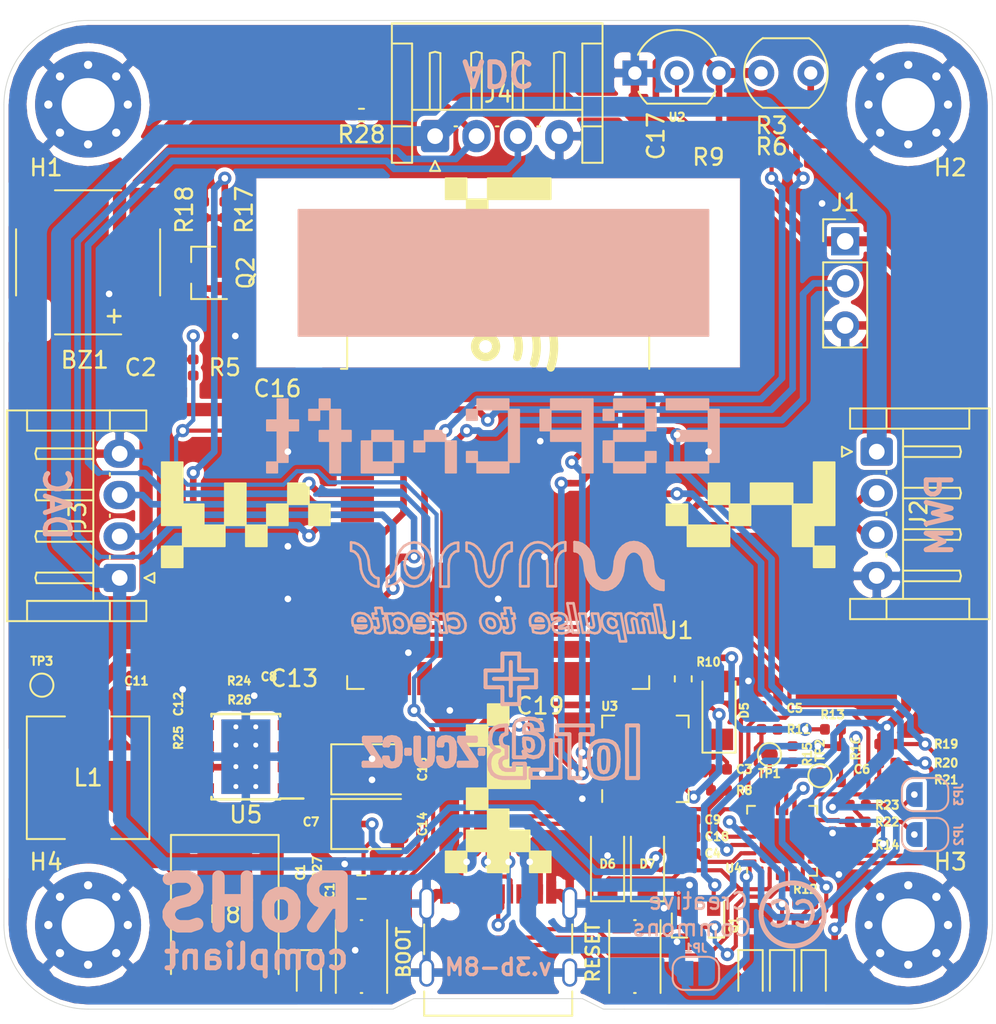
<source format=kicad_pcb>
(kicad_pcb (version 20171130) (host pcbnew "(5.1.9)-1")
  (layers (0 F.Cu mixed) (31 B.Cu mixed) (34 B.Paste user) (35 F.Paste user) (36 B.SilkS user) (37 F.SilkS user) (38 B.Mask user) (39 F.Mask user) (44 Edge.Cuts user))
  (net 0 "")
  (net 1 GND)
  (net 2 VBUS)
  (net 3 +3V3)
  (net 4 "Net-(C3-Pad1)")
  (net 5 "Net-(BZ1-Pad2)")
  (net 6 "Net-(C7-Pad1)")
  (net 7 "Net-(D4-Pad1)")
  (net 8 "Net-(D5-Pad1)")
  (net 9 /USB_RX)
  (net 10 /USB_TX)
  (net 11 /~RST)
  (net 12 "Net-(Q1-Pad1)")
  (net 13 /~BUTTON)
  (net 14 /DISP_DATA)
  (net 15 /BUZZER)
  (net 16 /LIGHT)
  (net 17 /TEMP)
  (net 18 "Net-(D1-Pad1)")
  (net 19 "Net-(D2-Pad1)")
  (net 20 "Net-(D3-Pad1)")
  (net 21 /D+)
  (net 22 /D-)
  (net 23 /~U_LED)
  (net 24 /I2C1_SDA)
  (net 25 /I2C1_SCK)
  (net 26 "Net-(C4-Pad1)")
  (net 27 "Net-(C5-Pad1)")
  (net 28 "Net-(C6-Pad1)")
  (net 29 Vdrive)
  (net 30 "Net-(C7-Pad2)")
  (net 31 "Net-(C11-Pad2)")
  (net 32 "Net-(C12-Pad2)")
  (net 33 "Net-(C13-Pad2)")
  (net 34 /R_SDA)
  (net 35 /R_SCK)
  (net 36 /L_SCK)
  (net 37 /L_SDA)
  (net 38 /UP_SDA)
  (net 39 /UP_SCK)
  (net 40 /CC1)
  (net 41 /CC2)
  (net 42 "Net-(JP2-Pad1)")
  (net 43 "Net-(JP3-Pad1)")
  (net 44 "Net-(Q2-Pad1)")
  (net 45 /~PD_2)
  (net 46 /~PD_3)
  (net 47 "Net-(R11-Pad1)")
  (net 48 "Net-(R12-Pad2)")
  (net 49 "Net-(R14-Pad1)")
  (net 50 "Net-(R15-Pad2)")
  (net 51 /~ALERT)
  (net 52 "Net-(R24-Pad2)")
  (net 53 "Net-(TP1-Pad1)")
  (net 54 "Net-(TP2-Pad1)")
  (net 55 "Net-(C1-Pad2)")
  (net 56 "Net-(J5-PadB8)")
  (net 57 "Net-(J5-PadA8)")
  (net 58 "Net-(U1-Pad5)")
  (net 59 "Net-(U1-Pad13)")
  (net 60 "Net-(U1-Pad14)")
  (net 61 "Net-(U1-Pad16)")
  (net 62 "Net-(U1-Pad17)")
  (net 63 "Net-(U1-Pad18)")
  (net 64 "Net-(U1-Pad19)")
  (net 65 "Net-(U1-Pad20)")
  (net 66 "Net-(U1-Pad21)")
  (net 67 "Net-(U1-Pad22)")
  (net 68 "Net-(U1-Pad23)")
  (net 69 /PD_ACTIVE)
  (net 70 "Net-(U1-Pad27)")
  (net 71 "Net-(U1-Pad29)")
  (net 72 "Net-(U1-Pad32)")
  (net 73 "Net-(U1-Pad37)")
  (net 74 "Net-(U3-Pad1)")
  (net 75 "Net-(U3-Pad2)")
  (net 76 "Net-(U3-Pad10)")
  (net 77 "Net-(U3-Pad11)")
  (net 78 "Net-(U3-Pad12)")
  (net 79 "Net-(U3-Pad13)")
  (net 80 "Net-(U3-Pad14)")
  (net 81 "Net-(U3-Pad15)")
  (net 82 "Net-(U3-Pad16)")
  (net 83 "Net-(U3-Pad17)")
  (net 84 "Net-(U3-Pad18)")
  (net 85 "Net-(U3-Pad19)")
  (net 86 "Net-(U3-Pad20)")
  (net 87 "Net-(U3-Pad21)")
  (net 88 "Net-(U3-Pad22)")
  (net 89 "Net-(U3-Pad23)")
  (net 90 "Net-(U3-Pad24)")
  (net 91 "Net-(U3-Pad27)")
  (net 92 "Net-(U4-Pad3)")
  (net 93 "Net-(U4-Pad11)")
  (net 94 "Net-(U5-Pad3)")
  (net 95 "Net-(C19-Pad2)")
  (module RF_Module:ESP32-WROOM-32 (layer F.Cu) (at 143.51 103.505)
    (fp_text reference U1 (at 10.795 6.35 180) (layer F.SilkS))
    (fp_text value ESP32-WROOM-32)
    (pad 39 smd rect (at -1 -0.755) (size 5 5) (layers F.Cu F.Paste F.Mask) (net 1 GND))
    (pad 1 smd rect (at -8.5 -8.255) (size 2 0.9) (layers F.Cu F.Paste F.Mask) (net 1 GND))
    (pad 2 smd rect (at -8.5 -6.985) (size 2 0.9) (layers F.Cu F.Paste F.Mask) (net 3 +3V3))
    (pad 3 smd rect (at -8.5 -5.715) (size 2 0.9) (layers F.Cu F.Paste F.Mask) (net 11 /~RST))
    (pad 4 smd rect (at -8.5 -4.445) (size 2 0.9) (layers F.Cu F.Paste F.Mask) (net 16 /LIGHT))
    (pad 5 smd rect (at -8.5 -3.175) (size 2 0.9) (layers F.Cu F.Paste F.Mask) (net 58 "Net-(U1-Pad5)"))
    (pad 6 smd rect (at -8.5 -1.905) (size 2 0.9) (layers F.Cu F.Paste F.Mask) (net 39 /UP_SCK))
    (pad 7 smd rect (at -8.5 -0.635) (size 2 0.9) (layers F.Cu F.Paste F.Mask) (net 38 /UP_SDA))
    (pad 8 smd rect (at -8.5 0.635) (size 2 0.9) (layers F.Cu F.Paste F.Mask) (net 17 /TEMP))
    (pad 9 smd rect (at -8.5 1.905) (size 2 0.9) (layers F.Cu F.Paste F.Mask) (net 15 /BUZZER))
    (pad 10 smd rect (at -8.5 3.175) (size 2 0.9) (layers F.Cu F.Paste F.Mask) (net 36 /L_SCK))
    (pad 11 smd rect (at -8.5 4.445) (size 2 0.9) (layers F.Cu F.Paste F.Mask) (net 37 /L_SDA))
    (pad 12 smd rect (at -8.5 5.715) (size 2 0.9) (layers F.Cu F.Paste F.Mask) (net 14 /DISP_DATA))
    (pad 13 smd rect (at -8.5 6.985) (size 2 0.9) (layers F.Cu F.Paste F.Mask) (net 59 "Net-(U1-Pad13)"))
    (pad 14 smd rect (at -8.5 8.255) (size 2 0.9) (layers F.Cu F.Paste F.Mask) (net 60 "Net-(U1-Pad14)"))
    (pad 15 smd rect (at -5.715 9.255 90) (size 2 0.9) (layers F.Cu F.Paste F.Mask) (net 1 GND))
    (pad 16 smd rect (at -4.445 9.255 90) (size 2 0.9) (layers F.Cu F.Paste F.Mask) (net 61 "Net-(U1-Pad16)"))
    (pad 17 smd rect (at -3.175 9.255 90) (size 2 0.9) (layers F.Cu F.Paste F.Mask) (net 62 "Net-(U1-Pad17)"))
    (pad 18 smd rect (at -1.905 9.255 90) (size 2 0.9) (layers F.Cu F.Paste F.Mask) (net 63 "Net-(U1-Pad18)"))
    (pad 19 smd rect (at -0.635 9.255 90) (size 2 0.9) (layers F.Cu F.Paste F.Mask) (net 64 "Net-(U1-Pad19)"))
    (pad 20 smd rect (at 0.635 9.255 90) (size 2 0.9) (layers F.Cu F.Paste F.Mask) (net 65 "Net-(U1-Pad20)"))
    (pad 21 smd rect (at 1.905 9.255 90) (size 2 0.9) (layers F.Cu F.Paste F.Mask) (net 66 "Net-(U1-Pad21)"))
    (pad 22 smd rect (at 3.175 9.255 90) (size 2 0.9) (layers F.Cu F.Paste F.Mask) (net 67 "Net-(U1-Pad22)"))
    (pad 23 smd rect (at 4.445 9.255 90) (size 2 0.9) (layers F.Cu F.Paste F.Mask) (net 68 "Net-(U1-Pad23)"))
    (pad 24 smd rect (at 5.715 9.255 90) (size 2 0.9) (layers F.Cu F.Paste F.Mask) (net 69 /PD_ACTIVE))
    (pad 25 smd rect (at 8.5 8.255) (size 2 0.9) (layers F.Cu F.Paste F.Mask) (net 13 /~BUTTON))
    (pad 26 smd rect (at 8.5 6.985) (size 2 0.9) (layers F.Cu F.Paste F.Mask) (net 51 /~ALERT))
    (pad 27 smd rect (at 8.5 5.715) (size 2 0.9) (layers F.Cu F.Paste F.Mask) (net 70 "Net-(U1-Pad27)"))
    (pad 28 smd rect (at 8.5 4.445) (size 2 0.9) (layers F.Cu F.Paste F.Mask) (net 23 /~U_LED))
    (pad 29 smd rect (at 8.5 3.175) (size 2 0.9) (layers F.Cu F.Paste F.Mask) (net 71 "Net-(U1-Pad29)"))
    (pad 30 smd rect (at 8.5 1.905) (size 2 0.9) (layers F.Cu F.Paste F.Mask) (net 35 /R_SCK))
    (pad 31 smd rect (at 8.5 0.635) (size 2 0.9) (layers F.Cu F.Paste F.Mask) (net 34 /R_SDA))
    (pad 32 smd rect (at 8.5 -0.635) (size 2 0.9) (layers F.Cu F.Paste F.Mask) (net 72 "Net-(U1-Pad32)"))
    (pad 33 smd rect (at 8.5 -1.905) (size 2 0.9) (layers F.Cu F.Paste F.Mask) (net 24 /I2C1_SDA))
    (pad 34 smd rect (at 8.5 -3.175) (size 2 0.9) (layers F.Cu F.Paste F.Mask) (net 10 /USB_TX))
    (pad 35 smd rect (at 8.5 -4.445) (size 2 0.9) (layers F.Cu F.Paste F.Mask) (net 9 /USB_RX))
    (pad 36 smd rect (at 8.5 -5.715) (size 2 0.9) (layers F.Cu F.Paste F.Mask) (net 25 /I2C1_SCK))
    (pad 37 smd rect (at 8.5 -6.985) (size 2 0.9) (layers F.Cu F.Paste F.Mask) (net 73 "Net-(U1-Pad37)"))
    (pad 38 smd rect (at 8.5 -8.255) (size 2 0.9) (layers F.Cu F.Paste F.Mask) (net 1 GND))
  )
  (module Connector_JST:JST_EH_S4B-EH_1x04_P2.50mm_Horizontal (layer F.Cu) (at 139.7 80.01)
    (fp_text reference J4 (at 3.81 -2.54) (layer F.SilkS))
    (fp_text value Redstone_wire)
    (pad 1 thru_hole roundrect (at 0 0) (size 1.7 1.95) (drill 0.95) (layers *.Cu *.Mask) (roundrect_rratio 0.1470588235294118) (net 29 Vdrive))
    (pad 2 thru_hole oval (at 2.5 0) (size 1.7 1.95) (drill 0.95) (layers *.Cu *.Mask) (net 38 /UP_SDA))
    (pad 3 thru_hole oval (at 5 0) (size 1.7 1.95) (drill 0.95) (layers *.Cu *.Mask) (net 39 /UP_SCK))
    (pad 4 thru_hole oval (at 7.5 0) (size 1.7 1.95) (drill 0.95) (layers *.Cu *.Mask) (net 1 GND))
  )
  (module Connector_PinHeader_2.54mm:PinHeader_1x03_P2.54mm_Vertical (layer F.Cu) (at 164.465 86.36)
    (fp_text reference J1 (at 0 -2.33) (layer F.SilkS))
    (fp_text value LED_Matrix)
    (pad 3 thru_hole oval (at 0 5.08) (size 1.7 1.7) (drill 1) (layers *.Cu *.Mask) (net 1 GND))
    (pad 2 thru_hole oval (at 0 2.54) (size 1.7 1.7) (drill 1) (layers *.Cu *.Mask) (net 14 /DISP_DATA))
    (pad 1 thru_hole rect (at 0 0) (size 1.7 1.7) (drill 1) (layers *.Cu *.Mask) (net 3 +3V3))
  )
  (module Button_Switch_SMD:SW_Push_1P1T_NO_CK_KMR2 (layer F.Cu) (at 135.255 129.54 90)
    (fp_text reference USR1 hide)
    (fp_text value SW_USR)
    (pad 1 smd rect (at -2.05 -0.8 90) (size 1.3 1.1) (layers F.Cu F.Paste F.Mask) (net 1 GND))
    (pad 2 smd rect (at -2.05 0.8 90) (size 1.3 1.1) (layers F.Cu F.Paste F.Mask) (net 13 /~BUTTON))
    (pad 1 smd rect (at 2.05 -0.8 90) (size 1.3 1.1) (layers F.Cu F.Paste F.Mask) (net 1 GND))
    (pad 2 smd rect (at 2.05 0.8 90) (size 1.3 1.1) (layers F.Cu F.Paste F.Mask) (net 13 /~BUTTON))
  )
  (module Button_Switch_SMD:SW_Push_1P1T_NO_CK_KMR2 (layer F.Cu) (at 151.765 129.54 270)
    (fp_text reference RST1 hide)
    (fp_text value SW_RST)
    (pad 2 smd rect (at 2.05 0.8 270) (size 1.3 1.1) (layers F.Cu F.Paste F.Mask) (net 11 /~RST))
    (pad 1 smd rect (at 2.05 -0.8 270) (size 1.3 1.1) (layers F.Cu F.Paste F.Mask) (net 1 GND))
    (pad 2 smd rect (at -2.05 0.8 270) (size 1.3 1.1) (layers F.Cu F.Paste F.Mask) (net 11 /~RST))
    (pad 1 smd rect (at -2.05 -0.8 270) (size 1.3 1.1) (layers F.Cu F.Paste F.Mask) (net 1 GND))
  )
  (module LED_SMD:LED_0603_1608Metric_Pad1.05x0.95mm_HandSolder (layer F.Cu) (at 158.75 130.81 270)
    (fp_text reference D1 hide)
    (fp_text value PWR)
    (pad 2 smd roundrect (at 0.875 0 270) (size 1.05 0.95) (layers F.Cu F.Paste F.Mask) (net 3 +3V3))
    (pad 1 smd roundrect (at -0.875 0 270) (size 1.05 0.95) (layers F.Cu F.Paste F.Mask) (net 18 "Net-(D1-Pad1)"))
  )
  (module LED_SMD:LED_0603_1608Metric_Pad1.05x0.95mm_HandSolder (layer F.Cu) (at 160.655 130.81 270)
    (fp_text reference D2 hide)
    (fp_text value "9V Y")
    (pad 1 smd roundrect (at -0.875 0 270) (size 1.05 0.95) (layers F.Cu F.Paste F.Mask) (net 19 "Net-(D2-Pad1)"))
    (pad 2 smd roundrect (at 0.875 0 270) (size 1.05 0.95) (layers F.Cu F.Paste F.Mask) (net 3 +3V3))
  )
  (module LED_SMD:LED_0603_1608Metric_Pad1.05x0.95mm_HandSolder (layer F.Cu) (at 162.56 130.81 270)
    (fp_text reference D3 hide)
    (fp_text value "12V R")
    (pad 1 smd roundrect (at -0.875 0 270) (size 1.05 0.95) (layers F.Cu F.Paste F.Mask) (net 20 "Net-(D3-Pad1)"))
    (pad 2 smd roundrect (at 0.875 0 270) (size 1.05 0.95) (layers F.Cu F.Paste F.Mask) (net 3 +3V3))
  )
  (module LED_SMD:LED_0603_1608Metric_Pad1.05x0.95mm_HandSolder (layer F.Cu) (at 132.08 130.81 270)
    (fp_text reference D4 hide)
    (fp_text value "USR B")
    (pad 2 smd roundrect (at 0.875 0 270) (size 1.05 0.95) (layers F.Cu F.Paste F.Mask) (net 3 +3V3))
    (pad 1 smd roundrect (at -0.875 0 270) (size 1.05 0.95) (layers F.Cu F.Paste F.Mask) (net 7 "Net-(D4-Pad1)"))
  )
  (module MountingHole:MountingHole_3.2mm_M3_Pad_Via (layer F.Cu) (at 118.745 78.105)
    (fp_text reference H1 (at -2.54 3.81) (layer F.SilkS))
    (fp_text value MountingHole)
    (pad 1 thru_hole circle (at 1.697056 -1.697056) (size 0.8 0.8) (drill 0.5) (layers *.Cu *.Mask) (net 1 GND))
    (pad 1 thru_hole circle (at 0 -2.4) (size 0.8 0.8) (drill 0.5) (layers *.Cu *.Mask) (net 1 GND))
    (pad 1 thru_hole circle (at -1.697056 -1.697056) (size 0.8 0.8) (drill 0.5) (layers *.Cu *.Mask) (net 1 GND))
    (pad 1 thru_hole circle (at -2.4 0) (size 0.8 0.8) (drill 0.5) (layers *.Cu *.Mask) (net 1 GND))
    (pad 1 thru_hole circle (at -1.697056 1.697056) (size 0.8 0.8) (drill 0.5) (layers *.Cu *.Mask) (net 1 GND))
    (pad 1 thru_hole circle (at 0 2.4) (size 0.8 0.8) (drill 0.5) (layers *.Cu *.Mask) (net 1 GND))
    (pad 1 thru_hole circle (at 1.697056 1.697056) (size 0.8 0.8) (drill 0.5) (layers *.Cu *.Mask) (net 1 GND))
    (pad 1 thru_hole circle (at 2.4 0) (size 0.8 0.8) (drill 0.5) (layers *.Cu *.Mask) (net 1 GND))
    (pad 1 thru_hole circle (at 0 0) (size 6.4 6.4) (drill 3.2) (layers *.Cu *.Mask) (net 1 GND))
  )
  (module MountingHole:MountingHole_3.2mm_M3_Pad_Via (layer F.Cu) (at 168.275 78.105)
    (fp_text reference H2 (at 2.54 3.81) (layer F.SilkS))
    (fp_text value MountingHole)
    (pad 1 thru_hole circle (at 0 0) (size 6.4 6.4) (drill 3.2) (layers *.Cu *.Mask) (net 1 GND))
    (pad 1 thru_hole circle (at 2.4 0) (size 0.8 0.8) (drill 0.5) (layers *.Cu *.Mask) (net 1 GND))
    (pad 1 thru_hole circle (at 1.697056 1.697056) (size 0.8 0.8) (drill 0.5) (layers *.Cu *.Mask) (net 1 GND))
    (pad 1 thru_hole circle (at 0 2.4) (size 0.8 0.8) (drill 0.5) (layers *.Cu *.Mask) (net 1 GND))
    (pad 1 thru_hole circle (at -1.697056 1.697056) (size 0.8 0.8) (drill 0.5) (layers *.Cu *.Mask) (net 1 GND))
    (pad 1 thru_hole circle (at -2.4 0) (size 0.8 0.8) (drill 0.5) (layers *.Cu *.Mask) (net 1 GND))
    (pad 1 thru_hole circle (at -1.697056 -1.697056) (size 0.8 0.8) (drill 0.5) (layers *.Cu *.Mask) (net 1 GND))
    (pad 1 thru_hole circle (at 0 -2.4) (size 0.8 0.8) (drill 0.5) (layers *.Cu *.Mask) (net 1 GND))
    (pad 1 thru_hole circle (at 1.697056 -1.697056) (size 0.8 0.8) (drill 0.5) (layers *.Cu *.Mask) (net 1 GND))
  )
  (module MountingHole:MountingHole_3.2mm_M3_Pad_Via (layer F.Cu) (at 168.275 127.635)
    (fp_text reference H3 (at 2.54 -3.81) (layer F.SilkS))
    (fp_text value MountingHole)
    (pad 1 thru_hole circle (at 1.697056 -1.697056) (size 0.8 0.8) (drill 0.5) (layers *.Cu *.Mask) (net 1 GND))
    (pad 1 thru_hole circle (at 0 -2.4) (size 0.8 0.8) (drill 0.5) (layers *.Cu *.Mask) (net 1 GND))
    (pad 1 thru_hole circle (at -1.697056 -1.697056) (size 0.8 0.8) (drill 0.5) (layers *.Cu *.Mask) (net 1 GND))
    (pad 1 thru_hole circle (at -2.4 0) (size 0.8 0.8) (drill 0.5) (layers *.Cu *.Mask) (net 1 GND))
    (pad 1 thru_hole circle (at -1.697056 1.697056) (size 0.8 0.8) (drill 0.5) (layers *.Cu *.Mask) (net 1 GND))
    (pad 1 thru_hole circle (at 0 2.4) (size 0.8 0.8) (drill 0.5) (layers *.Cu *.Mask) (net 1 GND))
    (pad 1 thru_hole circle (at 1.697056 1.697056) (size 0.8 0.8) (drill 0.5) (layers *.Cu *.Mask) (net 1 GND))
    (pad 1 thru_hole circle (at 2.4 0) (size 0.8 0.8) (drill 0.5) (layers *.Cu *.Mask) (net 1 GND))
    (pad 1 thru_hole circle (at 0 0) (size 6.4 6.4) (drill 3.2) (layers *.Cu *.Mask) (net 1 GND))
  )
  (module MountingHole:MountingHole_3.2mm_M3_Pad_Via (layer F.Cu) (at 118.745 127.635)
    (fp_text reference H4 (at -2.54 -3.81) (layer F.SilkS))
    (fp_text value MountingHole)
    (pad 1 thru_hole circle (at 0 0) (size 6.4 6.4) (drill 3.2) (layers *.Cu *.Mask) (net 1 GND))
    (pad 1 thru_hole circle (at 2.4 0) (size 0.8 0.8) (drill 0.5) (layers *.Cu *.Mask) (net 1 GND))
    (pad 1 thru_hole circle (at 1.697056 1.697056) (size 0.8 0.8) (drill 0.5) (layers *.Cu *.Mask) (net 1 GND))
    (pad 1 thru_hole circle (at 0 2.4) (size 0.8 0.8) (drill 0.5) (layers *.Cu *.Mask) (net 1 GND))
    (pad 1 thru_hole circle (at -1.697056 1.697056) (size 0.8 0.8) (drill 0.5) (layers *.Cu *.Mask) (net 1 GND))
    (pad 1 thru_hole circle (at -2.4 0) (size 0.8 0.8) (drill 0.5) (layers *.Cu *.Mask) (net 1 GND))
    (pad 1 thru_hole circle (at -1.697056 -1.697056) (size 0.8 0.8) (drill 0.5) (layers *.Cu *.Mask) (net 1 GND))
    (pad 1 thru_hole circle (at 0 -2.4) (size 0.8 0.8) (drill 0.5) (layers *.Cu *.Mask) (net 1 GND))
    (pad 1 thru_hole circle (at 1.697056 -1.697056) (size 0.8 0.8) (drill 0.5) (layers *.Cu *.Mask) (net 1 GND))
  )
  (module Connector_JST:JST_EH_S4B-EH_1x04_P2.50mm_Horizontal (layer F.Cu) (at 166.37 99.06 270)
    (fp_text reference J2 (at 3.75 -2.54 90) (layer F.SilkS))
    (fp_text value Redstone_wire)
    (pad 1 thru_hole roundrect (at 0 0 270) (size 1.7 1.95) (drill 0.95) (layers *.Cu *.Mask) (roundrect_rratio 0.1470588235294118) (net 29 Vdrive))
    (pad 2 thru_hole oval (at 2.5 0 270) (size 1.7 1.95) (drill 0.95) (layers *.Cu *.Mask) (net 34 /R_SDA))
    (pad 3 thru_hole oval (at 5 0 270) (size 1.7 1.95) (drill 0.95) (layers *.Cu *.Mask) (net 35 /R_SCK))
    (pad 4 thru_hole oval (at 7.5 0 270) (size 1.7 1.95) (drill 0.95) (layers *.Cu *.Mask) (net 1 GND))
  )
  (module Connector_JST:JST_EH_S4B-EH_1x04_P2.50mm_Horizontal (layer F.Cu) (at 120.65 106.68 90)
    (fp_text reference J3 (at 3.75 -2.54 90) (layer F.SilkS))
    (fp_text value Redstone_wire)
    (pad 4 thru_hole oval (at 7.5 0 90) (size 1.7 1.95) (drill 0.95) (layers *.Cu *.Mask) (net 1 GND))
    (pad 3 thru_hole oval (at 5 0 90) (size 1.7 1.95) (drill 0.95) (layers *.Cu *.Mask) (net 36 /L_SCK))
    (pad 2 thru_hole oval (at 2.5 0 90) (size 1.7 1.95) (drill 0.95) (layers *.Cu *.Mask) (net 37 /L_SDA))
    (pad 1 thru_hole roundrect (at 0 0 90) (size 1.7 1.95) (drill 0.95) (layers *.Cu *.Mask) (roundrect_rratio 0.1470588235294118) (net 29 Vdrive))
  )
  (module Package_DFN_QFN:QFN-28-1EP_5x5mm_P0.5mm_EP3.35x3.35mm (layer F.Cu) (at 152.4 117.602 90)
    (fp_text reference U3 (at 3.175 -2.159 180) (layer F.SilkS) (effects (font (size 0.5 0.5) (thickness 0.125))))
    (fp_text value CP2102N-GQFN28)
    (pad 29 smd roundrect (at 0 0 90) (size 3.35 3.35) (layers F.Cu F.Mask) (roundrect_rratio 0.07462656716417911) (net 1 GND))
    (pad 1 smd roundrect (at -2.45 -1.5 90) (size 0.8 0.25) (layers F.Cu F.Paste F.Mask) (net 74 "Net-(U3-Pad1)"))
    (pad 2 smd roundrect (at -2.45 -1 90) (size 0.8 0.25) (layers F.Cu F.Paste F.Mask) (net 75 "Net-(U3-Pad2)"))
    (pad 3 smd roundrect (at -2.45 -0.5 90) (size 0.8 0.25) (layers F.Cu F.Paste F.Mask) (net 1 GND))
    (pad 4 smd roundrect (at -2.45 0 90) (size 0.8 0.25) (layers F.Cu F.Paste F.Mask) (net 21 /D+))
    (pad 5 smd roundrect (at -2.45 0.5 90) (size 0.8 0.25) (layers F.Cu F.Paste F.Mask) (net 22 /D-))
    (pad 6 smd roundrect (at -2.45 1 90) (size 0.8 0.25) (layers F.Cu F.Paste F.Mask) (net 3 +3V3))
    (pad 7 smd roundrect (at -2.45 1.5 90) (size 0.8 0.25) (layers F.Cu F.Paste F.Mask) (net 3 +3V3))
    (pad 8 smd roundrect (at -1.5 2.45 90) (size 0.25 0.8) (layers F.Cu F.Paste F.Mask) (net 8 "Net-(D5-Pad1)"))
    (pad 9 smd roundrect (at -1 2.45 90) (size 0.25 0.8) (layers F.Cu F.Paste F.Mask) (net 4 "Net-(C3-Pad1)"))
    (pad 10 smd roundrect (at -0.5 2.45 90) (size 0.25 0.8) (layers F.Cu F.Paste F.Mask) (net 76 "Net-(U3-Pad10)"))
    (pad 11 smd roundrect (at 0 2.45 90) (size 0.25 0.8) (layers F.Cu F.Paste F.Mask) (net 77 "Net-(U3-Pad11)"))
    (pad 12 smd roundrect (at 0.5 2.45 90) (size 0.25 0.8) (layers F.Cu F.Paste F.Mask) (net 78 "Net-(U3-Pad12)"))
    (pad 13 smd roundrect (at 1 2.45 90) (size 0.25 0.8) (layers F.Cu F.Paste F.Mask) (net 79 "Net-(U3-Pad13)"))
    (pad 14 smd roundrect (at 1.5 2.45 90) (size 0.25 0.8) (layers F.Cu F.Paste F.Mask) (net 80 "Net-(U3-Pad14)"))
    (pad 15 smd roundrect (at 2.45 1.5 90) (size 0.8 0.25) (layers F.Cu F.Paste F.Mask) (net 81 "Net-(U3-Pad15)"))
    (pad 16 smd roundrect (at 2.45 1 90) (size 0.8 0.25) (layers F.Cu F.Paste F.Mask) (net 82 "Net-(U3-Pad16)"))
    (pad 17 smd roundrect (at 2.45 0.5 90) (size 0.8 0.25) (layers F.Cu F.Paste F.Mask) (net 83 "Net-(U3-Pad17)"))
    (pad 18 smd roundrect (at 2.45 0 90) (size 0.8 0.25) (layers F.Cu F.Paste F.Mask) (net 84 "Net-(U3-Pad18)"))
    (pad 19 smd roundrect (at 2.45 -0.5 90) (size 0.8 0.25) (layers F.Cu F.Paste F.Mask) (net 85 "Net-(U3-Pad19)"))
    (pad 20 smd roundrect (at 2.45 -1 90) (size 0.8 0.25) (layers F.Cu F.Paste F.Mask) (net 86 "Net-(U3-Pad20)"))
    (pad 21 smd roundrect (at 2.45 -1.5 90) (size 0.8 0.25) (layers F.Cu F.Paste F.Mask) (net 87 "Net-(U3-Pad21)"))
    (pad 22 smd roundrect (at 1.5 -2.45 90) (size 0.25 0.8) (layers F.Cu F.Paste F.Mask) (net 88 "Net-(U3-Pad22)"))
    (pad 23 smd roundrect (at 1 -2.45 90) (size 0.25 0.8) (layers F.Cu F.Paste F.Mask) (net 89 "Net-(U3-Pad23)"))
    (pad 24 smd roundrect (at 0.5 -2.45 90) (size 0.25 0.8) (layers F.Cu F.Paste F.Mask) (net 90 "Net-(U3-Pad24)"))
    (pad 25 smd roundrect (at 0 -2.45 90) (size 0.25 0.8) (layers F.Cu F.Paste F.Mask) (net 9 /USB_RX))
    (pad 26 smd roundrect (at -0.5 -2.45 90) (size 0.25 0.8) (layers F.Cu F.Paste F.Mask) (net 10 /USB_TX))
    (pad 27 smd roundrect (at -1 -2.45 90) (size 0.25 0.8) (layers F.Cu F.Paste F.Mask) (net 91 "Net-(U3-Pad27)"))
    (pad 28 smd roundrect (at -1.5 -2.45 90) (size 0.25 0.8) (layers F.Cu F.Paste F.Mask) (net 95 "Net-(C19-Pad2)"))
  )
  (module Buzzer_Beeper:PUIAudio_SMT_0825_S_4_R (layer F.Cu) (at 118.745 87.63 180)
    (fp_text reference BZ1 (at 0.2 -5.9) (layer F.SilkS))
    (fp_text value Buzzer)
    (fp_text user + (at -1.5 -3.25 270) (layer F.SilkS))
    (pad 4 smd rect (at 3.5 -3.5 90) (size 2 2) (layers F.Cu F.Paste F.Mask))
    (pad 3 smd rect (at 3.5 3.5 90) (size 2 2) (layers F.Cu F.Paste F.Mask))
    (pad 2 smd rect (at -3.5 3.5 90) (size 2 2) (layers F.Cu F.Paste F.Mask) (net 5 "Net-(BZ1-Pad2)"))
    (pad 1 smd rect (at -3.5 -3.5 90) (size 2 2) (layers F.Cu F.Paste F.Mask) (net 3 +3V3))
  )
  (module Capacitor_SMD:C_0402_1005Metric (layer F.Cu) (at 123.825 93.98 270)
    (fp_text reference C2 (at 0 1.905 180) (layer F.SilkS))
    (fp_text value 1u)
    (pad 2 smd roundrect (at 0.485 0 270) (size 0.59 0.64) (layers F.Cu F.Paste F.Mask) (net 1 GND))
    (pad 1 smd roundrect (at -0.485 0 270) (size 0.59 0.64) (layers F.Cu F.Paste F.Mask) (net 11 /~RST))
  )
  (module Capacitor_SMD:C_0402_1005Metric (layer F.Cu) (at 156.845 118.237)
    (fp_text reference C3 (at 1.524 0) (layer F.SilkS) (effects (font (size 0.5 0.5) (thickness 0.125))))
    (fp_text value 1u)
    (pad 1 smd roundrect (at -0.485 0) (size 0.59 0.64) (layers F.Cu F.Paste F.Mask) (net 4 "Net-(C3-Pad1)"))
    (pad 2 smd roundrect (at 0.485 0) (size 0.59 0.64) (layers F.Cu F.Paste F.Mask) (net 1 GND))
  )
  (module Resistor_SMD:R_0402_1005Metric (layer F.Cu) (at 125.095 93.98 270)
    (fp_text reference R5 (at 0 -1.905 180) (layer F.SilkS))
    (fp_text value 10k)
    (pad 1 smd roundrect (at -0.485 0 270) (size 0.59 0.64) (layers F.Cu F.Paste F.Mask) (net 11 /~RST))
    (pad 2 smd roundrect (at 0.485 0 270) (size 0.59 0.64) (layers F.Cu F.Paste F.Mask) (net 3 +3V3))
  )
  (module Resistor_SMD:R_0402_1005Metric (layer F.Cu) (at 156.845 119.507)
    (fp_text reference R8 (at 1.524 0) (layer F.SilkS) (effects (font (size 0.5 0.5) (thickness 0.125))))
    (fp_text value 10k)
    (pad 2 smd roundrect (at 0.485 0) (size 0.59 0.64) (layers F.Cu F.Paste F.Mask) (net 3 +3V3))
    (pad 1 smd roundrect (at -0.485 0) (size 0.59 0.64) (layers F.Cu F.Paste F.Mask) (net 4 "Net-(C3-Pad1)"))
  )
  (module Resistor_SMD:R_0402_1005Metric (layer F.Cu) (at 158.75 128.016 90)
    (fp_text reference R1 hide)
    (fp_text value 330)
    (pad 2 smd roundrect (at 0.485 0 90) (size 0.59 0.64) (layers F.Cu F.Paste F.Mask) (net 1 GND))
    (pad 1 smd roundrect (at -0.485 0 90) (size 0.59 0.64) (layers F.Cu F.Paste F.Mask) (net 18 "Net-(D1-Pad1)"))
  )
  (module Resistor_SMD:R_0402_1005Metric (layer F.Cu) (at 160.655 128.016 90)
    (fp_text reference R2 hide)
    (fp_text value 330)
    (pad 1 smd roundrect (at -0.485 0 90) (size 0.59 0.64) (layers F.Cu F.Paste F.Mask) (net 19 "Net-(D2-Pad1)"))
    (pad 2 smd roundrect (at 0.485 0 90) (size 0.59 0.64) (layers F.Cu F.Paste F.Mask) (net 45 /~PD_2))
  )
  (module Resistor_SMD:R_0402_1005Metric (layer F.Cu) (at 162.56 128.016 90)
    (fp_text reference R4 hide)
    (fp_text value 330)
    (pad 2 smd roundrect (at 0.485 0 90) (size 0.59 0.64) (layers F.Cu F.Paste F.Mask) (net 46 /~PD_3))
    (pad 1 smd roundrect (at -0.485 0 90) (size 0.59 0.64) (layers F.Cu F.Paste F.Mask) (net 20 "Net-(D3-Pad1)"))
  )
  (module Resistor_SMD:R_0402_1005Metric (layer F.Cu) (at 132.08 128.016 90)
    (fp_text reference R7 hide)
    (fp_text value 330)
    (pad 1 smd roundrect (at -0.485 0 90) (size 0.59 0.64) (layers F.Cu F.Paste F.Mask) (net 7 "Net-(D4-Pad1)"))
    (pad 2 smd roundrect (at 0.485 0 90) (size 0.59 0.64) (layers F.Cu F.Paste F.Mask) (net 23 /~U_LED))
  )
  (module Capacitor_SMD:C_0402_1005Metric (layer F.Cu) (at 131.572 125.984 90)
    (fp_text reference C1 (at 1.524 0 90) (layer F.SilkS) (effects (font (size 0.5 0.5) (thickness 0.125))))
    (fp_text value 100n)
    (pad 2 smd roundrect (at 0.485 0 90) (size 0.59 0.64) (layers F.Cu F.Paste F.Mask) (net 55 "Net-(C1-Pad2)"))
    (pad 1 smd roundrect (at -0.485 0 90) (size 0.59 0.64) (layers F.Cu F.Paste F.Mask) (net 13 /~BUTTON))
  )
  (module Capacitor_SMD:C_0402_1005Metric (layer F.Cu) (at 132.08 95.25 90)
    (fp_text reference C16 (at 0 -1.905 180) (layer F.SilkS))
    (fp_text value 100n)
    (pad 1 smd roundrect (at -0.485 0 90) (size 0.59 0.64) (layers F.Cu F.Paste F.Mask) (net 3 +3V3))
    (pad 2 smd roundrect (at 0.485 0 90) (size 0.59 0.64) (layers F.Cu F.Paste F.Mask) (net 1 GND))
  )
  (module Package_TO_SOT_SMD:SOT-23 (layer F.Cu) (at 125.73 88.265 180)
    (fp_text reference Q2 (at -2.54 0 90) (layer F.SilkS))
    (fp_text value S8050)
    (pad 1 smd rect (at -1 -0.95 180) (size 0.9 0.8) (layers F.Cu F.Paste F.Mask) (net 44 "Net-(Q2-Pad1)"))
    (pad 2 smd rect (at -1 0.95 180) (size 0.9 0.8) (layers F.Cu F.Paste F.Mask) (net 1 GND))
    (pad 3 smd rect (at 1 0 180) (size 0.9 0.8) (layers F.Cu F.Paste F.Mask) (net 5 "Net-(BZ1-Pad2)"))
  )
  (module Resistor_SMD:R_0402_1005Metric (layer F.Cu) (at 127 84.455 270)
    (fp_text reference R17 (at 0 -1.17 90) (layer F.SilkS))
    (fp_text value 10k)
    (pad 1 smd roundrect (at -0.485 0 270) (size 0.59 0.64) (layers F.Cu F.Paste F.Mask) (net 15 /BUZZER))
    (pad 2 smd roundrect (at 0.485 0 270) (size 0.59 0.64) (layers F.Cu F.Paste F.Mask) (net 44 "Net-(Q2-Pad1)"))
  )
  (module Resistor_SMD:R_0402_1005Metric (layer F.Cu) (at 125.73 84.455 90)
    (fp_text reference R18 (at 0 -1.17 90) (layer F.SilkS))
    (fp_text value 100k)
    (pad 2 smd roundrect (at 0.485 0 90) (size 0.59 0.64) (layers F.Cu F.Paste F.Mask) (net 1 GND))
    (pad 1 smd roundrect (at -0.485 0 90) (size 0.59 0.64) (layers F.Cu F.Paste F.Mask) (net 44 "Net-(Q2-Pad1)"))
  )
  (module OptoDevice:R_LDR_5.0x4.1mm_P3mm_Vertical (layer F.Cu) (at 159.385 76.2)
    (fp_text reference R3 (at 0.635 3.175) (layer F.SilkS))
    (fp_text value GL5516)
    (pad 1 thru_hole circle (at 0 0) (size 1.6 1.6) (drill 0.8) (layers *.Cu *.Mask) (net 3 +3V3))
    (pad 2 thru_hole circle (at 3 0) (size 1.6 1.6) (drill 0.8) (layers *.Cu *.Mask) (net 16 /LIGHT))
  )
  (module Resistor_SMD:R_0402_1005Metric (layer F.Cu) (at 162.56 80.01 270)
    (fp_text reference R6 (at 0.635 2.54 180) (layer F.SilkS))
    (fp_text value 10k)
    (pad 2 smd roundrect (at 0.485 0 270) (size 0.59 0.64) (layers F.Cu F.Paste F.Mask) (net 1 GND))
    (pad 1 smd roundrect (at -0.485 0 270) (size 0.59 0.64) (layers F.Cu F.Paste F.Mask) (net 16 /LIGHT))
  )
  (module Resistor_SMD:R_0402_1005Metric (layer F.Cu) (at 156.21 80.01 180)
    (fp_text reference R9 (at 0 -1.27) (layer F.SilkS))
    (fp_text value 4k7)
    (pad 1 smd roundrect (at -0.485 0 180) (size 0.59 0.64) (layers F.Cu F.Paste F.Mask) (net 3 +3V3))
    (pad 2 smd roundrect (at 0.485 0 180) (size 0.59 0.64) (layers F.Cu F.Paste F.Mask) (net 17 /TEMP))
  )
  (module Capacitor_SMD:C_0402_1005Metric (layer F.Cu) (at 151.765 79.375 270)
    (fp_text reference C17 (at 0.635 -1.27 90) (layer F.SilkS))
    (fp_text value 100n)
    (pad 1 smd roundrect (at -0.485 0 270) (size 0.59 0.64) (layers F.Cu F.Paste F.Mask) (net 3 +3V3))
    (pad 2 smd roundrect (at 0.485 0 270) (size 0.59 0.64) (layers F.Cu F.Paste F.Mask) (net 1 GND))
  )
  (module Diode_SMD:D_MiniMELF (layer F.Cu) (at 156.845 114.681 90)
    (fp_text reference D5 (at 0 1.524 90) (layer F.SilkS) (effects (font (size 0.5 0.5) (thickness 0.125))))
    (fp_text value 5V6)
    (pad 1 smd rect (at -1.75 0 90) (size 1.3 1.7) (layers F.Cu F.Paste F.Mask) (net 8 "Net-(D5-Pad1)"))
    (pad 2 smd rect (at 1.75 0 90) (size 1.3 1.7) (layers F.Cu F.Paste F.Mask) (net 1 GND))
  )
  (module Connector_USB:USB_C_Receptacle_Palconn_UTC16-G (layer F.Cu) (at 143.51 128.27)
    (fp_text reference J5 (at 0 -4.58) (layer F.SilkS))
    (fp_text value USB_C_Receptacle_USB2.0)
    (pad S1 thru_hole oval (at -4.32 -1.93 90) (size 2 0.9) (drill oval 1.7 0.6) (layers *.Cu *.Mask) (net 1 GND))
    (pad S1 thru_hole oval (at 4.32 -1.93 90) (size 2 0.9) (drill oval 1.7 0.6) (layers *.Cu *.Mask) (net 1 GND))
    (pad S1 thru_hole oval (at -4.32 2.24 90) (size 1.7 0.9) (drill oval 1.4 0.6) (layers *.Cu *.Mask) (net 1 GND))
    (pad S1 thru_hole oval (at 4.32 2.24 90) (size 1.7 0.9) (drill oval 1.4 0.6) (layers *.Cu *.Mask) (net 1 GND))
    (pad B7 smd rect (at -0.75 -2.51 180) (size 0.3 1.16) (layers F.Cu F.Paste F.Mask) (net 22 /D-))
    (pad A6 smd rect (at -0.25 -2.51 180) (size 0.3 1.16) (layers F.Cu F.Paste F.Mask) (net 21 /D+))
    (pad A7 smd rect (at 0.25 -2.51 180) (size 0.3 1.16) (layers F.Cu F.Paste F.Mask) (net 22 /D-))
    (pad B8 smd rect (at -1.75 -2.51 180) (size 0.3 1.16) (layers F.Cu F.Paste F.Mask) (net 56 "Net-(J5-PadB8)"))
    (pad A5 smd rect (at -1.25 -2.51 180) (size 0.3 1.16) (layers F.Cu F.Paste F.Mask) (net 40 /CC1))
    (pad A8 smd rect (at 1.25 -2.51 180) (size 0.3 1.16) (layers F.Cu F.Paste F.Mask) (net 57 "Net-(J5-PadA8)"))
    (pad B6 smd rect (at 0.75 -2.51 180) (size 0.3 1.16) (layers F.Cu F.Paste F.Mask) (net 21 /D+))
    (pad B5 smd rect (at 1.75 -2.51 180) (size 0.3 1.16) (layers F.Cu F.Paste F.Mask) (net 41 /CC2))
    (pad "" np_thru_hole circle (at 2.89 -1.45 180) (size 0.6 0.6) (drill 0.6) (layers *.Cu *.Mask))
    (pad "" np_thru_hole circle (at -2.89 -1.45 180) (size 0.6 0.6) (drill 0.6) (layers *.Cu *.Mask))
    (pad A4 smd rect (at -2.4 -2.51) (size 0.6 1.16) (layers F.Cu F.Paste F.Mask) (net 2 VBUS))
    (pad B9 smd rect (at -2.4 -2.51) (size 0.6 1.16) (layers F.Cu F.Paste F.Mask) (net 2 VBUS))
    (pad A1 smd rect (at -3.2 -2.51) (size 0.6 1.16) (layers F.Cu F.Paste F.Mask) (net 1 GND))
    (pad B12 smd rect (at -3.2 -2.51) (size 0.6 1.16) (layers F.Cu F.Paste F.Mask) (net 1 GND))
    (pad B4 smd rect (at 2.4 -2.51) (size 0.6 1.16) (layers F.Cu F.Paste F.Mask) (net 2 VBUS))
    (pad B1 smd rect (at 3.2 -2.51) (size 0.6 1.16) (layers F.Cu F.Paste F.Mask) (net 1 GND))
    (pad A9 smd rect (at 2.4 -2.51) (size 0.6 1.16) (layers F.Cu F.Paste F.Mask) (net 2 VBUS))
    (pad A12 smd rect (at 3.2 -2.51) (size 0.6 1.16) (layers F.Cu F.Paste F.Mask) (net 1 GND))
  )
  (module Resistor_SMD:R_0603_1608Metric (layer F.Cu) (at 154.686 112.776 90)
    (fp_text reference R10 (at 1.016 1.524 180) (layer F.SilkS) (effects (font (size 0.5 0.5) (thickness 0.125))))
    (fp_text value 820)
    (pad 1 smd roundrect (at -0.7875 0 90) (size 0.875 0.95) (layers F.Cu F.Paste F.Mask) (net 8 "Net-(D5-Pad1)"))
    (pad 2 smd roundrect (at 0.7875 0 90) (size 0.875 0.95) (layers F.Cu F.Paste F.Mask) (net 2 VBUS))
  )
  (module Package_TO_SOT_THT:TO-92_Inline_Wide (layer F.Cu) (at 151.765 76.2)
    (fp_text reference U2 (at 2.54 2.667) (layer F.SilkS) (effects (font (size 0.5 0.5) (thickness 0.125))))
    (fp_text value DS18B20)
    (pad 2 thru_hole circle (at 2.54 0 90) (size 1.5 1.5) (drill 0.8) (layers *.Cu *.Mask) (net 17 /TEMP))
    (pad 3 thru_hole circle (at 5.08 0 90) (size 1.5 1.5) (drill 0.8) (layers *.Cu *.Mask) (net 3 +3V3))
    (pad 1 thru_hole rect (at 0 0 90) (size 1.5 1.5) (drill 0.8) (layers *.Cu *.Mask) (net 1 GND))
  )
  (module Package_DFN_QFN:QFN-24-1EP_4x4mm_P0.5mm_EP2.7x2.7mm (layer F.Cu) (at 160.655 122.555 90)
    (fp_text reference U4 (at -1.651 -2.921 180) (layer F.SilkS) (effects (font (size 0.5 0.5) (thickness 0.125))))
    (fp_text value STUSB4500QTR)
    (pad 25 smd roundrect (at 0 0 90) (size 2.7 2.7) (layers F.Cu F.Mask) (roundrect_rratio 0.09259296296296296) (net 1 GND))
    (pad 1 smd roundrect (at -1.9625 -1.25 90) (size 0.825 0.25) (layers F.Cu F.Paste F.Mask) (net 40 /CC1))
    (pad 2 smd roundrect (at -1.9625 -0.75 90) (size 0.825 0.25) (layers F.Cu F.Paste F.Mask) (net 40 /CC1))
    (pad 3 smd roundrect (at -1.9625 -0.25 90) (size 0.825 0.25) (layers F.Cu F.Paste F.Mask) (net 92 "Net-(U4-Pad3)"))
    (pad 4 smd roundrect (at -1.9625 0.25 90) (size 0.825 0.25) (layers F.Cu F.Paste F.Mask) (net 41 /CC2))
    (pad 5 smd roundrect (at -1.9625 0.75 90) (size 0.825 0.25) (layers F.Cu F.Paste F.Mask) (net 41 /CC2))
    (pad 6 smd roundrect (at -1.9625 1.25 90) (size 0.825 0.25) (layers F.Cu F.Paste F.Mask) (net 48 "Net-(R12-Pad2)"))
    (pad 7 smd roundrect (at -1.25 1.9625 90) (size 0.25 0.825) (layers F.Cu F.Paste F.Mask) (net 25 /I2C1_SCK))
    (pad 8 smd roundrect (at -0.75 1.9625 90) (size 0.25 0.825) (layers F.Cu F.Paste F.Mask) (net 24 /I2C1_SDA))
    (pad 9 smd roundrect (at -0.25 1.9625 90) (size 0.25 0.825) (layers F.Cu F.Paste F.Mask) (net 49 "Net-(R14-Pad1)"))
    (pad 10 smd roundrect (at 0.25 1.9625 90) (size 0.25 0.825) (layers F.Cu F.Paste F.Mask) (net 1 GND))
    (pad 11 smd roundrect (at 0.75 1.9625 90) (size 0.25 0.825) (layers F.Cu F.Paste F.Mask) (net 93 "Net-(U4-Pad11)"))
    (pad 12 smd roundrect (at 1.25 1.9625 90) (size 0.25 0.825) (layers F.Cu F.Paste F.Mask) (net 42 "Net-(JP2-Pad1)"))
    (pad 13 smd roundrect (at 1.9625 1.25 90) (size 0.825 0.25) (layers F.Cu F.Paste F.Mask) (net 43 "Net-(JP3-Pad1)"))
    (pad 14 smd roundrect (at 1.9625 0.75 90) (size 0.825 0.25) (layers F.Cu F.Paste F.Mask) (net 46 /~PD_3))
    (pad 15 smd roundrect (at 1.9625 0.25 90) (size 0.825 0.25) (layers F.Cu F.Paste F.Mask) (net 54 "Net-(TP2-Pad1)"))
    (pad 16 smd roundrect (at 1.9625 -0.25 90) (size 0.825 0.25) (layers F.Cu F.Paste F.Mask) (net 50 "Net-(R15-Pad2)"))
    (pad 17 smd roundrect (at 1.9625 -0.75 90) (size 0.825 0.25) (layers F.Cu F.Paste F.Mask) (net 53 "Net-(TP1-Pad1)"))
    (pad 18 smd roundrect (at 1.9625 -1.25 90) (size 0.825 0.25) (layers F.Cu F.Paste F.Mask) (net 47 "Net-(R11-Pad1)"))
    (pad 19 smd roundrect (at 1.25 -1.9625 90) (size 0.25 0.825) (layers F.Cu F.Paste F.Mask) (net 51 /~ALERT))
    (pad 20 smd roundrect (at 0.75 -1.9625 90) (size 0.25 0.825) (layers F.Cu F.Paste F.Mask) (net 45 /~PD_2))
    (pad 21 smd roundrect (at 0.25 -1.9625 90) (size 0.25 0.825) (layers F.Cu F.Paste F.Mask) (net 27 "Net-(C5-Pad1)"))
    (pad 22 smd roundrect (at -0.25 -1.9625 90) (size 0.25 0.825) (layers F.Cu F.Paste F.Mask) (net 3 +3V3))
    (pad 23 smd roundrect (at -0.75 -1.9625 90) (size 0.25 0.825) (layers F.Cu F.Paste F.Mask) (net 26 "Net-(C4-Pad1)"))
    (pad 24 smd roundrect (at -1.25 -1.9625 90) (size 0.25 0.825) (layers F.Cu F.Paste F.Mask) (net 2 VBUS))
  )
  (module Capacitor_SMD:C_0402_1005Metric (layer F.Cu) (at 154.94 123.317 180)
    (fp_text reference C4 (at -1.524 0) (layer F.SilkS) (effects (font (size 0.5 0.5) (thickness 0.125))))
    (fp_text value 1u)
    (pad 2 smd roundrect (at 0.485 0 180) (size 0.59 0.64) (layers F.Cu F.Paste F.Mask) (net 1 GND))
    (pad 1 smd roundrect (at -0.485 0 180) (size 0.59 0.64) (layers F.Cu F.Paste F.Mask) (net 26 "Net-(C4-Pad1)"))
  )
  (module Capacitor_SMD:C_0402_1005Metric (layer F.Cu) (at 159.893 114.427)
    (fp_text reference C5 (at 1.524 0.127) (layer F.SilkS) (effects (font (size 0.5 0.5) (thickness 0.125))))
    (fp_text value 1u)
    (pad 1 smd roundrect (at -0.485 0) (size 0.59 0.64) (layers F.Cu F.Paste F.Mask) (net 27 "Net-(C5-Pad1)"))
    (pad 2 smd roundrect (at 0.485 0) (size 0.59 0.64) (layers F.Cu F.Paste F.Mask) (net 1 GND))
  )
  (module Resistor_SMD:R_0402_1005Metric (layer F.Cu) (at 164.696 118.999)
    (fp_text reference C6 (at 0.785 -0.762) (layer F.SilkS) (effects (font (size 0.5 0.5) (thickness 0.125))))
    (fp_text value 100n)
    (pad 1 smd roundrect (at -0.485 0) (size 0.59 0.64) (layers F.Cu F.Paste F.Mask) (net 28 "Net-(C6-Pad1)"))
    (pad 2 smd roundrect (at 0.485 0) (size 0.59 0.64) (layers F.Cu F.Paste F.Mask) (net 29 Vdrive))
  )
  (module Resistor_SMD:R_0402_1005Metric (layer F.Cu) (at 130.683 121.412)
    (fp_text reference C7 (at 1.524 0) (layer F.SilkS) (effects (font (size 0.5 0.5) (thickness 0.125))))
    (fp_text value 100n)
    (pad 2 smd roundrect (at 0.485 0) (size 0.59 0.64) (layers F.Cu F.Paste F.Mask) (net 30 "Net-(C7-Pad2)"))
    (pad 1 smd roundrect (at -0.485 0) (size 0.59 0.64) (layers F.Cu F.Paste F.Mask) (net 6 "Net-(C7-Pad1)"))
  )
  (module Capacitor_SMD:C_0402_1005Metric (layer F.Cu) (at 131.191 112.649 180)
    (fp_text reference C8 (at 1.524 0) (layer F.SilkS) (effects (font (size 0.5 0.5) (thickness 0.125))))
    (fp_text value 4.7u)
    (pad 2 smd roundrect (at 0.485 0 180) (size 0.59 0.64) (layers F.Cu F.Paste F.Mask) (net 1 GND))
    (pad 1 smd roundrect (at -0.485 0 180) (size 0.59 0.64) (layers F.Cu F.Paste F.Mask) (net 3 +3V3))
  )
  (module Capacitor_SMD:C_0402_1005Metric (layer F.Cu) (at 154.94 121.285)
    (fp_text reference C9 (at 1.524 0) (layer F.SilkS) (effects (font (size 0.5 0.5) (thickness 0.125))))
    (fp_text value 4.7u)
    (pad 1 smd roundrect (at -0.485 0) (size 0.59 0.64) (layers F.Cu F.Paste F.Mask) (net 3 +3V3))
    (pad 2 smd roundrect (at 0.485 0) (size 0.59 0.64) (layers F.Cu F.Paste F.Mask) (net 1 GND))
  )
  (module Capacitor_SMD:C_0805_2012Metric (layer F.Cu) (at 135.255 125.349)
    (fp_text reference C10 (at -1.905 0 90) (layer F.SilkS) (effects (font (size 0.5 0.5) (thickness 0.125))))
    (fp_text value 22u)
    (pad 1 smd roundrect (at -0.9375 0) (size 0.975 1.4) (layers F.Cu F.Paste F.Mask) (net 29 Vdrive))
    (pad 2 smd roundrect (at 0.9375 0) (size 0.975 1.4) (layers F.Cu F.Paste F.Mask) (net 1 GND))
  )
  (module Resistor_SMD:R_0402_1005Metric (layer F.Cu) (at 121.666 113.792 180)
    (fp_text reference C11 (at 0 0.889) (layer F.SilkS) (effects (font (size 0.5 0.5) (thickness 0.125))))
    (fp_text value 10p)
    (pad 2 smd roundrect (at 0.485 0 180) (size 0.59 0.64) (layers F.Cu F.Paste F.Mask) (net 31 "Net-(C11-Pad2)"))
    (pad 1 smd roundrect (at -0.485 0 180) (size 0.59 0.64) (layers F.Cu F.Paste F.Mask) (net 1 GND))
  )
  (module Resistor_SMD:R_0402_1005Metric (layer F.Cu) (at 123.317 114.3 270)
    (fp_text reference C12 (at 0 -0.889 90) (layer F.SilkS) (effects (font (size 0.5 0.5) (thickness 0.125))))
    (fp_text value 1n)
    (pad 2 smd roundrect (at 0.485 0 270) (size 0.59 0.64) (layers F.Cu F.Paste F.Mask) (net 32 "Net-(C12-Pad2)"))
    (pad 1 smd roundrect (at -0.485 0 270) (size 0.59 0.64) (layers F.Cu F.Paste F.Mask) (net 1 GND))
  )
  (module Capacitor_Tantalum_SMD:CP_EIA-3528-15_AVX-H (layer F.Cu) (at 135.89 121.539)
    (fp_text reference C14 (at 3.048 0 90) (layer F.SilkS) (effects (font (size 0.5 0.5) (thickness 0.125))))
    (fp_text value 100u)
    (pad 2 smd roundrect (at 1.5375 0) (size 1.325 2.35) (layers F.Cu F.Paste F.Mask) (roundrect_rratio 0.1886784905660377) (net 1 GND))
    (pad 1 smd roundrect (at -1.5375 0) (size 1.325 2.35) (layers F.Cu F.Paste F.Mask) (roundrect_rratio 0.1886784905660377) (net 3 +3V3))
  )
  (module Capacitor_Tantalum_SMD:CP_EIA-3528-15_AVX-H (layer F.Cu) (at 135.89 118.237)
    (fp_text reference C15 (at 3.048 0 90) (layer F.SilkS) (effects (font (size 0.5 0.5) (thickness 0.125))))
    (fp_text value 100u)
    (pad 1 smd roundrect (at -1.5375 0) (size 1.325 2.35) (layers F.Cu F.Paste F.Mask) (roundrect_rratio 0.1886784905660377) (net 3 +3V3))
    (pad 2 smd roundrect (at 1.5375 0) (size 1.325 2.35) (layers F.Cu F.Paste F.Mask) (roundrect_rratio 0.1886784905660377) (net 1 GND))
  )
  (module Diode_SMD:D_SMC (layer F.Cu) (at 127 127 270)
    (fp_text reference D8 (at 0 0 180) (layer F.SilkS))
    (fp_text value SS36-E3/57T)
    (pad 1 smd rect (at -3.4 0) (size 3.3 2.5) (layers F.Cu F.Paste F.Mask) (net 6 "Net-(C7-Pad1)"))
    (pad 2 smd rect (at 3.4 0) (size 3.3 2.5) (layers F.Cu F.Paste F.Mask) (net 1 GND))
  )
  (module Jumper:SolderJumper-2_P1.3mm_Open_RoundedPad1.0x1.5mm (layer B.Cu) (at 155.448 130.556)
    (fp_text reference JP1 (at 0 -1.524) (layer B.SilkS) (effects (font (size 0.5 0.5) (thickness 0.125)) (justify mirror)))
    (fp_text value MOS_BRIDGE)
    (pad 1 smd custom (at -0.65 0) (size 1 0.5) (layers B.Cu B.Mask) (net 2 VBUS) (options (clearance outline) (anchor rect)) (primitives (gr_circle (center 0 -0.25) (end 0.5 -0.25) (width 0)) (gr_circle (center 0 0.25) (end 0.5 0.25) (width 0)) (gr_poly (pts (xy 0 0.75) (xy 0.5 0.75) (xy 0.5 -0.75) (xy 0 -0.75)) (width 0))))
    (pad 2 smd custom (at 0.65 0) (size 1 0.5) (layers B.Cu B.Mask) (net 29 Vdrive) (options (clearance outline) (anchor rect)) (primitives (gr_circle (center 0 -0.25) (end 0.5 -0.25) (width 0)) (gr_circle (center 0 0.25) (end 0.5 0.25) (width 0)) (gr_poly (pts (xy 0 0.75) (xy -0.5 0.75) (xy -0.5 -0.75) (xy 0 -0.75)) (width 0))))
  )
  (module Jumper:SolderJumper-2_P1.3mm_Open_RoundedPad1.0x1.5mm (layer B.Cu) (at 169.291 122.174)
    (fp_text reference JP2 (at 2.032 0 90) (layer B.SilkS) (effects (font (size 0.5 0.5) (thickness 0.125)) (justify mirror)))
    (fp_text value ADDR0)
    (pad 1 smd custom (at -0.65 0) (size 1 0.5) (layers B.Cu B.Mask) (net 42 "Net-(JP2-Pad1)") (options (clearance outline) (anchor rect)) (primitives (gr_circle (center 0 -0.25) (end 0.5 -0.25) (width 0)) (gr_circle (center 0 0.25) (end 0.5 0.25) (width 0)) (gr_poly (pts (xy 0 0.75) (xy 0.5 0.75) (xy 0.5 -0.75) (xy 0 -0.75)) (width 0))))
    (pad 2 smd custom (at 0.65 0) (size 1 0.5) (layers B.Cu B.Mask) (net 1 GND) (options (clearance outline) (anchor rect)) (primitives (gr_circle (center 0 -0.25) (end 0.5 -0.25) (width 0)) (gr_circle (center 0 0.25) (end 0.5 0.25) (width 0)) (gr_poly (pts (xy 0 0.75) (xy -0.5 0.75) (xy -0.5 -0.75) (xy 0 -0.75)) (width 0))))
  )
  (module Jumper:SolderJumper-2_P1.3mm_Open_RoundedPad1.0x1.5mm (layer B.Cu) (at 169.291 119.761)
    (fp_text reference JP3 (at 2.032 0 90) (layer B.SilkS) (effects (font (size 0.5 0.5) (thickness 0.125)) (justify mirror)))
    (fp_text value ADDR1)
    (pad 1 smd custom (at -0.65 0) (size 1 0.5) (layers B.Cu B.Mask) (net 43 "Net-(JP3-Pad1)") (options (clearance outline) (anchor rect)) (primitives (gr_circle (center 0 -0.25) (end 0.5 -0.25) (width 0)) (gr_circle (center 0 0.25) (end 0.5 0.25) (width 0)) (gr_poly (pts (xy 0 0.75) (xy 0.5 0.75) (xy 0.5 -0.75) (xy 0 -0.75)) (width 0))))
    (pad 2 smd custom (at 0.65 0) (size 1 0.5) (layers B.Cu B.Mask) (net 1 GND) (options (clearance outline) (anchor rect)) (primitives (gr_circle (center 0 -0.25) (end 0.5 -0.25) (width 0)) (gr_circle (center 0 0.25) (end 0.5 0.25) (width 0)) (gr_poly (pts (xy 0 0.75) (xy -0.5 0.75) (xy -0.5 -0.75) (xy 0 -0.75)) (width 0))))
  )
  (module Inductor_SMD:L_7.3x7.3_H3.5 (layer F.Cu) (at 118.745 118.745 90)
    (fp_text reference L1 (at 0 0 180) (layer F.SilkS))
    (fp_text value 4.7u)
    (pad 1 smd rect (at -3.2 0 90) (size 1.5 2.2) (layers F.Cu F.Paste F.Mask) (net 6 "Net-(C7-Pad1)"))
    (pad 2 smd rect (at 3.2 0 90) (size 1.5 2.2) (layers F.Cu F.Paste F.Mask) (net 3 +3V3))
  )
  (module Package_TO_SOT_SMD:SOT-23 (layer F.Cu) (at 155.575 127.635 270)
    (fp_text reference Q1 (at 0 -2.159 90) (layer F.SilkS) (effects (font (size 0.5 0.5) (thickness 0.125))))
    (fp_text value AO3401A)
    (pad 1 smd rect (at -1 -0.95 270) (size 0.9 0.8) (layers F.Cu F.Paste F.Mask) (net 12 "Net-(Q1-Pad1)"))
    (pad 2 smd rect (at -1 0.95 270) (size 0.9 0.8) (layers F.Cu F.Paste F.Mask) (net 29 Vdrive))
    (pad 3 smd rect (at 1 0 270) (size 0.9 0.8) (layers F.Cu F.Paste F.Mask) (net 2 VBUS))
  )
  (module Resistor_SMD:R_0402_1005Metric (layer F.Cu) (at 159.893 115.824)
    (fp_text reference R11 (at 1.778 0) (layer F.SilkS) (effects (font (size 0.5 0.5) (thickness 0.125))))
    (fp_text value 1k)
    (pad 1 smd roundrect (at -0.485 0) (size 0.59 0.64) (layers F.Cu F.Paste F.Mask) (net 47 "Net-(R11-Pad1)"))
    (pad 2 smd roundrect (at 0.485 0) (size 0.59 0.64) (layers F.Cu F.Paste F.Mask) (net 2 VBUS))
  )
  (module Resistor_SMD:R_0402_1005Metric (layer F.Cu) (at 162.052 126.365 180)
    (fp_text reference R12 (at 0 0.889) (layer F.SilkS) (effects (font (size 0.5 0.5) (thickness 0.125))))
    (fp_text value 10k)
    (pad 1 smd roundrect (at -0.485 0 180) (size 0.59 0.64) (layers F.Cu F.Paste F.Mask) (net 1 GND))
    (pad 2 smd roundrect (at 0.485 0 180) (size 0.59 0.64) (layers F.Cu F.Paste F.Mask) (net 48 "Net-(R12-Pad2)"))
  )
  (module Resistor_SMD:R_0402_1005Metric (layer F.Cu) (at 163.726 115.824 180)
    (fp_text reference R13 (at 0.023 0.889) (layer F.SilkS) (effects (font (size 0.5 0.5) (thickness 0.125))))
    (fp_text value 100k)
    (pad 1 smd roundrect (at -0.485 0 180) (size 0.59 0.64) (layers F.Cu F.Paste F.Mask) (net 12 "Net-(Q1-Pad1)"))
    (pad 2 smd roundrect (at 0.485 0 180) (size 0.59 0.64) (layers F.Cu F.Paste F.Mask) (net 2 VBUS))
  )
  (module Resistor_SMD:R_0402_1005Metric (layer F.Cu) (at 165.227 122.809)
    (fp_text reference R14 (at 1.778 0) (layer F.SilkS) (effects (font (size 0.5 0.5) (thickness 0.125))))
    (fp_text value 1k)
    (pad 1 smd roundrect (at -0.485 0) (size 0.59 0.64) (layers F.Cu F.Paste F.Mask) (net 49 "Net-(R14-Pad1)"))
    (pad 2 smd roundrect (at 0.485 0) (size 0.59 0.64) (layers F.Cu F.Paste F.Mask) (net 29 Vdrive))
  )
  (module Resistor_SMD:R_0402_1005Metric (layer F.Cu) (at 161.29 117.325 270)
    (fp_text reference R15 (at 0 -0.889 270) (layer F.SilkS) (effects (font (size 0.5 0.5) (thickness 0.125))))
    (fp_text value 22k)
    (pad 2 smd roundrect (at 0.485 0 270) (size 0.59 0.64) (layers F.Cu F.Paste F.Mask) (net 50 "Net-(R15-Pad2)"))
    (pad 1 smd roundrect (at -0.485 0 270) (size 0.59 0.64) (layers F.Cu F.Paste F.Mask) (net 12 "Net-(Q1-Pad1)"))
  )
  (module Resistor_SMD:R_0402_1005Metric (layer F.Cu) (at 164.211 117.325 270)
    (fp_text reference R16 (at -0.358 -0.889 90) (layer F.SilkS) (effects (font (size 0.5 0.5) (thickness 0.125))))
    (fp_text value 100)
    (pad 2 smd roundrect (at 0.485 0 270) (size 0.59 0.64) (layers F.Cu F.Paste F.Mask) (net 28 "Net-(C6-Pad1)"))
    (pad 1 smd roundrect (at -0.485 0 270) (size 0.59 0.64) (layers F.Cu F.Paste F.Mask) (net 12 "Net-(Q1-Pad1)"))
  )
  (module Resistor_SMD:R_0402_1005Metric (layer F.Cu) (at 167.005 116.713 180)
    (fp_text reference R19 (at -3.556 0) (layer F.SilkS) (effects (font (size 0.5 0.5) (thickness 0.125))))
    (fp_text value 4k7)
    (pad 2 smd roundrect (at 0.485 0 180) (size 0.59 0.64) (layers F.Cu F.Paste F.Mask) (net 3 +3V3))
    (pad 1 smd roundrect (at -0.485 0 180) (size 0.59 0.64) (layers F.Cu F.Paste F.Mask) (net 25 /I2C1_SCK))
  )
  (module Resistor_SMD:R_0402_1005Metric (layer F.Cu) (at 167.005 117.856 180)
    (fp_text reference R20 (at -3.556 0) (layer F.SilkS) (effects (font (size 0.5 0.5) (thickness 0.125))))
    (fp_text value 4k7)
    (pad 2 smd roundrect (at 0.485 0 180) (size 0.59 0.64) (layers F.Cu F.Paste F.Mask) (net 3 +3V3))
    (pad 1 smd roundrect (at -0.485 0 180) (size 0.59 0.64) (layers F.Cu F.Paste F.Mask) (net 24 /I2C1_SDA))
  )
  (module Resistor_SMD:R_0402_1005Metric (layer F.Cu) (at 167.005 118.999 180)
    (fp_text reference R21 (at -3.556 0.127) (layer F.SilkS) (effects (font (size 0.5 0.5) (thickness 0.125))))
    (fp_text value 4k7)
    (pad 1 smd roundrect (at -0.485 0 180) (size 0.59 0.64) (layers F.Cu F.Paste F.Mask) (net 51 /~ALERT))
    (pad 2 smd roundrect (at 0.485 0 180) (size 0.59 0.64) (layers F.Cu F.Paste F.Mask) (net 3 +3V3))
  )
  (module Resistor_SMD:R_0402_1005Metric (layer F.Cu) (at 165.227 121.412 180)
    (fp_text reference R22 (at -1.778 0) (layer F.SilkS) (effects (font (size 0.5 0.5) (thickness 0.125))))
    (fp_text value 10k)
    (pad 2 smd roundrect (at 0.485 0 180) (size 0.59 0.64) (layers F.Cu F.Paste F.Mask) (net 42 "Net-(JP2-Pad1)"))
    (pad 1 smd roundrect (at -0.485 0 180) (size 0.59 0.64) (layers F.Cu F.Paste F.Mask) (net 3 +3V3))
  )
  (module Resistor_SMD:R_0402_1005Metric (layer F.Cu) (at 165.227 120.396)
    (fp_text reference R23 (at 1.778 0) (layer F.SilkS) (effects (font (size 0.5 0.5) (thickness 0.125))))
    (fp_text value 10k)
    (pad 1 smd roundrect (at -0.485 0) (size 0.59 0.64) (layers F.Cu F.Paste F.Mask) (net 3 +3V3))
    (pad 2 smd roundrect (at 0.485 0) (size 0.59 0.64) (layers F.Cu F.Paste F.Mask) (net 43 "Net-(JP3-Pad1)"))
  )
  (module Resistor_SMD:R_0402_1005Metric (layer F.Cu) (at 126.088 112.903 180)
    (fp_text reference R24 (at -1.778 0) (layer F.SilkS) (effects (font (size 0.5 0.5) (thickness 0.125))))
    (fp_text value 10.2k)
    (pad 1 smd roundrect (at -0.485 0 180) (size 0.59 0.64) (layers F.Cu F.Paste F.Mask) (net 3 +3V3))
    (pad 2 smd roundrect (at 0.485 0 180) (size 0.59 0.64) (layers F.Cu F.Paste F.Mask) (net 52 "Net-(R24-Pad2)"))
  )
  (module Resistor_SMD:R_0402_1005Metric (layer F.Cu) (at 123.317 116.355 90)
    (fp_text reference R25 (at 0.023 0.889 90) (layer F.SilkS) (effects (font (size 0.5 0.5) (thickness 0.125))))
    (fp_text value 22k)
    (pad 1 smd roundrect (at -0.485 0 90) (size 0.59 0.64) (layers F.Cu F.Paste F.Mask) (net 31 "Net-(C11-Pad2)"))
    (pad 2 smd roundrect (at 0.485 0 90) (size 0.59 0.64) (layers F.Cu F.Paste F.Mask) (net 32 "Net-(C12-Pad2)"))
  )
  (module Resistor_SMD:R_0402_1005Metric (layer F.Cu) (at 126.088 114.046)
    (fp_text reference R26 (at 1.801 0) (layer F.SilkS) (effects (font (size 0.5 0.5) (thickness 0.125))))
    (fp_text value 3.24k)
    (pad 2 smd roundrect (at 0.485 0) (size 0.59 0.64) (layers F.Cu F.Paste F.Mask) (net 1 GND))
    (pad 1 smd roundrect (at -0.485 0) (size 0.59 0.64) (layers F.Cu F.Paste F.Mask) (net 52 "Net-(R24-Pad2)"))
  )
  (module TestPoint:TestPoint_Pad_D1.0mm (layer F.Cu) (at 159.893 117.348)
    (fp_text reference TP1 (at 0 1.143) (layer F.SilkS) (effects (font (size 0.5 0.5) (thickness 0.125))))
    (fp_text value TestPoint)
    (pad 1 smd circle (at 0 0) (size 1 1) (layers F.Cu F.Mask) (net 53 "Net-(TP1-Pad1)"))
  )
  (module TestPoint:TestPoint_Pad_D1.0mm (layer F.Cu) (at 162.941 118.618)
    (fp_text reference TP2 (at 0 -1.524 90) (layer F.SilkS) (effects (font (size 0.5 0.5) (thickness 0.125))))
    (fp_text value TestPoint)
    (pad 1 smd circle (at 0 0) (size 1 1) (layers F.Cu F.Mask) (net 54 "Net-(TP2-Pad1)"))
  )
  (module Package_SO:TI_SO-PowerPAD-8_ThermalVias (layer F.Cu) (at 128.27 117.475 180)
    (fp_text reference U5 (at 0 -3.5) (layer F.SilkS))
    (fp_text value TPS54331DR)
    (pad 9 smd rect (at 0 0 180) (size 2.6 3.1) (layers F.Cu F.Paste F.Mask) (net 1 GND))
    (pad 9 smd rect (at 0 0 180) (size 2.95 4.5) (layers F.Cu) (net 1 GND))
    (pad 1 smd rect (at -2.7 -1.905 180) (size 1.55 0.6) (layers F.Cu F.Paste F.Mask) (net 30 "Net-(C7-Pad2)"))
    (pad 2 smd rect (at -2.7 -0.635 180) (size 1.55 0.6) (layers F.Cu F.Paste F.Mask) (net 29 Vdrive))
    (pad 3 smd rect (at -2.7 0.635 180) (size 1.55 0.6) (layers F.Cu F.Paste F.Mask) (net 94 "Net-(U5-Pad3)"))
    (pad 4 smd rect (at -2.7 1.905 180) (size 1.55 0.6) (layers F.Cu F.Paste F.Mask) (net 33 "Net-(C13-Pad2)"))
    (pad 5 smd rect (at 2.7 1.905 180) (size 1.55 0.6) (layers F.Cu F.Paste F.Mask) (net 52 "Net-(R24-Pad2)"))
    (pad 6 smd rect (at 2.7 0.635 180) (size 1.55 0.6) (layers F.Cu F.Paste F.Mask) (net 31 "Net-(C11-Pad2)"))
    (pad 7 smd rect (at 2.7 -0.635 180) (size 1.55 0.6) (layers F.Cu F.Paste F.Mask) (net 1 GND))
    (pad 8 smd rect (at 2.7 -1.905 180) (size 1.55 0.6) (layers F.Cu F.Paste F.Mask) (net 6 "Net-(C7-Pad1)"))
    (pad 9 smd rect (at 0 0 180) (size 2.95 4.5) (layers B.Cu) (net 1 GND))
    (pad 9 thru_hole circle (at -0.6 -1.8 180) (size 0.6 0.6) (drill 0.3) (layers *.Cu) (net 1 GND))
    (pad 9 thru_hole circle (at -0.6 -0.6 180) (size 0.6 0.6) (drill 0.3) (layers *.Cu) (net 1 GND))
    (pad 9 thru_hole circle (at 0.6 -0.6 180) (size 0.6 0.6) (drill 0.3) (layers *.Cu) (net 1 GND))
    (pad 9 thru_hole circle (at 0.6 -1.8 180) (size 0.6 0.6) (drill 0.3) (layers *.Cu) (net 1 GND))
    (pad 9 thru_hole circle (at -0.6 1.8 180) (size 0.6 0.6) (drill 0.3) (layers *.Cu) (net 1 GND))
    (pad 9 thru_hole circle (at -0.6 0.7 180) (size 0.6 0.6) (drill 0.3) (layers *.Cu) (net 1 GND))
    (pad 9 thru_hole circle (at 0.6 0.7 180) (size 0.6 0.6) (drill 0.3) (layers *.Cu) (net 1 GND))
    (pad 9 thru_hole circle (at 0.6 1.8 180) (size 0.6 0.6) (drill 0.3) (layers *.Cu) (net 1 GND))
  )
  (module Diode_SMD:D_SOD-123 (layer F.Cu) (at 150.114 123.952 90)
    (fp_text reference D6 (at 0 0 180) (layer F.SilkS) (effects (font (size 0.5 0.5) (thickness 0.125))))
    (fp_text value B5817)
    (pad 1 smd rect (at -1.65 0 90) (size 0.9 1.2) (layers F.Cu F.Paste F.Mask) (net 40 /CC1))
    (pad 2 smd rect (at 1.65 0 90) (size 0.9 1.2) (layers F.Cu F.Paste F.Mask) (net 1 GND))
  )
  (module Diode_SMD:D_SOD-123 (layer F.Cu) (at 152.527 123.952 90)
    (fp_text reference D7 (at 0 0 180) (layer F.SilkS) (effects (font (size 0.5 0.5) (thickness 0.125))))
    (fp_text value B5817)
    (pad 2 smd rect (at 1.65 0 90) (size 0.9 1.2) (layers F.Cu F.Paste F.Mask) (net 1 GND))
    (pad 1 smd rect (at -1.65 0 90) (size 0.9 1.2) (layers F.Cu F.Paste F.Mask) (net 41 /CC2))
  )
  (module TestPoint:TestPoint_Pad_D1.0mm (layer F.Cu) (at 115.951 113.157)
    (fp_text reference TP3 (at 0 -1.448) (layer F.SilkS) (effects (font (size 0.5 0.5) (thickness 0.125))))
    (fp_text value TestPoint)
    (pad 1 smd circle (at 0 0) (size 1 1) (layers F.Cu F.Mask) (net 3 +3V3))
  )
  (module Capacitor_SMD:C_0402_1005Metric (layer F.Cu) (at 154.94 122.301)
    (fp_text reference C18 (at 1.778 0) (layer F.SilkS) (effects (font (size 0.5 0.5) (thickness 0.125))))
    (fp_text value 100n)
    (pad 1 smd roundrect (at -0.485 0) (size 0.59 0.64) (layers F.Cu F.Paste F.Mask) (net 3 +3V3))
    (pad 2 smd roundrect (at 0.485 0) (size 0.59 0.64) (layers F.Cu F.Paste F.Mask) (net 1 GND))
  )
  (module Resistor_SMD:R_0402_1005Metric (layer F.Cu) (at 132.588 125.984 90)
    (fp_text reference R27 (at 1.778 0 90) (layer F.SilkS) (effects (font (size 0.5 0.5) (thickness 0.125))))
    (fp_text value 1k)
    (pad 1 smd roundrect (at -0.485 0 90) (size 0.59 0.64) (layers F.Cu F.Paste F.Mask) (net 1 GND))
    (pad 2 smd roundrect (at 0.485 0 90) (size 0.59 0.64) (layers F.Cu F.Paste F.Mask) (net 55 "Net-(C1-Pad2)"))
  )
  (module Resistor_SMD:R_0402_1005Metric (layer F.Cu) (at 131.191 113.919)
    (fp_text reference C13 (at 0 -1.17) (layer F.SilkS))
    (fp_text value 10n)
    (pad 1 smd roundrect (at -0.485 0) (size 0.59 0.64) (layers F.Cu F.Paste F.Mask) (net 1 GND))
    (pad 2 smd roundrect (at 0.485 0) (size 0.59 0.64) (layers F.Cu F.Paste F.Mask) (net 33 "Net-(C13-Pad2)"))
  )
  (module Resistor_SMD:R_0402_1005Metric (layer F.Cu) (at 135.255 78.74 180)
    (fp_text reference R28 (at 0 -1.17) (layer F.SilkS))
    (fp_text value 10k)
    (pad 1 smd roundrect (at -0.51 0 180) (size 0.54 0.64) (layers F.Cu F.Paste F.Mask) (net 38 /UP_SDA))
    (pad 2 smd roundrect (at 0.51 0 180) (size 0.54 0.64) (layers F.Cu F.Paste F.Mask) (net 3 +3V3))
  )
  (module Capacitor_SMD:C_0402_1005Metric (layer F.Cu) (at 146.05 115.57)
    (fp_text reference C19 (at 0 -1.16) (layer F.SilkS))
    (fp_text value 100n)
    (pad 1 smd roundrect (at -0.48 0) (size 0.56 0.62) (layers F.Cu F.Paste F.Mask) (net 11 /~RST))
    (pad 2 smd roundrect (at 0.48 0) (size 0.56 0.62) (layers F.Cu F.Paste F.Mask) (net 95 "Net-(C19-Pad2)"))
  )
  (gr_poly (pts (xy 151.9936 104.5718) (xy 152.3238 104.7242) (xy 152.5524 104.9528) (xy 152.7048 105.2576) (xy 152.8318 105.6132) (xy 152.8826 106.045) (xy 152.9842 106.426) (xy 153.2128 106.7308) (xy 153.490995 106.860804) (xy 153.4922 107.3912) (xy 153.254524 107.37663) (xy 152.9842 107.2642) (xy 152.781 107.1118) (xy 152.6286 106.9086) (xy 152.4508 106.6292) (xy 152.3746 106.3752) (xy 152.3238 106.0704) (xy 152.2984 105.7656) (xy 152.2476 105.5116) (xy 152.1206 105.3338) (xy 151.9682 105.1814) (xy 151.7904 105.0798) (xy 151.579244 105.086514) (xy 151.384 105.2068) (xy 151.2316 105.41) (xy 151.13 105.6386) (xy 151.0792 105.8418) (xy 151.0792 106.0958) (xy 151.0538 106.299) (xy 151.003 106.5276) (xy 150.8506 106.8324) (xy 150.6474 107.1118) (xy 150.4188 107.2642) (xy 150.1648 107.3658) (xy 149.8092 107.3912) (xy 149.5298 107.315) (xy 149.2758 107.188) (xy 149.085018 106.982245) (xy 148.8948 106.7054) (xy 148.8186 106.426) (xy 148.7424 106.045) (xy 148.717 105.791) (xy 148.6408 105.4608) (xy 148.4122 105.1814) (xy 148.1328 105.0544) (xy 148.1328 104.5464) (xy 148.2852 104.5464) (xy 148.5392 104.6226) (xy 148.7678 104.7496) (xy 148.9456 104.9274) (xy 149.1234 105.156) (xy 149.1996 105.4862) (xy 149.2758 105.8418) (xy 149.3266 106.2482) (xy 149.4536 106.5784) (xy 149.7076 106.8324) (xy 149.9616 106.8578) (xy 150.1902 106.7562) (xy 150.368 106.5784) (xy 150.4696 106.299) (xy 150.5458 105.8164) (xy 150.5966 105.5116) (xy 150.6982 105.2068) (xy 150.876 104.9528) (xy 151.0792 104.7496) (xy 151.3586 104.5718) (xy 151.6634 104.521)) (layer B.SilkS) (width 0.1))
  (gr_line (start 143.256 112.776) (end 145.288 112.776) (layer B.SilkS) (width 0.244999))
  (gr_line (start 144.272 111.76) (end 144.272 113.792) (layer B.SilkS) (width 0.244999))
  (gr_line (start 144.78 112.268) (end 144.78 111.252) (layer B.SilkS) (width 0.244999))
  (gr_line (start 145.796 112.268) (end 144.78 112.268) (layer B.SilkS) (width 0.244999))
  (gr_line (start 145.796 113.284) (end 145.796 112.268) (layer B.SilkS) (width 0.244999))
  (gr_line (start 144.78 113.284) (end 145.796 113.284) (layer B.SilkS) (width 0.244999))
  (gr_line (start 144.78 114.3) (end 144.78 113.284) (layer B.SilkS) (width 0.244999))
  (gr_line (start 143.764 114.3) (end 144.78 114.3) (layer B.SilkS) (width 0.244999))
  (gr_line (start 143.764 113.284) (end 143.764 114.3) (layer B.SilkS) (width 0.244999))
  (gr_line (start 142.748 113.284) (end 143.764 113.284) (layer B.SilkS) (width 0.244999))
  (gr_line (start 142.748 112.268) (end 142.748 113.284) (layer B.SilkS) (width 0.244999))
  (gr_line (start 143.764 112.268) (end 142.748 112.268) (layer B.SilkS) (width 0.244999))
  (gr_line (start 143.764 111.252) (end 143.764 112.268) (layer B.SilkS) (width 0.244999))
  (gr_line (start 144.78 111.252) (end 143.764 111.252) (layer B.SilkS) (width 0.244999))
  (gr_line (start 147.2692 118.745) (end 145.4658 118.745) (layer B.SilkS) (width 0.244999))
  (gr_line (start 147.2692 116.4844) (end 147.2692 118.745) (layer B.SilkS) (width 0.244999))
  (gr_line (start 146.7104 116.4844) (end 147.2692 116.4844) (layer B.SilkS) (width 0.244999))
  (gr_line (start 146.7104 118.2624) (end 146.7104 116.4844) (layer B.SilkS) (width 0.244999))
  (gr_line (start 145.4658 118.2624) (end 146.7104 118.2624) (layer B.SilkS) (width 0.244999))
  (gr_line (start 145.4658 118.745) (end 145.4658 118.2624) (layer B.SilkS) (width 0.244999))
  (gr_line (start 149.883756 118.411571) (end 149.743196 118.378678) (layer B.SilkS) (width 0.244999))
  (gr_line (start 150.644643 116.832802) (end 150.530233 116.694785) (layer B.SilkS) (width 0.244999))
  (gr_line (start 149.607676 116.521146) (end 149.395403 116.588624) (layer B.SilkS) (width 0.244999))
  (gr_line (start 150.159669 116.521146) (end 149.88366 116.498637) (layer B.SilkS) (width 0.244999))
  (gr_line (start 149.395403 116.588624) (end 149.237087 116.694785) (layer B.SilkS) (width 0.244999))
  (gr_line (start 150.371819 116.588624) (end 150.159669 116.521146) (layer B.SilkS) (width 0.244999))
  (gr_line (start 149.404293 118.719461) (end 149.614354 118.785296) (layer B.SilkS) (width 0.244999))
  (gr_line (start 150.530233 116.694785) (end 150.371819 116.588624) (layer B.SilkS) (width 0.244999))
  (gr_line (start 150.638025 118.475282) (end 150.761299 118.101605) (layer B.SilkS) (width 0.244999))
  (gr_line (start 150.522183 118.614336) (end 150.638025 118.475282) (layer B.SilkS) (width 0.244999))
  (gr_line (start 149.237087 116.694785) (end 149.122776 116.832802) (layer B.SilkS) (width 0.244999))
  (gr_line (start 150.125762 117.067997) (end 150.163199 117.285505) (layer B.SilkS) (width 0.244999))
  (gr_line (start 149.883756 118.807274) (end 149.883756 118.807274) (layer B.SilkS) (width 0.244999))
  (gr_line (start 151.955914 115.587893) (end 151.291831 115.587893) (layer B.SilkS) (width 0.244999))
  (gr_line (start 149.006317 118.101605) (end 149.129395 118.475282) (layer B.SilkS) (width 0.244999))
  (gr_line (start 148.478653 118.763415) (end 148.478653 116.115868) (layer B.SilkS) (width 0.244999))
  (gr_line (start 150.039924 116.938005) (end 150.125762 117.067997) (layer B.SilkS) (width 0.244999))
  (gr_line (start 147.814458 118.763415) (end 148.478653 118.763415) (layer B.SilkS) (width 0.244999))
  (gr_line (start 147.814458 116.115868) (end 147.814458 118.763415) (layer B.SilkS) (width 0.244999))
  (gr_line (start 147.075504 116.115868) (end 147.814458 116.115868) (layer B.SilkS) (width 0.244999))
  (gr_line (start 147.075504 115.587893) (end 147.075504 116.115868) (layer B.SilkS) (width 0.244999))
  (gr_line (start 150.789747 117.624212) (end 150.763472 117.190971) (layer B.SilkS) (width 0.244999))
  (gr_line (start 149.883756 118.411571) (end 149.883756 118.411571) (layer B.SilkS) (width 0.244999))
  (gr_line (start 149.88366 116.498637) (end 149.607676 116.521146) (layer B.SilkS) (width 0.244999))
  (gr_line (start 150.112526 118.255601) (end 150.026786 118.378678) (layer B.SilkS) (width 0.244999))
  (gr_line (start 150.16952 117.589049) (end 150.15658 118.004705) (layer B.SilkS) (width 0.244999))
  (gr_line (start 150.761299 118.101605) (end 150.789747 117.624212) (layer B.SilkS) (width 0.244999))
  (gr_line (start 149.729959 116.938005) (end 149.883855 116.894345) (layer B.SilkS) (width 0.244999))
  (gr_line (start 149.604314 117.285505) (end 149.641751 117.067997) (layer B.SilkS) (width 0.244999))
  (gr_line (start 148.977573 117.624212) (end 149.006317 118.101605) (layer B.SilkS) (width 0.244999))
  (gr_line (start 151.291831 118.763415) (end 151.955914 118.763415) (layer B.SilkS) (width 0.244999))
  (gr_line (start 151.955914 118.763415) (end 151.955914 115.587893) (layer B.SilkS) (width 0.244999))
  (gr_line (start 149.245508 118.614336) (end 149.404293 118.719461) (layer B.SilkS) (width 0.244999))
  (gr_line (start 150.763472 117.190971) (end 150.644643 116.832802) (layer B.SilkS) (width 0.244999))
  (gr_line (start 149.122776 116.832802) (end 149.004144 117.190971) (layer B.SilkS) (width 0.244999))
  (gr_line (start 150.363225 118.719461) (end 150.522183 118.614336) (layer B.SilkS) (width 0.244999))
  (gr_line (start 151.955914 118.763415) (end 151.955914 118.763415) (layer B.SilkS) (width 0.244999))
  (gr_line (start 150.15658 118.004705) (end 150.112526 118.255601) (layer B.SilkS) (width 0.244999))
  (gr_line (start 149.004144 117.190971) (end 148.977573 117.624212) (layer B.SilkS) (width 0.244999))
  (gr_line (start 150.163199 117.285505) (end 150.16952 117.589049) (layer B.SilkS) (width 0.244999))
  (gr_line (start 150.026786 118.378678) (end 149.883756 118.411571) (layer B.SilkS) (width 0.244999))
  (gr_line (start 149.743196 118.378678) (end 149.655086 118.255601) (layer B.SilkS) (width 0.244999))
  (gr_line (start 149.883756 118.807274) (end 150.153197 118.785296) (layer B.SilkS) (width 0.244999))
  (gr_line (start 149.883855 116.894345) (end 150.039924 116.938005) (layer B.SilkS) (width 0.244999))
  (gr_line (start 149.129395 118.475282) (end 149.245508 118.614336) (layer B.SilkS) (width 0.244999))
  (gr_line (start 150.153197 118.785296) (end 150.363225 118.719461) (layer B.SilkS) (width 0.244999))
  (gr_line (start 151.291831 115.587893) (end 151.291831 118.763415) (layer B.SilkS) (width 0.244999))
  (gr_line (start 149.655086 118.255601) (end 149.611031 118.004705) (layer B.SilkS) (width 0.244999))
  (gr_line (start 149.597993 117.589049) (end 149.604314 117.285505) (layer B.SilkS) (width 0.244999))
  (gr_line (start 149.614354 118.785296) (end 149.883756 118.807274) (layer B.SilkS) (width 0.244999))
  (gr_line (start 149.641751 117.067997) (end 149.729959 116.938005) (layer B.SilkS) (width 0.244999))
  (gr_line (start 149.611031 118.004705) (end 149.597993 117.589049) (layer B.SilkS) (width 0.244999))
  (gr_line (start 135.401743 116.327058) (end 135.401743 116.543288) (layer B.SilkS) (width 0.244999))
  (gr_line (start 136.412368 116.327058) (end 135.401743 116.327058) (layer B.SilkS) (width 0.244999))
  (gr_line (start 137.312509 116.321136) (end 137.087197 116.291701) (layer B.SilkS) (width 0.244999))
  (gr_line (start 137.063396 116.478589) (end 137.105575 116.474934) (layer B.SilkS) (width 0.244999))
  (gr_line (start 136.950703 117.824336) (end 136.873064 117.718545) (layer B.SilkS) (width 0.244999))
  (gr_line (start 136.440718 117.779688) (end 135.6179 116.519681) (layer B.SilkS) (width 0.244999))
  (gr_line (start 136.240889 117.83609) (end 135.382598 117.83609) (layer B.SilkS) (width 0.244999))
  (gr_line (start 136.412368 116.515043) (end 136.412368 116.327058) (layer B.SilkS) (width 0.244999))
  (gr_line (start 135.617868 116.515043) (end 136.412368 116.515043) (layer B.SilkS) (width 0.244999))
  (gr_line (start 135.6179 116.519681) (end 135.617868 116.515043) (layer B.SilkS) (width 0.244999))
  (gr_line (start 136.920057 118.039477) (end 137.021107 118.05696) (layer B.SilkS) (width 0.244999))
  (gr_line (start 137.484184 116.4211) (end 137.312509 116.321136) (layer B.SilkS) (width 0.244999))
  (gr_line (start 137.269138 118.04649) (end 137.443184 117.970036) (layer B.SilkS) (width 0.244999))
  (gr_line (start 137.039702 117.868983) (end 136.950703 117.824336) (layer B.SilkS) (width 0.244999))
  (gr_line (start 138.175423 117.29785) (end 138.175423 117.053375) (layer B.SilkS) (width 0.244999))
  (gr_line (start 137.632153 116.907481) (end 137.593433 116.610259) (layer B.SilkS) (width 0.244999))
  (gr_line (start 136.810513 117.99236) (end 136.920057 118.039477) (layer B.SilkS) (width 0.244999))
  (gr_line (start 136.641504 117.749169) (end 136.712031 117.900793) (layer B.SilkS) (width 0.244999))
  (gr_line (start 137.954083 117.053375) (end 137.954083 117.29785) (layer B.SilkS) (width 0.244999))
  (gr_line (start 137.362001 116.606605) (end 137.372669 116.629028) (layer B.SilkS) (width 0.244999))
  (gr_line (start 137.443184 117.970036) (end 137.578411 117.770307) (layer B.SilkS) (width 0.244999))
  (gr_line (start 135.401673 116.543288) (end 136.240889 117.83609) (layer B.SilkS) (width 0.244999))
  (gr_line (start 136.616908 117.523264) (end 136.641504 117.749169) (layer B.SilkS) (width 0.244999))
  (gr_line (start 136.840368 117.523261) (end 136.616908 117.523264) (layer B.SilkS) (width 0.244999))
  (gr_line (start 136.873064 117.718545) (end 136.840368 117.523261) (layer B.SilkS) (width 0.244999))
  (gr_line (start 137.323194 117.801913) (end 137.226984 117.864341) (layer B.SilkS) (width 0.244999))
  (gr_line (start 137.34432 116.576083) (end 137.362001 116.606605) (layer B.SilkS) (width 0.244999))
  (gr_line (start 136.866039 116.794875) (end 136.872953 116.654907) (layer B.SilkS) (width 0.244999))
  (gr_line (start 136.440718 118.024163) (end 136.440718 117.779688) (layer B.SilkS) (width 0.244999))
  (gr_line (start 135.382598 118.024163) (end 136.440718 118.024163) (layer B.SilkS) (width 0.244999))
  (gr_line (start 137.411292 116.959241) (end 137.411303 117.412926) (layer B.SilkS) (width 0.244999))
  (gr_line (start 135.382598 117.83609) (end 135.382598 118.024163) (layer B.SilkS) (width 0.244999))
  (gr_line (start 137.411303 117.412926) (end 137.387597 117.661056) (layer B.SilkS) (width 0.244999))
  (gr_line (start 137.954083 117.29785) (end 137.954083 117.29785) (layer B.SilkS) (width 0.244999))
  (gr_line (start 136.866039 116.794777) (end 136.866039 116.794875) (layer B.SilkS) (width 0.244999))
  (gr_line (start 136.872195 116.323754) (end 136.730907 116.419816) (layer B.SilkS) (width 0.244999))
  (gr_line (start 137.021107 118.05696) (end 137.096277 118.05943) (layer B.SilkS) (width 0.244999))
  (gr_line (start 137.105575 116.474934) (end 137.221243 116.492615) (layer B.SilkS) (width 0.244999))
  (gr_line (start 136.656688 116.577625) (end 136.642995 116.794774) (layer B.SilkS) (width 0.244999))
  (gr_line (start 136.730907 116.419816) (end 136.656688 116.577625) (layer B.SilkS) (width 0.244999))
  (gr_line (start 137.593433 116.610259) (end 137.484184 116.4211) (layer B.SilkS) (width 0.244999))
  (gr_line (start 137.954083 117.29785) (end 138.175423 117.29785) (layer B.SilkS) (width 0.244999))
  (gr_line (start 137.389067 116.680787) (end 137.404377 116.784108) (layer B.SilkS) (width 0.244999))
  (gr_line (start 137.108155 117.878367) (end 137.039702 117.868983) (layer B.SilkS) (width 0.244999))
  (gr_line (start 137.298685 116.53262) (end 137.34432 116.576083) (layer B.SilkS) (width 0.244999))
  (gr_line (start 137.226984 117.864341) (end 137.108155 117.878367) (layer B.SilkS) (width 0.244999))
  (gr_line (start 137.387597 117.661056) (end 137.323194 117.801913) (layer B.SilkS) (width 0.244999))
  (gr_line (start 138.175423 117.053375) (end 137.954083 117.053375) (layer B.SilkS) (width 0.244999))
  (gr_line (start 137.221243 116.492615) (end 137.298685 116.53262) (layer B.SilkS) (width 0.244999))
  (gr_line (start 137.01055 116.49143) (end 137.063396 116.478589) (layer B.SilkS) (width 0.244999))
  (gr_line (start 136.642995 116.794774) (end 136.866039 116.794777) (layer B.SilkS) (width 0.244999))
  (gr_line (start 137.632146 117.387246) (end 137.632153 116.907481) (layer B.SilkS) (width 0.244999))
  (gr_line (start 137.087197 116.291701) (end 136.872195 116.323754) (layer B.SilkS) (width 0.244999))
  (gr_line (start 137.096277 118.05943) (end 137.269138 118.04649) (layer B.SilkS) (width 0.244999))
  (gr_line (start 137.578411 117.770307) (end 137.632146 117.387246) (layer B.SilkS) (width 0.244999))
  (gr_line (start 136.915427 116.547832) (end 136.957605 116.513853) (layer B.SilkS) (width 0.244999))
  (gr_line (start 136.712031 117.900793) (end 136.810513 117.99236) (layer B.SilkS) (width 0.244999))
  (gr_line (start 137.404377 116.784108) (end 137.411292 116.959241) (layer B.SilkS) (width 0.244999))
  (gr_line (start 137.372669 116.629028) (end 137.389067 116.680787) (layer B.SilkS) (width 0.244999))
  (gr_line (start 136.957605 116.513853) (end 137.01055 116.49143) (layer B.SilkS) (width 0.244999))
  (gr_line (start 139.578853 116.327163) (end 139.578853 116.327163) (layer B.SilkS) (width 0.244999))
  (gr_line (start 136.872953 116.654907) (end 136.915427 116.547832) (layer B.SilkS) (width 0.244999))
  (gr_line (start 135.401743 116.543288) (end 135.401673 116.543288) (layer B.SilkS) (width 0.244999))
  (gr_line (start 140.215592 117.824336) (end 140.13815 117.718545) (layer B.SilkS) (width 0.244999))
  (gr_line (start 139.280657 118.021594) (end 139.446814 117.907802) (layer B.SilkS) (width 0.244999))
  (gr_line (start 139.181487 117.858516) (end 139.045075 117.878469) (layer B.SilkS) (width 0.244999))
  (gr_line (start 140.708306 117.970036) (end 140.843236 117.770307) (layer B.SilkS) (width 0.244999))
  (gr_line (start 140.37334 117.878367) (end 140.305183 117.868983) (layer B.SilkS) (width 0.244999))
  (gr_line (start 138.727793 116.327163) (end 138.511388 116.327163) (layer B.SilkS) (width 0.244999))
  (gr_line (start 139.045075 117.878469) (end 138.908663 117.858516) (layer B.SilkS) (width 0.244999))
  (gr_line (start 139.57888 117.403641) (end 139.578853 116.327163) (layer B.SilkS) (width 0.244999))
  (gr_line (start 139.34131 117.642192) (end 139.280068 117.785716) (layer B.SilkS) (width 0.244999))
  (gr_line (start 138.908663 117.858516) (end 138.809885 117.785716) (layer B.SilkS) (width 0.244999))
  (gr_line (start 139.545777 117.705987) (end 139.57888 117.403641) (layer B.SilkS) (width 0.244999))
  (gr_line (start 138.643158 117.907802) (end 138.809487 118.021594) (layer B.SilkS) (width 0.244999))
  (gr_line (start 139.446814 117.907802) (end 139.545777 117.705987) (layer B.SilkS) (width 0.244999))
  (gr_line (start 139.045084 118.059525) (end 139.280657 118.021594) (layer B.SilkS) (width 0.244999))
  (gr_line (start 139.280068 117.785716) (end 139.181487 117.858516) (layer B.SilkS) (width 0.244999))
  (gr_line (start 139.578853 116.327163) (end 139.362448 116.327163) (layer B.SilkS) (width 0.244999))
  (gr_line (start 140.105258 117.523261) (end 139.882128 117.523264) (layer B.SilkS) (width 0.244999))
  (gr_line (start 139.995892 116.419816) (end 139.921451 116.577625) (layer B.SilkS) (width 0.244999))
  (gr_line (start 140.361497 118.05943) (end 140.534358 118.04649) (layer B.SilkS) (width 0.244999))
  (gr_line (start 140.609515 116.576083) (end 140.627098 116.606605) (layer B.SilkS) (width 0.244999))
  (gr_line (start 140.13815 117.718545) (end 140.105258 117.523261) (layer B.SilkS) (width 0.244999))
  (gr_line (start 140.137256 116.323754) (end 139.995892 116.419816) (layer B.SilkS) (width 0.244999))
  (gr_line (start 139.977153 117.900793) (end 140.075733 117.99236) (layer B.SilkS) (width 0.244999))
  (gr_line (start 140.305183 117.868983) (end 140.215592 117.824336) (layer B.SilkS) (width 0.244999))
  (gr_line (start 140.749271 116.4211) (end 140.577595 116.321136) (layer B.SilkS) (width 0.244999))
  (gr_line (start 139.882128 117.523264) (end 139.906625 117.749169) (layer B.SilkS) (width 0.244999))
  (gr_line (start 140.858222 116.610259) (end 140.749271 116.4211) (layer B.SilkS) (width 0.244999))
  (gr_line (start 140.534358 118.04649) (end 140.708306 117.970036) (layer B.SilkS) (width 0.244999))
  (gr_line (start 140.588082 117.801913) (end 140.491774 117.864341) (layer B.SilkS) (width 0.244999))
  (gr_line (start 140.2228 116.513853) (end 140.275646 116.49143) (layer B.SilkS) (width 0.244999))
  (gr_line (start 140.286031 118.05696) (end 140.361497 118.05943) (layer B.SilkS) (width 0.244999))
  (gr_line (start 140.653078 117.661056) (end 140.588082 117.801913) (layer B.SilkS) (width 0.244999))
  (gr_line (start 140.328493 116.478589) (end 140.370769 116.474934) (layer B.SilkS) (width 0.244999))
  (gr_line (start 138.511388 117.403641) (end 138.544306 117.705987) (layer B.SilkS) (width 0.244999))
  (gr_line (start 138.809885 117.785716) (end 138.748841 117.642192) (layer B.SilkS) (width 0.244999))
  (gr_line (start 140.370769 116.474934) (end 140.486043 116.492615) (layer B.SilkS) (width 0.244999))
  (gr_line (start 138.511388 116.327163) (end 138.511388 117.403641) (layer B.SilkS) (width 0.244999))
  (gr_line (start 138.727801 117.413028) (end 138.727793 116.327163) (layer B.SilkS) (width 0.244999))
  (gr_line (start 139.362448 117.413028) (end 139.34131 117.642192) (layer B.SilkS) (width 0.244999))
  (gr_line (start 140.563485 116.53262) (end 140.609515 116.576083) (layer B.SilkS) (width 0.244999))
  (gr_line (start 139.907684 116.794774) (end 140.130838 116.794777) (layer B.SilkS) (width 0.244999))
  (gr_line (start 140.351888 116.291701) (end 140.137256 116.323754) (layer B.SilkS) (width 0.244999))
  (gr_line (start 140.577595 116.321136) (end 140.351888 116.291701) (layer B.SilkS) (width 0.244999))
  (gr_line (start 140.897366 117.387246) (end 140.897338 116.907481) (layer B.SilkS) (width 0.244999))
  (gr_line (start 140.185179 118.039477) (end 140.286031 118.05696) (layer B.SilkS) (width 0.244999))
  (gr_line (start 140.676488 117.412926) (end 140.653078 117.661056) (layer B.SilkS) (width 0.244999))
  (gr_line (start 140.275646 116.49143) (end 140.328493 116.478589) (layer B.SilkS) (width 0.244999))
  (gr_line (start 140.486043 116.492615) (end 140.563485 116.53262) (layer B.SilkS) (width 0.244999))
  (gr_line (start 140.669275 116.784108) (end 140.676486 116.959241) (layer B.SilkS) (width 0.244999))
  (gr_line (start 139.362448 116.327163) (end 139.362448 117.413028) (layer B.SilkS) (width 0.244999))
  (gr_line (start 140.897338 116.907481) (end 140.858222 116.610259) (layer B.SilkS) (width 0.244999))
  (gr_line (start 140.637766 116.629028) (end 140.653965 116.680787) (layer B.SilkS) (width 0.244999))
  (gr_line (start 138.809487 118.021594) (end 139.045084 118.059525) (layer B.SilkS) (width 0.244999))
  (gr_line (start 138.544306 117.705987) (end 138.643158 117.907802) (layer B.SilkS) (width 0.244999))
  (gr_line (start 140.676486 116.959241) (end 140.676488 117.412926) (layer B.SilkS) (width 0.244999))
  (gr_line (start 140.627098 116.606605) (end 140.637766 116.629028) (layer B.SilkS) (width 0.244999))
  (gr_line (start 138.748841 117.642192) (end 138.727801 117.413028) (layer B.SilkS) (width 0.244999))
  (gr_line (start 140.130838 116.794777) (end 140.130838 116.794875) (layer B.SilkS) (width 0.244999))
  (gr_line (start 140.491774 117.864341) (end 140.37334 117.878367) (layer B.SilkS) (width 0.244999))
  (gr_line (start 140.075733 117.99236) (end 140.185179 118.039477) (layer B.SilkS) (width 0.244999))
  (gr_line (start 139.906625 117.749169) (end 139.977153 117.900793) (layer B.SilkS) (width 0.244999))
  (gr_line (start 140.653965 116.680787) (end 140.669275 116.784108) (layer B.SilkS) (width 0.244999))
  (gr_line (start 139.921451 116.577625) (end 139.907684 116.794774) (layer B.SilkS) (width 0.244999))
  (gr_line (start 140.843236 117.770307) (end 140.897366 117.387246) (layer B.SilkS) (width 0.244999))
  (gr_line (start 143.685175 118.084419) (end 143.810721 118.218164) (layer B.SilkS) (width 0.244999))
  (gr_line (start 143.632625 117.867405) (end 143.685175 118.084419) (layer B.SilkS) (width 0.244999))
  (gr_line (start 141.365253 116.515043) (end 142.159718 116.515043) (layer B.SilkS) (width 0.244999))
  (gr_line (start 143.353563 118.644982) (end 143.159563 118.499878) (layer B.SilkS) (width 0.244999))
  (gr_line (start 143.949093 118.763713) (end 143.780085 118.757391) (layer B.SilkS) (width 0.244999))
  (gr_line (start 144.016573 116.885651) (end 144.016573 117.512694) (layer B.SilkS) (width 0.244999))
  (gr_line (start 142.394638 117.053375) (end 142.394638 117.29785) (layer B.SilkS) (width 0.244999))
  (gr_line (start 141.129983 117.83609) (end 141.129983 118.024163) (layer B.SilkS) (width 0.244999))
  (gr_line (start 144.459393 118.275554) (end 144.459393 117.897137) (layer B.SilkS) (width 0.244999))
  (gr_line (start 142.159718 116.327058) (end 141.149128 116.327058) (layer B.SilkS) (width 0.244999))
  (gr_line (start 142.187788 118.024163) (end 142.187788 117.779688) (layer B.SilkS) (width 0.244999))
  (gr_line (start 142.615978 117.29785) (end 142.615978 117.053375) (layer B.SilkS) (width 0.244999))
  (gr_line (start 143.780085 118.757391) (end 143.57117 118.724004) (layer B.SilkS) (width 0.244999))
  (gr_line (start 145.123868 118.763713) (end 143.949093 118.763713) (layer B.SilkS) (width 0.244999))
  (gr_line (start 143.65622 117.718831) (end 143.632625 117.867405) (layer B.SilkS) (width 0.244999))
  (gr_line (start 143.667789 116.481056) (end 143.700584 116.674463) (layer B.SilkS) (width 0.244999))
  (gr_line (start 142.994713 117.624113) (end 142.994713 117.624113) (layer B.SilkS) (width 0.244999))
  (gr_line (start 144.014894 116.88565) (end 144.016573 116.885651) (layer B.SilkS) (width 0.244999))
  (gr_line (start 144.089867 118.275554) (end 144.459393 118.275554) (layer B.SilkS) (width 0.244999))
  (gr_line (start 141.365267 116.519681) (end 141.365253 116.515043) (layer B.SilkS) (width 0.244999))
  (gr_line (start 142.187788 117.779688) (end 141.365267 116.519681) (layer B.SilkS) (width 0.244999))
  (gr_line (start 141.129983 118.024163) (end 142.187788 118.024163) (layer B.SilkS) (width 0.244999))
  (gr_line (start 143.694632 116.320469) (end 143.667789 116.481056) (layer B.SilkS) (width 0.244999))
  (gr_line (start 143.841305 117.540623) (end 143.727155 117.615818) (layer B.SilkS) (width 0.244999))
  (gr_line (start 142.394638 117.29785) (end 142.394638 117.29785) (layer B.SilkS) (width 0.244999))
  (gr_line (start 143.810721 118.218164) (end 143.959974 118.269035) (layer B.SilkS) (width 0.244999))
  (gr_line (start 144.016573 117.512694) (end 143.841305 117.540623) (layer B.SilkS) (width 0.244999))
  (gr_line (start 142.615978 117.053375) (end 142.394638 117.053375) (layer B.SilkS) (width 0.244999))
  (gr_line (start 142.968428 117.923806) (end 142.994713 117.624113) (layer B.SilkS) (width 0.244999))
  (gr_line (start 142.394638 117.29785) (end 142.615978 117.29785) (layer B.SilkS) (width 0.244999))
  (gr_line (start 144.016573 115.587893) (end 144.016573 116.077648) (layer B.SilkS) (width 0.244999))
  (gr_line (start 143.57117 118.724004) (end 143.353563 118.644982) (layer B.SilkS) (width 0.244999))
  (gr_line (start 144.459393 117.897137) (end 145.123868 117.897137) (layer B.SilkS) (width 0.244999))
  (gr_line (start 143.727155 117.615818) (end 143.65622 117.718831) (layer B.SilkS) (width 0.244999))
  (gr_line (start 142.159718 116.515043) (end 142.159718 116.327058) (layer B.SilkS) (width 0.244999))
  (gr_line (start 143.77526 116.190848) (end 143.694632 116.320469) (layer B.SilkS) (width 0.244999))
  (gr_line (start 140.180326 116.547832) (end 140.2228 116.513853) (layer B.SilkS) (width 0.244999))
  (gr_line (start 140.138049 116.654907) (end 140.180326 116.547832) (layer B.SilkS) (width 0.244999))
  (gr_line (start 143.159563 118.499878) (end 143.021571 118.266565) (layer B.SilkS) (width 0.244999))
  (gr_line (start 144.016573 116.077648) (end 143.77526 116.190848) (layer B.SilkS) (width 0.244999))
  (gr_line (start 141.988239 117.83609) (end 141.129983 117.83609) (layer B.SilkS) (width 0.244999))
  (gr_line (start 141.149023 116.543288) (end 141.988239 117.83609) (layer B.SilkS) (width 0.244999))
  (gr_line (start 143.021571 118.266565) (end 142.968428 117.923806) (layer B.SilkS) (width 0.244999))
  (gr_line (start 143.700584 116.674463) (end 143.786619 116.799614) (layer B.SilkS) (width 0.244999))
  (gr_line (start 143.786619 116.799614) (end 143.900707 116.865993) (layer B.SilkS) (width 0.244999))
  (gr_line (start 140.130838 116.794875) (end 140.138049 116.654907) (layer B.SilkS) (width 0.244999))
  (gr_line (start 145.123868 117.897137) (end 145.123868 118.763713) (layer B.SilkS) (width 0.244999))
  (gr_line (start 141.149128 116.543288) (end 141.149023 116.543288) (layer B.SilkS) (width 0.244999))
  (gr_line (start 143.900707 116.865993) (end 144.014894 116.88565) (layer B.SilkS) (width 0.244999))
  (gr_line (start 141.149128 116.327058) (end 141.149128 116.543288) (layer B.SilkS) (width 0.244999))
  (gr_line (start 143.959974 118.269035) (end 144.089867 118.275554) (layer B.SilkS) (width 0.244999))
  (gr_line (start 143.021587 116.410431) (end 143.093596 115.99497) (layer B.SilkS) (width 0.244999))
  (gr_line (start 143.324081 117.023853) (end 143.155332 116.872217) (layer B.SilkS) (width 0.244999))
  (gr_line (start 145.567764 115.863022) (end 146.184543 115.862993) (layer B.SilkS) (width 0.244999))
  (gr_line (start 143.291942 115.743976) (end 143.5862 115.6208) (layer B.SilkS) (width 0.244999))
  (gr_line (start 145.919028 117.454315) (end 146.104433 117.299925) (layer B.SilkS) (width 0.244999))
  (gr_line (start 145.076339 116.377143) (end 145.293057 116.385935) (layer B.SilkS) (width 0.244999))
  (gr_line (start 144.488433 115.630372) (end 144.459392 115.920779) (layer B.SilkS) (width 0.244999))
  (gr_line (start 143.093596 115.99497) (end 143.291942 115.743976) (layer B.SilkS) (width 0.244999))
  (gr_line (start 143.054863 116.664327) (end 143.021587 116.410431) (layer B.SilkS) (width 0.244999))
  (gr_line (start 143.155332 116.872217) (end 143.054863 116.664327) (layer B.SilkS) (width 0.244999))
  (gr_line (start 145.505447 116.035077) (end 145.076456 116.023817) (layer B.SilkS) (width 0.244999))
  (gr_line (start 142.994713 117.624113) (end 143.089244 117.382503) (layer B.SilkS) (width 0.244999))
  (gr_line (start 145.093723 116.84209) (end 145.073671 116.598307) (layer B.SilkS) (width 0.244999))
  (gr_line (start 145.083062 115.717621) (end 145.116448 115.612423) (layer B.SilkS) (width 0.244999))
  (gr_line (start 145.639585 117.512594) (end 145.919028 117.454315) (layer B.SilkS) (width 0.244999))
  (gr_line (start 145.560948 115.733031) (end 145.567764 115.863022) (layer B.SilkS) (width 0.244999))
  (gr_line (start 145.183216 117.040633) (end 145.093723 116.84209) (layer B.SilkS) (width 0.244999))
  (gr_line (start 146.21378 116.542263) (end 146.139993 116.354524) (layer B.SilkS) (width 0.244999))
  (gr_line (start 145.878628 116.124175) (end 145.505447 116.035077) (layer B.SilkS) (width 0.244999))
  (gr_line (start 145.460689 115.547625) (end 145.531908 115.623684) (layer B.SilkS) (width 0.244999))
  (gr_line (start 145.116448 115.612423) (end 145.194681 115.54318) (layer B.SilkS) (width 0.244999))
  (gr_line (start 143.562092 117.118371) (end 143.562098 117.109777) (layer B.SilkS) (width 0.244999))
  (gr_line (start 145.076339 116.377143) (end 145.076339 116.377143) (layer B.SilkS) (width 0.244999))
  (gr_line (start 144.611312 115.388959) (end 144.488433 115.630372) (layer B.SilkS) (width 0.244999))
  (gr_line (start 146.238376 116.792899) (end 146.21378 116.542263) (layer B.SilkS) (width 0.244999))
  (gr_line (start 146.104433 117.299925) (end 146.207064 117.072341) (layer B.SilkS) (width 0.244999))
  (gr_line (start 145.040204 117.168355) (end 145.049388 117.168353) (layer B.SilkS) (width 0.244999))
  (gr_line (start 146.207064 117.072341) (end 146.238376 116.792899) (layer B.SilkS) (width 0.244999))
  (gr_line (start 145.621196 116.765933) (end 145.614875 116.891084) (layer B.SilkS) (width 0.244999))
  (gr_line (start 144.459393 117.5122) (end 145.123868 117.5122) (layer B.SilkS) (width 0.244999))
  (gr_line (start 149.217608 115.587893) (end 147.075504 115.587893) (layer B.SilkS) (width 0.244999))
  (gr_line (start 145.073671 116.598307) (end 145.076339 116.377143) (layer B.SilkS) (width 0.244999))
  (gr_line (start 145.583562 117.005073) (end 145.512146 117.090121) (layer B.SilkS) (width 0.244999))
  (gr_line (start 147.075504 115.587893) (end 147.075504 115.587893) (layer B.SilkS) (width 0.244999))
  (gr_line (start 144.459392 115.920779) (end 144.459393 117.5122) (layer B.SilkS) (width 0.244999))
  (gr_line (start 146.124585 115.523198) (end 145.952317 115.312999) (layer B.SilkS) (width 0.244999))
  (gr_line (start 145.076456 116.023817) (end 145.076443 115.849588) (layer B.SilkS) (width 0.244999))
  (gr_line (start 145.293057 116.385935) (end 145.467004 116.424063) (layer B.SilkS) (width 0.244999))
  (gr_line (start 145.389266 117.123508) (end 145.183216 117.040633) (layer B.SilkS) (width 0.244999))
  (gr_line (start 145.123868 117.5122) (end 145.123868 117.512298) (layer B.SilkS) (width 0.244999))
  (gr_line (start 145.512146 117.090121) (end 145.389266 117.123508) (layer B.SilkS) (width 0.244999))
  (gr_line (start 145.952317 115.312999) (end 145.695199 115.199109) (layer B.SilkS) (width 0.244999))
  (gr_line (start 148.478653 116.115868) (end 149.217608 116.115868) (layer B.SilkS) (width 0.244999))
  (gr_line (start 145.695199 115.199109) (end 145.362318 115.165623) (layer B.SilkS) (width 0.244999))
  (gr_line (start 145.293073 117.427447) (end 145.639585 117.512594) (layer B.SilkS) (width 0.244999))
  (gr_line (start 145.049388 117.168353) (end 145.293073 117.427447) (layer B.SilkS) (width 0.244999))
  (gr_line (start 145.123868 117.512298) (end 145.040204 117.168355) (layer B.SilkS) (width 0.244999))
  (gr_line (start 145.467004 116.424063) (end 145.58129 116.535781) (layer B.SilkS) (width 0.244999))
  (gr_line (start 145.531908 115.623684) (end 145.560948 115.733031) (layer B.SilkS) (width 0.244999))
  (gr_line (start 144.88384 115.225976) (end 144.611312 115.388959) (layer B.SilkS) (width 0.244999))
  (gr_line (start 145.58129 116.535781) (end 145.621196 116.765933) (layer B.SilkS) (width 0.244999))
  (gr_line (start 145.331093 115.518486) (end 145.460689 115.547625) (layer B.SilkS) (width 0.244999))
  (gr_line (start 145.362318 115.165623) (end 144.88384 115.225976) (layer B.SilkS) (width 0.244999))
  (gr_line (start 145.076443 115.849588) (end 145.083062 115.717621) (layer B.SilkS) (width 0.244999))
  (gr_line (start 143.089244 117.382503) (end 143.271883 117.210728) (layer B.SilkS) (width 0.244999))
  (gr_line (start 145.194681 115.54318) (end 145.331093 115.518486) (layer B.SilkS) (width 0.244999))
  (gr_line (start 145.614875 116.891084) (end 145.583562 117.005073) (layer B.SilkS) (width 0.244999))
  (gr_line (start 149.217608 116.115868) (end 149.217608 115.587893) (layer B.SilkS) (width 0.244999))
  (gr_line (start 146.184543 115.862993) (end 146.124585 115.523198) (layer B.SilkS) (width 0.244999))
  (gr_line (start 143.562098 117.109777) (end 143.324081 117.023853) (layer B.SilkS) (width 0.244999))
  (gr_line (start 143.271883 117.210728) (end 143.562092 117.118371) (layer B.SilkS) (width 0.244999))
  (gr_line (start 146.139993 116.354524) (end 145.878628 116.124175) (layer B.SilkS) (width 0.244999))
  (gr_line (start 143.944863 115.587907) (end 144.016573 115.587893) (layer B.SilkS) (width 0.244999))
  (gr_line (start 143.5862 115.6208) (end 143.944863 115.587907) (layer B.SilkS) (width 0.244999))
  (gr_line (start 137.37047 105.630887) (end 137.357488 105.743776) (layer B.SilkS) (width 0.16))
  (gr_line (start 143.433465 105.193269) (end 143.334256 105.432166) (layer B.SilkS) (width 0.16))
  (gr_line (start 143.334256 105.432166) (end 143.271573 105.690906) (layer B.SilkS) (width 0.16))
  (gr_line (start 142.730491 106.304365) (end 142.677939 105.965036) (layer B.SilkS) (width 0.16))
  (gr_line (start 143.239093 106.136262) (end 143.197857 106.304271) (layer B.SilkS) (width 0.16))
  (gr_line (start 137.858714 104.742454) (end 137.858722 104.739064) (layer B.SilkS) (width 0.16))
  (gr_line (start 137.791545 104.796076) (end 137.858714 104.742454) (layer B.SilkS) (width 0.16))
  (gr_line (start 142.020477 104.667495) (end 141.818226 104.580969) (layer B.SilkS) (width 0.16))
  (gr_line (start 137.606408 105.008306) (end 137.791545 104.796076) (layer B.SilkS) (width 0.16))
  (gr_line (start 137.491106 105.215635) (end 137.606408 105.008306) (layer B.SilkS) (width 0.16))
  (gr_line (start 144.326684 105.059109) (end 144.326681 104.551104) (layer B.SilkS) (width 0.16))
  (gr_line (start 137.41111 105.438976) (end 137.491106 105.215635) (layer B.SilkS) (width 0.16))
  (gr_line (start 137.360875 105.735309) (end 137.37047 105.630887) (layer B.SilkS) (width 0.16))
  (gr_line (start 137.357488 105.743776) (end 137.354101 105.836344) (layer B.SilkS) (width 0.16))
  (gr_line (start 137.354101 105.836344) (end 137.360875 105.735309) (layer B.SilkS) (width 0.16))
  (gr_line (start 137.360875 105.735309) (end 137.37047 105.630887) (layer B.SilkS) (width 0.16))
  (gr_line (start 142.494196 105.192292) (end 142.362768 104.980294) (layer B.SilkS) (width 0.16))
  (gr_line (start 143.907185 104.668403) (end 143.724235 104.804112) (layer B.SilkS) (width 0.16))
  (gr_line (start 142.677939 105.965036) (end 142.656088 105.6918) (layer B.SilkS) (width 0.16))
  (gr_line (start 143.127379 106.46226) (end 143.029023 106.606244) (layer B.SilkS) (width 0.16))
  (gr_line (start 142.656088 105.6918) (end 142.593405 105.43184) (layer B.SilkS) (width 0.16))
  (gr_line (start 144.212456 105.079272) (end 144.326684 105.059109) (layer B.SilkS) (width 0.16))
  (gr_line (start 137.394177 105.512918) (end 137.41111 105.438976) (layer B.SilkS) (width 0.16))
  (gr_line (start 137.354101 105.836344) (end 137.360875 105.735309) (layer B.SilkS) (width 0.16))
  (gr_line (start 142.203426 104.802982) (end 142.020477 104.667495) (layer B.SilkS) (width 0.16))
  (gr_line (start 137.354101 105.869644) (end 137.354101 105.836344) (layer B.SilkS) (width 0.16))
  (gr_line (start 143.271573 105.690906) (end 143.249721 105.962214) (layer B.SilkS) (width 0.16))
  (gr_line (start 144.109436 104.581642) (end 143.907185 104.668403) (layer B.SilkS) (width 0.16))
  (gr_line (start 144.326681 104.551104) (end 144.109436 104.581642) (layer B.SilkS) (width 0.16))
  (gr_line (start 139.257133 105.016492) (end 139.261923 105.018476) (layer B.SilkS) (width 0.16))
  (gr_line (start 139.255149 105.011702) (end 139.257133 105.016492) (layer B.SilkS) (width 0.16))
  (gr_line (start 143.249721 105.962214) (end 143.239093 106.136262) (layer B.SilkS) (width 0.16))
  (gr_line (start 139.091619 104.813944) (end 139.255149 105.011702) (layer B.SilkS) (width 0.16))
  (gr_line (start 142.593405 105.43184) (end 142.494196 105.192292) (layer B.SilkS) (width 0.16))
  (gr_line (start 137.373857 105.61734) (end 137.38063 105.573878) (layer B.SilkS) (width 0.16))
  (gr_line (start 138.431062 104.537004) (end 138.675236 104.56998) (layer B.SilkS) (width 0.16))
  (gr_line (start 141.600979 104.55054) (end 141.600981 104.550544) (layer B.SilkS) (width 0.16))
  (gr_line (start 138.128119 104.590527) (end 138.431062 104.537004) (layer B.SilkS) (width 0.16))
  (gr_line (start 137.38063 105.573878) (end 137.394177 105.512918) (layer B.SilkS) (width 0.16))
  (gr_line (start 142.894121 106.606244) (end 142.730491 106.304365) (layer B.SilkS) (width 0.16))
  (gr_line (start 138.896868 104.664498) (end 139.091619 104.813944) (layer B.SilkS) (width 0.16))
  (gr_line (start 138.675236 104.56998) (end 138.896868 104.664498) (layer B.SilkS) (width 0.16))
  (gr_line (start 143.029023 106.606244) (end 142.961572 106.635946) (layer B.SilkS) (width 0.16))
  (gr_line (start 141.818226 104.580969) (end 141.600979 104.55054) (layer B.SilkS) (width 0.16))
  (gr_line (start 142.362768 104.980294) (end 142.203426 104.802982) (layer B.SilkS) (width 0.16))
  (gr_line (start 142.961572 106.635946) (end 142.894121 106.606244) (layer B.SilkS) (width 0.16))
  (gr_line (start 143.197857 106.304271) (end 143.127379 106.46226) (layer B.SilkS) (width 0.16))
  (gr_line (start 137.858722 104.739064) (end 138.128119 104.590527) (layer B.SilkS) (width 0.16))
  (gr_line (start 143.724235 104.804112) (end 143.564893 104.981493) (layer B.SilkS) (width 0.16))
  (gr_line (start 137.37047 105.630887) (end 137.373857 105.61734) (layer B.SilkS) (width 0.16))
  (gr_line (start 143.564893 104.981493) (end 143.433465 105.193269) (layer B.SilkS) (width 0.16))
  (gr_line (start 137.354101 105.836344) (end 137.354101 105.836344) (layer B.SilkS) (width 0.16))
  (gr_line (start 140.490288 104.778728) (end 140.330982 104.941704) (layer B.SilkS) (width 0.16))
  (gr_line (start 142.311687 106.614575) (end 142.471134 106.878753) (layer B.SilkS) (width 0.16))
  (gr_line (start 142.004136 105.340767) (end 142.127396 105.630044) (layer B.SilkS) (width 0.16))
  (gr_line (start 135.874763 106.45392) (end 135.750648 106.191586) (layer B.SilkS) (width 0.16))
  (gr_line (start 140.978453 105.075466) (end 141.092987 105.058552) (layer B.SilkS) (width 0.16))
  (gr_line (start 136.163579 106.680188) (end 136.056982 106.631693) (layer B.SilkS) (width 0.16))
  (gr_line (start 140.016021 107.205684) (end 140.520641 107.205684) (layer B.SilkS) (width 0.16))
  (gr_line (start 135.682961 105.603912) (end 135.620288 105.353819) (layer B.SilkS) (width 0.16))
  (gr_line (start 135.21892 106.140409) (end 135.282268 106.390262) (layer B.SilkS) (width 0.16))
  (gr_line (start 135.704795 105.872472) (end 135.682961 105.603912) (layer B.SilkS) (width 0.16))
  (gr_line (start 135.521023 105.127539) (end 135.389412 104.930416) (layer B.SilkS) (width 0.16))
  (gr_line (start 141.600981 105.058544) (end 141.71533 105.078829) (layer B.SilkS) (width 0.16))
  (gr_line (start 140.673247 104.655584) (end 140.490288 104.778728) (layer B.SilkS) (width 0.16))
  (gr_line (start 135.196807 105.872472) (end 135.21892 106.140409) (layer B.SilkS) (width 0.16))
  (gr_line (start 140.875574 104.577711) (end 140.673247 104.655584) (layer B.SilkS) (width 0.16))
  (gr_line (start 140.520641 107.205684) (end 140.520641 105.883204) (layer B.SilkS) (width 0.16))
  (gr_line (start 144.105862 105.136279) (end 144.212456 105.079272) (layer B.SilkS) (width 0.16))
  (gr_line (start 143.617388 106.612318) (end 143.720973 106.302632) (layer B.SilkS) (width 0.16))
  (gr_line (start 140.566017 105.563852) (end 140.68934 105.301545) (layer B.SilkS) (width 0.16))
  (gr_line (start 140.871399 105.123904) (end 140.978453 105.075466) (layer B.SilkS) (width 0.16))
  (gr_line (start 135.674876 106.976942) (end 135.858318 107.100085) (layer B.SilkS) (width 0.16))
  (gr_line (start 135.151431 105.553447) (end 135.196807 105.872472) (layer B.SilkS) (width 0.16))
  (gr_line (start 136.060572 107.177958) (end 136.277153 107.205124) (layer B.SilkS) (width 0.16))
  (gr_line (start 140.016021 105.883204) (end 140.016021 107.205684) (layer B.SilkS) (width 0.16))
  (gr_line (start 143.249724 107.083205) (end 143.456971 106.876495) (layer B.SilkS) (width 0.16))
  (gr_line (start 141.822243 105.136156) (end 142.004136 105.340767) (layer B.SilkS) (width 0.16))
  (gr_line (start 135.229703 104.767794) (end 135.046142 104.645018) (layer B.SilkS) (width 0.16))
  (gr_line (start 135.620288 105.353819) (end 135.521023 105.127539) (layer B.SilkS) (width 0.16))
  (gr_line (start 136.277153 107.205124) (end 136.277141 106.697124) (layer B.SilkS) (width 0.16))
  (gr_line (start 140.68934 105.301545) (end 140.871399 105.123904) (layer B.SilkS) (width 0.16))
  (gr_line (start 140.520641 105.883204) (end 140.566017 105.563852) (layer B.SilkS) (width 0.16))
  (gr_line (start 136.277141 106.697124) (end 136.163579 106.680188) (layer B.SilkS) (width 0.16))
  (gr_line (start 135.750648 106.191586) (end 135.704795 105.872472) (layer B.SilkS) (width 0.16))
  (gr_line (start 143.456971 106.876495) (end 143.617388 106.612318) (layer B.SilkS) (width 0.16))
  (gr_line (start 135.858318 107.100085) (end 136.060572 107.177958) (layer B.SilkS) (width 0.16))
  (gr_line (start 136.056982 106.631693) (end 135.874763 106.45392) (layer B.SilkS) (width 0.16))
  (gr_line (start 142.962421 107.207498) (end 143.145301 107.157147) (layer B.SilkS) (width 0.16))
  (gr_line (start 134.624449 104.540384) (end 134.624461 104.540384) (layer B.SilkS) (width 0.16))
  (gr_line (start 143.92494 105.339919) (end 144.105862 105.136279) (layer B.SilkS) (width 0.16))
  (gr_line (start 140.016021 105.883196) (end 140.016021 105.883204) (layer B.SilkS) (width 0.16))
  (gr_line (start 143.80265 105.628226) (end 143.92494 105.339919) (layer B.SilkS) (width 0.16))
  (gr_line (start 143.757724 105.959397) (end 143.80265 105.628226) (layer B.SilkS) (width 0.16))
  (gr_line (start 142.172763 105.961654) (end 142.209073 106.30489) (layer B.SilkS) (width 0.16))
  (gr_line (start 140.100477 105.365408) (end 140.03785 105.61526) (layer B.SilkS) (width 0.16))
  (gr_line (start 135.514731 106.813965) (end 135.674876 106.976942) (layer B.SilkS) (width 0.16))
  (gr_line (start 135.046142 104.645018) (end 134.842975 104.567434) (layer B.SilkS) (width 0.16))
  (gr_line (start 143.720973 106.302632) (end 143.757724 105.959397) (layer B.SilkS) (width 0.16))
  (gr_line (start 143.145301 107.157147) (end 143.249724 107.083205) (layer B.SilkS) (width 0.16))
  (gr_line (start 134.842975 104.567434) (end 134.624449 104.540384) (layer B.SilkS) (width 0.16))
  (gr_line (start 142.127396 105.630044) (end 142.172763 105.961654) (layer B.SilkS) (width 0.16))
  (gr_line (start 141.600981 104.550544) (end 141.600981 105.058544) (layer B.SilkS) (width 0.16))
  (gr_line (start 142.209073 106.30489) (end 142.311687 106.614575) (layer B.SilkS) (width 0.16))
  (gr_line (start 135.389412 104.930416) (end 135.229703 104.767794) (layer B.SilkS) (width 0.16))
  (gr_line (start 135.382366 106.616593) (end 135.514731 106.813965) (layer B.SilkS) (width 0.16))
  (gr_line (start 142.779541 107.157147) (end 142.962421 107.207498) (layer B.SilkS) (width 0.16))
  (gr_line (start 142.677941 107.085462) (end 142.779541 107.157147) (layer B.SilkS) (width 0.16))
  (gr_line (start 140.03785 105.61526) (end 140.016021 105.883196) (layer B.SilkS) (width 0.16))
  (gr_line (start 140.199616 105.139077) (end 140.100477 105.365408) (layer B.SilkS) (width 0.16))
  (gr_line (start 142.471134 106.878753) (end 142.677941 107.085462) (layer B.SilkS) (width 0.16))
  (gr_line (start 141.092981 104.550544) (end 140.875574 104.577711) (layer B.SilkS) (width 0.16))
  (gr_line (start 141.71533 105.078829) (end 141.822243 105.136156) (layer B.SilkS) (width 0.16))
  (gr_line (start 135.282268 106.390262) (end 135.382366 106.616593) (layer B.SilkS) (width 0.16))
  (gr_line (start 141.092987 105.058552) (end 141.092981 104.550544) (layer B.SilkS) (width 0.16))
  (gr_line (start 140.330982 104.941704) (end 140.199616 105.139077) (layer B.SilkS) (width 0.16))
  (gr_line (start 135.112706 110.00138) (end 135.357674 110.024522) (layer B.SilkS) (width 0.16))
  (gr_line (start 146.736301 105.002108) (end 146.57189 104.802392) (layer B.SilkS) (width 0.16))
  (gr_line (start 146.903068 104.802392) (end 146.736301 105.002108) (layer B.SilkS) (width 0.16))
  (gr_line (start 145.690381 105.09728) (end 145.797295 105.048906) (layer B.SilkS) (width 0.16))
  (gr_line (start 135.475503 109.692912) (end 135.252123 109.73835) (layer B.SilkS) (width 0.16))
  (gr_line (start 135.471166 109.207748) (end 135.507805 109.290746) (layer B.SilkS) (width 0.16))
  (gr_line (start 147.101003 104.651942) (end 146.903068 104.802392) (layer B.SilkS) (width 0.16))
  (gr_line (start 147.564327 105.032016) (end 147.564341 104.524024) (layer B.SilkS) (width 0.16))
  (gr_line (start 146.31508 105.274939) (end 146.438534 105.537079) (layer B.SilkS) (width 0.16))
  (gr_line (start 135.047217 109.252364) (end 135.091808 109.132702) (layer B.SilkS) (width 0.16))
  (gr_line (start 135.748834 109.902038) (end 135.748821 109.902038) (layer B.SilkS) (width 0.16))
  (gr_line (start 134.905556 109.944936) (end 135.112706 110.00138) (layer B.SilkS) (width 0.16))
  (gr_line (start 135.044973 109.719159) (end 134.854756 109.666665) (layer B.SilkS) (width 0.16))
  (gr_line (start 135.357674 110.024522) (end 135.564326 109.998639) (layer B.SilkS) (width 0.16))
  (gr_line (start 135.028109 105.291307) (end 135.151431 105.553447) (layer B.SilkS) (width 0.16))
  (gr_line (start 144.834689 105.856112) (end 144.834681 105.856104) (layer B.SilkS) (width 0.16))
  (gr_line (start 146.483981 107.185365) (end 146.991981 107.185365) (layer B.SilkS) (width 0.16))
  (gr_line (start 144.919224 105.33857) (end 144.856541 105.588339) (layer B.SilkS) (width 0.16))
  (gr_line (start 135.410416 109.143704) (end 135.471166 109.207748) (layer B.SilkS) (width 0.16))
  (gr_line (start 145.911643 105.032016) (end 146.026016 105.048929) (layer B.SilkS) (width 0.16))
  (gr_line (start 135.507805 109.290746) (end 135.047217 109.290746) (layer B.SilkS) (width 0.16))
  (gr_line (start 134.84605 105.113728) (end 135.028109 105.291307) (layer B.SilkS) (width 0.16))
  (gr_line (start 145.797295 105.048906) (end 145.911643 105.032016) (layer B.SilkS) (width 0.16))
  (gr_line (start 134.738996 105.065297) (end 134.84605 105.113728) (layer B.SilkS) (width 0.16))
  (gr_line (start 144.856541 105.588339) (end 144.834689 105.856112) (layer B.SilkS) (width 0.16))
  (gr_line (start 146.026016 105.048929) (end 146.132994 105.09736) (layer B.SilkS) (width 0.16))
  (gr_line (start 146.438534 105.537079) (end 146.483989 105.856104) (layer B.SilkS) (width 0.16))
  (gr_line (start 135.532952 109.635956) (end 135.475503 109.692912) (layer B.SilkS) (width 0.16))
  (gr_line (start 145.018433 105.11227) (end 144.919224 105.33857) (layer B.SilkS) (width 0.16))
  (gr_line (start 147.344168 105.09728) (end 147.450765 105.048906) (layer B.SilkS) (width 0.16))
  (gr_line (start 145.508489 105.274727) (end 145.690381 105.09728) (layer B.SilkS) (width 0.16))
  (gr_line (start 144.834681 107.185365) (end 145.339862 107.185365) (layer B.SilkS) (width 0.16))
  (gr_line (start 145.339862 107.185365) (end 145.339862 105.856104) (layer B.SilkS) (width 0.16))
  (gr_line (start 145.149861 104.914902) (end 145.018433 105.11227) (layer B.SilkS) (width 0.16))
  (gr_line (start 135.252123 109.73835) (end 135.044973 109.719159) (layer B.SilkS) (width 0.16))
  (gr_line (start 145.309203 104.75193) (end 145.149861 104.914902) (layer B.SilkS) (width 0.16))
  (gr_line (start 134.854756 109.666665) (end 134.905556 109.944936) (layer B.SilkS) (width 0.16))
  (gr_line (start 135.331896 109.103369) (end 135.410416 109.143704) (layer B.SilkS) (width 0.16))
  (gr_line (start 146.991981 105.856104) (end 147.037834 105.53684) (layer B.SilkS) (width 0.16))
  (gr_line (start 144.834681 105.856104) (end 144.834681 107.185365) (layer B.SilkS) (width 0.16))
  (gr_line (start 135.047217 109.290746) (end 135.047217 109.252364) (layer B.SilkS) (width 0.16))
  (gr_line (start 147.564341 104.524024) (end 147.323597 104.557053) (layer B.SilkS) (width 0.16))
  (gr_line (start 147.323597 104.557053) (end 147.101003 104.651942) (layer B.SilkS) (width 0.16))
  (gr_line (start 145.339862 105.856104) (end 145.385229 105.53684) (layer B.SilkS) (width 0.16))
  (gr_line (start 134.624461 104.540384) (end 134.624461 105.048384) (layer B.SilkS) (width 0.16))
  (gr_line (start 134.745803 109.556032) (end 135.554101 109.556034) (layer B.SilkS) (width 0.16))
  (gr_line (start 135.564326 109.998639) (end 135.748834 109.902038) (layer B.SilkS) (width 0.16))
  (gr_line (start 145.385229 105.53684) (end 145.508489 105.274727) (layer B.SilkS) (width 0.16))
  (gr_line (start 145.694404 104.551027) (end 145.492153 104.628817) (layer B.SilkS) (width 0.16))
  (gr_line (start 147.450765 105.048906) (end 147.564327 105.032016) (layer B.SilkS) (width 0.16))
  (gr_line (start 145.492153 104.628817) (end 145.309203 104.75193) (layer B.SilkS) (width 0.16))
  (gr_line (start 146.132994 105.09736) (end 146.31508 105.274939) (layer B.SilkS) (width 0.16))
  (gr_line (start 134.624461 105.048384) (end 134.738996 105.065297) (layer B.SilkS) (width 0.16))
  (gr_line (start 145.911649 104.524024) (end 145.694404 104.551027) (layer B.SilkS) (width 0.16))
  (gr_line (start 135.091808 109.132702) (end 135.241951 109.091498) (layer B.SilkS) (width 0.16))
  (gr_line (start 146.153531 104.557053) (end 145.911649 104.524024) (layer B.SilkS) (width 0.16))
  (gr_line (start 146.375622 104.651941) (end 146.153531 104.557053) (layer B.SilkS) (width 0.16))
  (gr_line (start 147.161949 105.274727) (end 147.344168 105.09728) (layer B.SilkS) (width 0.16))
  (gr_line (start 135.241951 109.091498) (end 135.331896 109.103369) (layer B.SilkS) (width 0.16))
  (gr_line (start 146.57189 104.802392) (end 146.375622 104.651941) (layer B.SilkS) (width 0.16))
  (gr_line (start 147.037834 105.53684) (end 147.161949 105.274727) (layer B.SilkS) (width 0.16))
  (gr_line (start 146.483989 105.856104) (end 146.483981 107.185365) (layer B.SilkS) (width 0.16))
  (gr_line (start 135.554101 109.556034) (end 135.532952 109.635956) (layer B.SilkS) (width 0.16))
  (gr_line (start 146.991981 107.185365) (end 146.991981 105.856104) (layer B.SilkS) (width 0.16))
  (gr_line (start 136.754661 108.836924) (end 136.971971 109.989519) (layer B.SilkS) (width 0.16))
  (gr_line (start 136.29577 109.601189) (end 136.27037 109.675695) (layer B.SilkS) (width 0.16))
  (gr_line (start 137.738957 109.587714) (end 137.699693 109.648321) (layer B.SilkS) (width 0.16))
  (gr_line (start 136.093701 108.490924) (end 136.156919 108.836364) (layer B.SilkS) (width 0.16))
  (gr_line (start 136.528881 108.836364) (end 136.465099 108.490924) (layer B.SilkS) (width 0.16))
  (gr_line (start 137.216388 109.31276) (end 137.286944 109.179551) (layer B.SilkS) (width 0.16))
  (gr_line (start 137.129461 108.836932) (end 136.754661 108.836924) (layer B.SilkS) (width 0.16))
  (gr_line (start 137.871949 109.998466) (end 138.018455 109.900909) (layer B.SilkS) (width 0.16))
  (gr_line (start 134.715888 109.400245) (end 134.745803 109.556032) (layer B.SilkS) (width 0.16))
  (gr_line (start 134.70347 109.277761) (end 134.715888 109.400245) (layer B.SilkS) (width 0.16))
  (gr_line (start 134.716784 109.152939) (end 134.70347 109.277761) (layer B.SilkS) (width 0.16))
  (gr_line (start 135.881466 109.418309) (end 135.802693 109.173791) (layer B.SilkS) (width 0.16))
  (gr_line (start 136.465099 108.490924) (end 136.093701 108.490924) (layer B.SilkS) (width 0.16))
  (gr_line (start 137.542637 109.697146) (end 137.375561 109.649732) (layer B.SilkS) (width 0.16))
  (gr_line (start 137.330961 109.989526) (end 137.309513 109.876638) (layer B.SilkS) (width 0.16))
  (gr_line (start 136.971971 109.989519) (end 137.330961 109.989526) (layer B.SilkS) (width 0.16))
  (gr_line (start 134.759914 109.035051) (end 134.716784 109.152939) (layer B.SilkS) (width 0.16))
  (gr_line (start 134.830268 108.938651) (end 134.759914 109.035051) (layer B.SilkS) (width 0.16))
  (gr_line (start 134.924732 108.865718) (end 134.830268 108.938651) (layer B.SilkS) (width 0.16))
  (gr_line (start 136.217877 110.012669) (end 136.374228 110.026216) (layer B.SilkS) (width 0.16))
  (gr_line (start 136.726441 109.129314) (end 136.669997 108.836368) (layer B.SilkS) (width 0.16))
  (gr_line (start 136.583066 109.129313) (end 136.726441 109.129314) (layer B.SilkS) (width 0.16))
  (gr_line (start 135.650608 108.966753) (end 135.430197 108.839404) (layer B.SilkS) (width 0.16))
  (gr_line (start 137.286944 109.179551) (end 137.429748 109.12988) (layer B.SilkS) (width 0.16))
  (gr_line (start 137.698415 110.027909) (end 137.871949 109.998466) (layer B.SilkS) (width 0.16))
  (gr_line (start 135.802693 109.173791) (end 135.650608 108.966753) (layer B.SilkS) (width 0.16))
  (gr_line (start 135.047334 108.817872) (end 134.924732 108.865718) (layer B.SilkS) (width 0.16))
  (gr_line (start 136.213361 109.129314) (end 136.287304 109.524424) (layer B.SilkS) (width 0.16))
  (gr_line (start 137.537519 109.147876) (end 137.63069 109.204951) (layer B.SilkS) (width 0.16))
  (gr_line (start 137.634253 109.684799) (end 137.542637 109.697146) (layer B.SilkS) (width 0.16))
  (gr_line (start 137.63069 109.204951) (end 137.704465 109.300005) (layer B.SilkS) (width 0.16))
  (gr_line (start 137.699693 109.648321) (end 137.634253 109.684799) (layer B.SilkS) (width 0.16))
  (gr_line (start 135.430197 108.839404) (end 135.178168 108.803629) (layer B.SilkS) (width 0.16))
  (gr_line (start 137.489732 109.988862) (end 137.698415 110.027909) (layer B.SilkS) (width 0.16))
  (gr_line (start 136.156919 108.836364) (end 135.924361 108.836364) (layer B.SilkS) (width 0.16))
  (gr_line (start 135.178168 108.803629) (end 135.047334 108.817872) (layer B.SilkS) (width 0.16))
  (gr_line (start 135.894448 109.554904) (end 135.881466 109.418309) (layer B.SilkS) (width 0.16))
  (gr_line (start 135.861571 109.745225) (end 135.894448 109.554904) (layer B.SilkS) (width 0.16))
  (gr_line (start 135.748821 109.902038) (end 135.861571 109.745225) (layer B.SilkS) (width 0.16))
  (gr_line (start 136.664339 109.836032) (end 136.68015 109.712948) (layer B.SilkS) (width 0.16))
  (gr_line (start 136.602828 109.943807) (end 136.602821 109.943806) (layer B.SilkS) (width 0.16))
  (gr_line (start 137.254206 109.516524) (end 137.216388 109.31276) (layer B.SilkS) (width 0.16))
  (gr_line (start 137.148088 108.93063) (end 137.129461 108.836932) (layer B.SilkS) (width 0.16))
  (gr_line (start 136.49713 110.008874) (end 136.602828 109.943807) (layer B.SilkS) (width 0.16))
  (gr_line (start 136.093135 109.9709) (end 136.217877 110.012669) (layer B.SilkS) (width 0.16))
  (gr_line (start 136.667732 109.580869) (end 136.583066 109.129313) (layer B.SilkS) (width 0.16))
  (gr_line (start 137.429748 109.12988) (end 137.537519 109.147876) (layer B.SilkS) (width 0.16))
  (gr_line (start 136.374228 110.026216) (end 136.49713 110.008874) (layer B.SilkS) (width 0.16))
  (gr_line (start 136.287304 109.524424) (end 136.29577 109.601189) (layer B.SilkS) (width 0.16))
  (gr_line (start 137.309513 109.876638) (end 137.489732 109.988862) (layer B.SilkS) (width 0.16))
  (gr_line (start 136.033868 109.656504) (end 136.093135 109.9709) (layer B.SilkS) (width 0.16))
  (gr_line (start 136.27037 109.675695) (end 136.186268 109.699402) (layer B.SilkS) (width 0.16))
  (gr_line (start 135.980806 109.12931) (end 136.213361 109.129314) (layer B.SilkS) (width 0.16))
  (gr_line (start 136.669997 108.836368) (end 136.528881 108.836364) (layer B.SilkS) (width 0.16))
  (gr_line (start 136.68015 109.712948) (end 136.667732 109.580869) (layer B.SilkS) (width 0.16))
  (gr_line (start 137.375561 109.649732) (end 137.375561 109.649732) (layer B.SilkS) (width 0.16))
  (gr_line (start 135.924361 108.836364) (end 135.980806 109.12931) (layer B.SilkS) (width 0.16))
  (gr_line (start 136.602821 109.943806) (end 136.664339 109.836032) (layer B.SilkS) (width 0.16))
  (gr_line (start 137.752045 109.502977) (end 137.738957 109.587714) (layer B.SilkS) (width 0.16))
  (gr_line (start 137.743579 109.413795) (end 137.752045 109.502977) (layer B.SilkS) (width 0.16))
  (gr_line (start 137.375561 109.649732) (end 137.254206 109.516524) (layer B.SilkS) (width 0.16))
  (gr_line (start 138.018455 109.900909) (end 138.018461 109.900908) (layer B.SilkS) (width 0.16))
  (gr_line (start 136.186268 109.699402) (end 136.033868 109.656504) (layer B.SilkS) (width 0.16))
  (gr_line (start 137.704465 109.300005) (end 137.743579 109.413795) (layer B.SilkS) (width 0.16))
  (gr_line (start 138.910849 110.022264) (end 139.117301 109.997521) (layer B.SilkS) (width 0.16))
  (gr_line (start 139.060424 109.290744) (end 138.600401 109.290744) (layer B.SilkS) (width 0.16))
  (gr_line (start 138.805299 109.736092) (end 138.598713 109.716901) (layer B.SilkS) (width 0.16))
  (gr_line (start 139.414751 109.745225) (end 139.447628 109.554904) (layer B.SilkS) (width 0.16))
  (gr_line (start 138.255522 109.275503) (end 138.268504 109.397987) (layer B.SilkS) (width 0.16))
  (gr_line (start 140.411141 109.989526) (end 140.197781 108.836924) (layer B.SilkS) (width 0.16))
  (gr_line (start 141.039919 110.025085) (end 141.234115 109.999034) (layer B.SilkS) (width 0.16))
  (gr_line (start 139.356148 109.173749) (end 139.203788 108.966753) (layer B.SilkS) (width 0.16))
  (gr_line (start 139.838781 108.836924) (end 139.863621 108.979172) (layer B.SilkS) (width 0.16))
  (gr_line (start 139.43521 109.418309) (end 139.356148 109.173749) (layer B.SilkS) (width 0.16))
  (gr_line (start 138.983154 108.837819) (end 138.73022 108.801371) (layer B.SilkS) (width 0.16))
  (gr_line (start 138.884516 109.103368) (end 138.963035 109.143702) (layer B.SilkS) (width 0.16))
  (gr_line (start 138.665881 109.999122) (end 138.910849 110.022264) (layer B.SilkS) (width 0.16))
  (gr_line (start 140.197781 108.836924) (end 139.838781 108.836924) (layer B.SilkS) (width 0.16))
  (gr_line (start 138.458731 109.942678) (end 138.665881 109.999122) (layer B.SilkS) (width 0.16))
  (gr_line (start 138.268504 109.397987) (end 138.297855 109.553774) (layer B.SilkS) (width 0.16))
  (gr_line (start 137.281296 108.834675) (end 137.148088 108.93063) (layer B.SilkS) (width 0.16))
  (gr_line (start 137.469256 108.801373) (end 137.281296 108.834675) (layer B.SilkS) (width 0.16))
  (gr_line (start 139.107841 109.553776) (end 139.086445 109.633698) (layer B.SilkS) (width 0.16))
  (gr_line (start 139.02896 109.690654) (end 138.805299 109.736092) (layer B.SilkS) (width 0.16))
  (gr_line (start 139.489959 109.142296) (end 139.745653 109.188016) (layer B.SilkS) (width 0.16))
  (gr_line (start 141.406243 109.905423) (end 141.406241 109.905425) (layer B.SilkS) (width 0.16))
  (gr_line (start 139.841768 109.242121) (end 139.914986 109.324611) (layer B.SilkS) (width 0.16))
  (gr_line (start 138.268837 109.150681) (end 138.255522 109.275503) (layer B.SilkS) (width 0.16))
  (gr_line (start 139.023786 109.207746) (end 139.060424 109.290744) (layer B.SilkS) (width 0.16))
  (gr_line (start 139.086445 109.633698) (end 139.02896 109.690654) (layer B.SilkS) (width 0.16))
  (gr_line (start 138.599386 108.815615) (end 138.476784 108.86346) (layer B.SilkS) (width 0.16))
  (gr_line (start 139.203788 108.966753) (end 138.983154 108.837819) (layer B.SilkS) (width 0.16))
  (gr_line (start 139.914986 109.324611) (end 140.039164 109.989528) (layer B.SilkS) (width 0.16))
  (gr_line (start 138.297855 109.553774) (end 139.107841 109.553776) (layer B.SilkS) (width 0.16))
  (gr_line (start 140.039164 109.989528) (end 140.411141 109.989526) (layer B.SilkS) (width 0.16))
  (gr_line (start 140.527403 109.585949) (end 140.588363 109.912197) (layer B.SilkS) (width 0.16))
  (gr_line (start 139.447628 109.554904) (end 139.43521 109.418309) (layer B.SilkS) (width 0.16))
  (gr_line (start 137.622756 108.820219) (end 137.469256 108.801373) (layer B.SilkS) (width 0.16))
  (gr_line (start 139.745653 109.188016) (end 139.841768 109.242121) (layer B.SilkS) (width 0.16))
  (gr_line (start 139.302001 109.902038) (end 139.414751 109.745225) (layer B.SilkS) (width 0.16))
  (gr_line (start 137.766154 108.878137) (end 137.622756 108.820219) (layer B.SilkS) (width 0.16))
  (gr_line (start 138.311967 109.032793) (end 138.268837 109.150681) (layer B.SilkS) (width 0.16))
  (gr_line (start 137.894323 108.972992) (end 137.766154 108.878137) (layer B.SilkS) (width 0.16))
  (gr_line (start 138.644428 109.1327) (end 138.79457 109.091496) (layer B.SilkS) (width 0.16))
  (gr_line (start 138.138124 109.562242) (end 138.122884 109.415487) (layer B.SilkS) (width 0.16))
  (gr_line (start 138.111863 109.743437) (end 138.138124 109.562242) (layer B.SilkS) (width 0.16))
  (gr_line (start 138.018461 109.900908) (end 138.111863 109.743437) (layer B.SilkS) (width 0.16))
  (gr_line (start 138.600401 109.290744) (end 138.600401 109.252362) (layer B.SilkS) (width 0.16))
  (gr_line (start 139.428435 108.818306) (end 139.489959 109.142296) (layer B.SilkS) (width 0.16))
  (gr_line (start 138.476784 108.86346) (end 138.382437 108.936506) (layer B.SilkS) (width 0.16))
  (gr_line (start 138.79457 109.091496) (end 138.884516 109.103368) (layer B.SilkS) (width 0.16))
  (gr_line (start 138.382437 108.936506) (end 138.311967 109.032793) (layer B.SilkS) (width 0.16))
  (gr_line (start 140.806269 110.000128) (end 141.039919 110.025085) (layer B.SilkS) (width 0.16))
  (gr_line (start 140.707114 109.669861) (end 140.527403 109.585949) (layer B.SilkS) (width 0.16))
  (gr_line (start 138.73022 108.801371) (end 138.599386 108.815615) (layer B.SilkS) (width 0.16))
  (gr_line (start 141.234115 109.999034) (end 141.406243 109.905423) (layer B.SilkS) (width 0.16))
  (gr_line (start 140.588363 109.912197) (end 140.806269 110.000128) (layer B.SilkS) (width 0.16))
  (gr_line (start 139.674533 108.860075) (end 139.428435 108.818306) (layer B.SilkS) (width 0.16))
  (gr_line (start 137.996448 109.095447) (end 137.894323 108.972992) (layer B.SilkS) (width 0.16))
  (gr_line (start 138.076097 109.248976) (end 137.996448 109.095447) (layer B.SilkS) (width 0.16))
  (gr_line (start 138.600401 109.252362) (end 138.644428 109.1327) (layer B.SilkS) (width 0.16))
  (gr_line (start 139.302009 109.902037) (end 139.302001 109.902038) (layer B.SilkS) (width 0.16))
  (gr_line (start 138.122884 109.415487) (end 138.076097 109.248976) (layer B.SilkS) (width 0.16))
  (gr_line (start 138.408496 109.664407) (end 138.458731 109.942678) (layer B.SilkS) (width 0.16))
  (gr_line (start 138.963035 109.143702) (end 139.023786 109.207746) (layer B.SilkS) (width 0.16))
  (gr_line (start 139.863621 108.979172) (end 139.674533 108.860075) (layer B.SilkS) (width 0.16))
  (gr_line (start 138.598713 109.716901) (end 138.408496 109.664407) (layer B.SilkS) (width 0.16))
  (gr_line (start 139.117301 109.997521) (end 139.302009 109.902037) (layer B.SilkS) (width 0.16))
  (gr_line (start 137.354101 105.869644) (end 137.354101 105.869644) (layer B.SilkS) (width 0.16))
  (gr_line (start 148.36133 105.139114) (end 148.558885 105.331951) (layer B.SilkS) (width 0.16))
  (gr_line (start 148.245354 105.086514) (end 148.36133 105.139114) (layer B.SilkS) (width 0.16))
  (gr_line (start 137.858713 105.852724) (end 137.858722 105.900124) (layer B.SilkS) (width 0.16))
  (gr_line (start 138.650417 105.106361) (end 138.544297 105.05879) (layer B.SilkS) (width 0.16))
  (gr_line (start 137.911241 106.20876) (end 138.03631 106.461252) (layer B.SilkS) (width 0.16))
  (gr_line (start 148.121441 105.068144) (end 148.245354 105.086514) (layer B.SilkS) (width 0.16))
  (gr_line (start 136.783461 106.694304) (end 136.896951 106.677368) (layer B.SilkS) (width 0.16))
  (gr_line (start 137.488453 106.869275) (end 137.606421 106.724778) (layer B.SilkS) (width 0.16))
  (gr_line (start 137.603022 106.718018) (end 137.490133 106.86929) (layer B.SilkS) (width 0.16))
  (gr_line (start 138.891154 107.071924) (end 138.670553 107.16601) (layer B.SilkS) (width 0.16))
  (gr_line (start 138.212249 105.106361) (end 138.031856 105.280872) (layer B.SilkS) (width 0.16))
  (gr_line (start 139.002841 105.852724) (end 138.955569 105.538673) (layer B.SilkS) (width 0.16))
  (gr_line (start 137.308516 106.188763) (end 137.354101 105.869644) (layer B.SilkS) (width 0.16))
  (gr_line (start 137.184986 106.451099) (end 137.308516 106.188763) (layer B.SilkS) (width 0.16))
  (gr_line (start 137.490133 106.86929) (end 137.343094 107.007234) (layer B.SilkS) (width 0.16))
  (gr_line (start 148.121441 104.520064) (end 148.121441 105.068144) (layer B.SilkS) (width 0.16))
  (gr_line (start 137.354101 105.836344) (end 137.354101 105.836344) (layer B.SilkS) (width 0.16))
  (gr_line (start 137.172219 107.110059) (end 136.98363 107.174908) (layer B.SilkS) (width 0.16))
  (gr_line (start 139.495509 105.644979) (end 139.510843 105.869658) (layer B.SilkS) (width 0.16))
  (gr_line (start 137.601341 106.718004) (end 137.488453 106.869275) (layer B.SilkS) (width 0.16))
  (gr_line (start 136.783449 107.198926) (end 136.783461 106.694304) (layer B.SilkS) (width 0.16))
  (gr_line (start 137.606409 106.724792) (end 137.603022 106.718018) (layer B.SilkS) (width 0.16))
  (gr_line (start 139.495609 106.096829) (end 139.4472 106.31804) (layer B.SilkS) (width 0.16))
  (gr_line (start 138.03631 106.461252) (end 138.21567 106.631723) (layer B.SilkS) (width 0.16))
  (gr_line (start 139.261923 105.018476) (end 139.370063 105.216015) (layer B.SilkS) (width 0.16))
  (gr_line (start 138.831674 105.280872) (end 138.650417 105.106361) (layer B.SilkS) (width 0.16))
  (gr_line (start 138.431061 107.198924) (end 138.191084 107.165957) (layer B.SilkS) (width 0.16))
  (gr_line (start 139.370063 105.216015) (end 139.448254 105.425973) (layer B.SilkS) (width 0.16))
  (gr_line (start 136.98363 107.174908) (end 136.783449 107.198926) (layer B.SilkS) (width 0.16))
  (gr_line (start 137.343094 107.007234) (end 137.172219 107.110059) (layer B.SilkS) (width 0.16))
  (gr_line (start 139.366689 106.52969) (end 139.255149 106.728178) (layer B.SilkS) (width 0.16))
  (gr_line (start 137.601341 106.718004) (end 137.601341 106.718004) (layer B.SilkS) (width 0.16))
  (gr_line (start 137.606421 106.724778) (end 137.601341 106.718004) (layer B.SilkS) (width 0.16))
  (gr_line (start 138.320005 106.678114) (end 138.431067 106.694296) (layer B.SilkS) (width 0.16))
  (gr_line (start 138.21567 106.631723) (end 138.320005 106.678114) (layer B.SilkS) (width 0.16))
  (gr_line (start 137.858722 105.900124) (end 137.911241 106.20876) (layer B.SilkS) (width 0.16))
  (gr_line (start 137.772726 106.922223) (end 137.606409 106.724792) (layer B.SilkS) (width 0.16))
  (gr_line (start 137.357488 105.745469) (end 137.354101 105.836344) (layer B.SilkS) (width 0.16))
  (gr_line (start 138.955572 106.197338) (end 139.002843 105.883198) (layer B.SilkS) (width 0.16))
  (gr_line (start 137.360875 105.735309) (end 137.357488 105.745469) (layer B.SilkS) (width 0.16))
  (gr_line (start 138.431059 105.042182) (end 138.317983 105.05879) (layer B.SilkS) (width 0.16))
  (gr_line (start 139.510843 105.869658) (end 139.495609 106.096829) (layer B.SilkS) (width 0.16))
  (gr_line (start 137.354101 105.836344) (end 137.360875 105.735309) (layer B.SilkS) (width 0.16))
  (gr_line (start 138.650419 106.630037) (end 138.831676 106.455333) (layer B.SilkS) (width 0.16))
  (gr_line (start 138.191084 107.165957) (end 137.969628 107.071501) (layer B.SilkS) (width 0.16))
  (gr_line (start 138.544297 105.05879) (end 138.431059 105.042182) (layer B.SilkS) (width 0.16))
  (gr_line (start 137.969628 107.071501) (end 137.772726 106.922223) (layer B.SilkS) (width 0.16))
  (gr_line (start 139.08773 106.923652) (end 138.891154 107.071924) (layer B.SilkS) (width 0.16))
  (gr_line (start 139.4472 106.31804) (end 139.366689 106.52969) (layer B.SilkS) (width 0.16))
  (gr_line (start 139.002843 105.883198) (end 139.002841 105.852724) (layer B.SilkS) (width 0.16))
  (gr_line (start 138.317983 105.05879) (end 138.212249 105.106361) (layer B.SilkS) (width 0.16))
  (gr_line (start 139.255149 106.728178) (end 139.08773 106.923652) (layer B.SilkS) (width 0.16))
  (gr_line (start 138.670553 107.16601) (end 138.431061 107.198924) (layer B.SilkS) (width 0.16))
  (gr_line (start 138.431067 106.694296) (end 138.431062 106.694304) (layer B.SilkS) (width 0.16))
  (gr_line (start 138.831676 106.455333) (end 138.955572 106.197338) (layer B.SilkS) (width 0.16))
  (gr_line (start 139.448254 105.425973) (end 139.495509 105.644979) (layer B.SilkS) (width 0.16))
  (gr_line (start 138.544299 106.677672) (end 138.650419 106.630037) (layer B.SilkS) (width 0.16))
  (gr_line (start 138.031856 105.280872) (end 137.907979 105.538673) (layer B.SilkS) (width 0.16))
  (gr_line (start 137.003355 106.628873) (end 137.184986 106.451099) (layer B.SilkS) (width 0.16))
  (gr_line (start 137.907979 105.538673) (end 137.858713 105.852724) (layer B.SilkS) (width 0.16))
  (gr_line (start 138.955569 105.538673) (end 138.831674 105.280872) (layer B.SilkS) (width 0.16))
  (gr_line (start 136.896951 106.677368) (end 137.003355 106.628873) (layer B.SilkS) (width 0.16))
  (gr_line (start 138.431062 106.694304) (end 138.544299 106.677672) (layer B.SilkS) (width 0.16))
  (gr_line (start 140.903323 109.698837) (end 140.707114 109.669861) (layer B.SilkS) (width 0.16))
  (gr_line (start 148.949687 104.942549) (end 148.77621 104.766403) (layer B.SilkS) (width 0.16))
  (gr_line (start 148.357344 104.549367) (end 148.121441 104.520064) (layer B.SilkS) (width 0.16))
  (gr_line (start 149.7902 106.842297) (end 149.674225 106.789313) (layer B.SilkS) (width 0.16))
  (gr_line (start 148.577181 104.633411) (end 148.357344 104.549367) (layer B.SilkS) (width 0.16))
  (gr_line (start 148.121441 104.520064) (end 148.121441 104.520064) (layer B.SilkS) (width 0.16))
  (gr_line (start 149.674225 106.789313) (end 149.47667 106.595312) (layer B.SilkS) (width 0.16))
  (gr_line (start 149.342614 106.309553) (end 149.293225 105.962782) (layer B.SilkS) (width 0.16))
  (gr_line (start 149.293225 105.962782) (end 149.269382 105.671965) (layer B.SilkS) (width 0.16))
  (gr_line (start 148.77621 104.766403) (end 148.577181 104.633411) (layer B.SilkS) (width 0.16))
  (gr_line (start 149.47667 106.595312) (end 149.342614 106.309553) (layer B.SilkS) (width 0.16))
  (gr_line (start 149.201016 105.401124) (end 149.09287 105.156054) (layer B.SilkS) (width 0.16))
  (gr_line (start 149.09287 105.156054) (end 148.949687 104.942549) (layer B.SilkS) (width 0.16))
  (gr_line (start 149.269382 105.671965) (end 149.201016 105.401124) (layer B.SilkS) (width 0.16))
  (gr_line (start 151.703966 104.520064) (end 151.467371 104.549367) (layer B.SilkS) (width 0.16))
  (gr_line (start 152.156209 104.633411) (end 151.937846 104.549367) (layer B.SilkS) (width 0.16))
  (gr_line (start 153.490995 106.860804) (end 153.367082 106.842289) (layer B.SilkS) (width 0.16))
  (gr_line (start 152.836768 107.158809) (end 153.034944 107.29224) (layer B.SilkS) (width 0.16))
  (gr_line (start 150.741802 106.982246) (end 150.884215 106.768455) (layer B.SilkS) (width 0.16))
  (gr_line (start 149.085018 106.982245) (end 149.258349 107.158809) (layer B.SilkS) (width 0.16))
  (gr_line (start 153.034944 107.29224) (end 153.254524 107.37663) (layer B.SilkS) (width 0.16))
  (gr_line (start 150.351557 106.595312) (end 150.154002 106.789313) (layer B.SilkS) (width 0.16))
  (gr_line (start 152.664509 106.982245) (end 152.836768 107.158809) (layer B.SilkS) (width 0.16))
  (gr_line (start 151.132071 105.616546) (end 151.265465 105.331952) (layer B.SilkS) (width 0.16))
  (gr_line (start 152.348339 106.252819) (end 152.415784 106.523343) (layer B.SilkS) (width 0.16))
  (gr_line (start 150.626371 105.401126) (end 150.558607 105.671966) (layer B.SilkS) (width 0.16))
  (gr_line (start 153.367082 106.842289) (end 153.251106 106.789305) (layer B.SilkS) (width 0.16))
  (gr_line (start 153.254524 107.37663) (end 153.490997 107.406072) (layer B.SilkS) (width 0.16))
  (gr_line (start 150.733717 105.156056) (end 150.626371 105.401126) (layer B.SilkS) (width 0.16))
  (gr_line (start 152.527066 104.942548) (end 152.354225 104.766403) (layer B.SilkS) (width 0.16))
  (gr_line (start 151.579244 105.086514) (end 151.703967 105.068144) (layer B.SilkS) (width 0.16))
  (gr_line (start 152.777909 105.401121) (end 152.669904 105.156052) (layer B.SilkS) (width 0.16))
  (gr_line (start 148.942086 106.768454) (end 149.085018 106.982245) (layer B.SilkS) (width 0.16))
  (gr_line (start 150.991631 106.523344) (end 151.059451 106.252819) (layer B.SilkS) (width 0.16))
  (gr_line (start 149.258349 107.158809) (end 149.457418 107.29224) (layer B.SilkS) (width 0.16))
  (gr_line (start 150.485613 106.309553) (end 150.351557 106.595312) (layer B.SilkS) (width 0.16))
  (gr_line (start 150.884215 106.768455) (end 150.991631 106.523344) (layer B.SilkS) (width 0.16))
  (gr_line (start 150.535001 105.962782) (end 150.485613 106.309553) (layer B.SilkS) (width 0.16))
  (gr_line (start 151.937846 104.549367) (end 151.703966 104.520064) (layer B.SilkS) (width 0.16))
  (gr_line (start 151.059451 106.252819) (end 151.083079 105.962788) (layer B.SilkS) (width 0.16))
  (gr_line (start 152.669904 105.156052) (end 152.527066 104.942548) (layer B.SilkS) (width 0.16))
  (gr_line (start 151.265465 105.331952) (end 151.462888 105.139115) (layer B.SilkS) (width 0.16))
  (gr_line (start 152.846253 105.67196) (end 152.777909 105.401121) (layer B.SilkS) (width 0.16))
  (gr_line (start 152.275863 105.616546) (end 152.324855 105.962788) (layer B.SilkS) (width 0.16))
  (gr_line (start 150.568988 107.15881) (end 150.741802 106.982246) (layer B.SilkS) (width 0.16))
  (gr_line (start 149.677562 107.37663) (end 149.914116 107.406072) (layer B.SilkS) (width 0.16))
  (gr_line (start 149.914116 107.406072) (end 150.150548 107.37663) (layer B.SilkS) (width 0.16))
  (gr_line (start 152.870107 105.962774) (end 152.846253 105.67196) (layer B.SilkS) (width 0.16))
  (gr_line (start 152.919496 106.309545) (end 152.870107 105.962774) (layer B.SilkS) (width 0.16))
  (gr_line (start 151.828691 105.086514) (end 151.945046 105.139114) (layer B.SilkS) (width 0.16))
  (gr_line (start 148.692941 105.616546) (end 148.742329 105.962788) (layer B.SilkS) (width 0.16))
  (gr_line (start 148.834219 106.523343) (end 148.942086 106.768454) (layer B.SilkS) (width 0.16))
  (gr_line (start 149.457418 107.29224) (end 149.677562 107.37663) (layer B.SilkS) (width 0.16))
  (gr_line (start 148.558885 105.331951) (end 148.692941 105.616546) (layer B.SilkS) (width 0.16))
  (gr_line (start 151.247471 104.633412) (end 151.048844 104.766404) (layer B.SilkS) (width 0.16))
  (gr_line (start 152.415784 106.523343) (end 152.522677 106.768454) (layer B.SilkS) (width 0.16))
  (gr_line (start 152.522677 106.768454) (end 152.664509 106.982245) (layer B.SilkS) (width 0.16))
  (gr_line (start 150.150548 107.37663) (end 150.370371 107.29224) (layer B.SilkS) (width 0.16))
  (gr_line (start 149.914113 106.860812) (end 149.7902 106.842297) (layer B.SilkS) (width 0.16))
  (gr_line (start 150.558607 105.671966) (end 150.535001 105.962782) (layer B.SilkS) (width 0.16))
  (gr_line (start 152.354225 104.766403) (end 152.156209 104.633411) (layer B.SilkS) (width 0.16))
  (gr_line (start 150.370371 107.29224) (end 150.568988 107.15881) (layer B.SilkS) (width 0.16))
  (gr_line (start 153.251106 106.789305) (end 153.053551 106.595304) (layer B.SilkS) (width 0.16))
  (gr_line (start 152.324855 105.962788) (end 152.348339 106.252819) (layer B.SilkS) (width 0.16))
  (gr_line (start 153.053551 106.595304) (end 152.919496 106.309545) (layer B.SilkS) (width 0.16))
  (gr_line (start 151.083079 105.962788) (end 151.132071 105.616546) (layer B.SilkS) (width 0.16))
  (gr_line (start 150.038026 106.842297) (end 149.914113 106.860812) (layer B.SilkS) (width 0.16))
  (gr_line (start 150.154002 106.789313) (end 150.038026 106.842297) (layer B.SilkS) (width 0.16))
  (gr_line (start 148.742329 105.962788) (end 148.766079 106.252819) (layer B.SilkS) (width 0.16))
  (gr_line (start 150.876067 104.942551) (end 150.733717 105.156056) (layer B.SilkS) (width 0.16))
  (gr_line (start 151.467371 104.549367) (end 151.247471 104.633412) (layer B.SilkS) (width 0.16))
  (gr_line (start 152.142469 105.331951) (end 152.275863 105.616546) (layer B.SilkS) (width 0.16))
  (gr_line (start 148.766079 106.252819) (end 148.834219 106.523343) (layer B.SilkS) (width 0.16))
  (gr_line (start 151.048844 104.766404) (end 150.876067 104.942551) (layer B.SilkS) (width 0.16))
  (gr_line (start 153.490997 107.406072) (end 153.490995 106.860804) (layer B.SilkS) (width 0.16))
  (gr_line (start 151.945046 105.139114) (end 152.142469 105.331951) (layer B.SilkS) (width 0.16))
  (gr_line (start 151.462888 105.139115) (end 151.579244 105.086514) (layer B.SilkS) (width 0.16))
  (gr_line (start 151.703967 105.068144) (end 151.828691 105.086514) (layer B.SilkS) (width 0.16))
  (gr_line (start 151.858058 109.206079) (end 151.878942 109.331386) (layer B.SilkS) (width 0.16))
  (gr_line (start 151.579223 109.234866) (end 151.605751 109.154715) (layer B.SilkS) (width 0.16))
  (gr_line (start 151.605751 109.154715) (end 151.688725 109.129315) (layer B.SilkS) (width 0.16))
  (gr_line (start 153.631541 109.989526) (end 153.318839 108.311444) (layer B.SilkS) (width 0.16))
  (gr_line (start 152.465399 108.836924) (end 152.490799 108.962231) (layer B.SilkS) (width 0.16))
  (gr_line (start 152.322031 109.129879) (end 152.42984 109.164169) (layer B.SilkS) (width 0.16))
  (gr_line (start 150.614021 109.986695) (end 150.748923 109.89074) (layer B.SilkS) (width 0.16))
  (gr_line (start 152.42984 109.164169) (end 152.535391 109.267038) (layer B.SilkS) (width 0.16))
  (gr_line (start 150.427754 110.020562) (end 150.614021 109.986695) (layer B.SilkS) (width 0.16))
  (gr_line (start 150.922201 108.836924) (end 150.563221 108.836924) (layer B.SilkS) (width 0.16))
  (gr_line (start 151.217729 108.97562) (end 151.204441 109.09206) (layer B.SilkS) (width 0.16))
  (gr_line (start 153.318839 108.311444) (end 152.945177 108.311444) (layer B.SilkS) (width 0.16))
  (gr_line (start 150.19423 109.982095) (end 150.427754 110.020562) (layer B.SilkS) (width 0.16))
  (gr_line (start 149.994826 109.854615) (end 150.19423 109.982095) (layer B.SilkS) (width 0.16))
  (gr_line (start 149.849585 109.647219) (end 149.994826 109.854615) (layer B.SilkS) (width 0.16))
  (gr_line (start 150.406251 108.837316) (end 150.197462 108.798542) (layer B.SilkS) (width 0.16))
  (gr_line (start 151.3826 108.8125) (end 151.274422 108.873049) (layer B.SilkS) (width 0.16))
  (gr_line (start 151.358521 109.989526) (end 151.712432 109.989526) (layer B.SilkS) (width 0.16))
  (gr_line (start 152.535391 109.267038) (end 152.668036 109.989526) (layer B.SilkS) (width 0.16))
  (gr_line (start 152.002555 109.989526) (end 152.357591 109.989526) (layer B.SilkS) (width 0.16))
  (gr_line (start 151.274422 108.873049) (end 151.217729 108.97562) (layer B.SilkS) (width 0.16))
  (gr_line (start 152.490799 108.962231) (end 152.321466 108.843133) (layer B.SilkS) (width 0.16))
  (gr_line (start 149.773 109.405883) (end 149.849585 109.647219) (layer B.SilkS) (width 0.16))
  (gr_line (start 149.760582 109.264208) (end 149.773 109.405883) (layer B.SilkS) (width 0.16))
  (gr_line (start 150.586364 108.949813) (end 150.406251 108.837316) (layer B.SilkS) (width 0.16))
  (gr_line (start 151.688725 109.129315) (end 151.781504 109.149801) (layer B.SilkS) (width 0.16))
  (gr_line (start 151.221361 109.252927) (end 151.358521 109.989526) (layer B.SilkS) (width 0.16))
  (gr_line (start 151.204441 109.09206) (end 151.221361 109.252927) (layer B.SilkS) (width 0.16))
  (gr_line (start 152.137457 108.801365) (end 151.961916 108.839747) (layer B.SilkS) (width 0.16))
  (gr_line (start 152.321466 108.843133) (end 152.137457 108.801365) (layer B.SilkS) (width 0.16))
  (gr_line (start 152.809712 108.836924) (end 152.465399 108.836924) (layer B.SilkS) (width 0.16))
  (gr_line (start 151.781504 109.149801) (end 151.858058 109.206079) (layer B.SilkS) (width 0.16))
  (gr_line (start 153.025329 109.989526) (end 152.809712 108.836924) (layer B.SilkS) (width 0.16))
  (gr_line (start 149.787719 109.082856) (end 149.760582 109.264208) (layer B.SilkS) (width 0.16))
  (gr_line (start 149.881938 108.925542) (end 149.787719 109.082856) (layer B.SilkS) (width 0.16))
  (gr_line (start 150.026147 108.828372) (end 149.881938 108.925542) (layer B.SilkS) (width 0.16))
  (gr_line (start 150.197462 108.798542) (end 150.026147 108.828372) (layer B.SilkS) (width 0.16))
  (gr_line (start 150.563221 108.836924) (end 150.586364 108.949813) (layer B.SilkS) (width 0.16))
  (gr_line (start 152.668036 109.989526) (end 153.025329 109.989526) (layer B.SilkS) (width 0.16))
  (gr_line (start 152.220431 109.225835) (end 152.244703 109.153021) (layer B.SilkS) (width 0.16))
  (gr_line (start 151.697191 108.839747) (end 151.505844 108.799107) (layer B.SilkS) (width 0.16))
  (gr_line (start 152.357591 109.989526) (end 152.228897 109.295824) (layer B.SilkS) (width 0.16))
  (gr_line (start 151.505844 108.799107) (end 151.3826 108.8125) (layer B.SilkS) (width 0.16))
  (gr_line (start 152.228897 109.295824) (end 152.220431 109.225835) (layer B.SilkS) (width 0.16))
  (gr_line (start 151.873298 108.952636) (end 151.697191 108.839747) (layer B.SilkS) (width 0.16))
  (gr_line (start 151.878942 109.331386) (end 152.002555 109.989526) (layer B.SilkS) (width 0.16))
  (gr_line (start 151.587689 109.312194) (end 151.579223 109.234866) (layer B.SilkS) (width 0.16))
  (gr_line (start 151.712432 109.989526) (end 151.587689 109.312194) (layer B.SilkS) (width 0.16))
  (gr_line (start 152.945177 108.311444) (end 153.257879 109.989526) (layer B.SilkS) (width 0.16))
  (gr_line (start 153.257879 109.989526) (end 153.631541 109.989526) (layer B.SilkS) (width 0.16))
  (gr_line (start 151.961916 108.839747) (end 151.873298 108.952636) (layer B.SilkS) (width 0.16))
  (gr_line (start 152.244703 109.153021) (end 152.322031 109.129879) (layer B.SilkS) (width 0.16))
  (gr_line (start 142.944924 108.798551) (end 142.739417 108.82605) (layer B.SilkS) (width 0.16))
  (gr_line (start 141.059315 108.837137) (end 140.806238 108.801373) (layer B.SilkS) (width 0.16))
  (gr_line (start 142.919663 109.142048) (end 143.007575 109.129877) (layer B.SilkS) (width 0.16))
  (gr_line (start 144.008328 110.012669) (end 144.164115 110.026215) (layer B.SilkS) (width 0.16))
  (gr_line (start 143.697326 109.55039) (end 143.684344 109.413231) (layer B.SilkS) (width 0.16))
  (gr_line (start 143.380989 109.999647) (end 143.559603 109.896958) (layer B.SilkS) (width 0.16))
  (gr_line (start 141.283758 108.959417) (end 141.059315 108.837137) (layer B.SilkS) (width 0.16))
  (gr_line (start 141.543401 109.562242) (end 141.528726 109.415487) (layer B.SilkS) (width 0.16))
  (gr_line (start 143.302215 109.413228) (end 143.312939 109.506926) (layer B.SilkS) (width 0.16))
  (gr_line (start 142.433537 109.410408) (end 142.518316 109.656118) (layer B.SilkS) (width 0.16))
  (gr_line (start 142.452912 109.08885) (end 142.421119 109.278328) (layer B.SilkS) (width 0.16))
  (gr_line (start 143.208934 108.837295) (end 142.944924 108.798551) (layer B.SilkS) (width 0.16))
  (gr_line (start 143.602018 109.169287) (end 143.441634 108.967885) (layer B.SilkS) (width 0.16))
  (gr_line (start 142.739417 108.82605) (end 142.559408 108.928938) (layer B.SilkS) (width 0.16))
  (gr_line (start 141.00163 109.6906) (end 140.903323 109.698837) (layer B.SilkS) (width 0.16))
  (gr_line (start 141.092412 109.651989) (end 141.00163 109.6906) (layer B.SilkS) (width 0.16))
  (gr_line (start 143.262844 109.649166) (end 143.200226 109.684726) (layer B.SilkS) (width 0.16))
  (gr_line (start 141.154501 109.502411) (end 141.141803 109.584815) (layer B.SilkS) (width 0.16))
  (gr_line (start 143.176909 110.027909) (end 143.380989 109.999647) (layer B.SilkS) (width 0.16))
  (gr_line (start 143.111452 109.148494) (end 143.200615 109.204948) (layer B.SilkS) (width 0.16))
  (gr_line (start 143.559603 109.896958) (end 143.559601 109.896958) (layer B.SilkS) (width 0.16))
  (gr_line (start 141.141803 109.584815) (end 141.092412 109.651989) (layer B.SilkS) (width 0.16))
  (gr_line (start 143.007575 109.129877) (end 143.111452 109.148494) (layer B.SilkS) (width 0.16))
  (gr_line (start 141.146034 109.415487) (end 141.154501 109.502411) (layer B.SilkS) (width 0.16))
  (gr_line (start 141.105564 109.296381) (end 141.146034 109.415487) (layer B.SilkS) (width 0.16))
  (gr_line (start 143.200615 109.204948) (end 143.268712 109.300651) (layer B.SilkS) (width 0.16))
  (gr_line (start 143.312939 109.506926) (end 143.300415 109.589899) (layer B.SilkS) (width 0.16))
  (gr_line (start 143.666224 109.73868) (end 143.697326 109.55039) (layer B.SilkS) (width 0.16))
  (gr_line (start 141.02355 109.200999) (end 141.105564 109.296381) (layer B.SilkS) (width 0.16))
  (gr_line (start 141.406241 109.905425) (end 141.513448 109.749272) (layer B.SilkS) (width 0.16))
  (gr_line (start 142.856868 109.178561) (end 142.919663 109.142048) (layer B.SilkS) (width 0.16))
  (gr_line (start 142.851582 109.525744) (end 142.815099 109.413228) (layer B.SilkS) (width 0.16))
  (gr_line (start 142.815099 109.413228) (end 142.806633 109.324611) (layer B.SilkS) (width 0.16))
  (gr_line (start 140.914304 109.14633) (end 141.02355 109.200999) (layer B.SilkS) (width 0.16))
  (gr_line (start 143.684344 109.413231) (end 143.602018 109.169287) (layer B.SilkS) (width 0.16))
  (gr_line (start 144.164115 110.026215) (end 144.290027 110.009997) (layer B.SilkS) (width 0.16))
  (gr_line (start 143.441634 108.967885) (end 143.208934 108.837295) (layer B.SilkS) (width 0.16))
  (gr_line (start 142.913496 109.988961) (end 143.176909 110.027909) (layer B.SilkS) (width 0.16))
  (gr_line (start 143.112561 109.696579) (end 143.009847 109.677234) (layer B.SilkS) (width 0.16))
  (gr_line (start 142.921779 109.620944) (end 142.851582 109.525744) (layer B.SilkS) (width 0.16))
  (gr_line (start 142.421119 109.278328) (end 142.433537 109.410408) (layer B.SilkS) (width 0.16))
  (gr_line (start 141.528726 109.415487) (end 141.446128 109.166028) (layer B.SilkS) (width 0.16))
  (gr_line (start 141.446128 109.166028) (end 141.283758 108.959417) (layer B.SilkS) (width 0.16))
  (gr_line (start 142.806633 109.324611) (end 142.819192 109.239415) (layer B.SilkS) (width 0.16))
  (gr_line (start 140.793256 109.129879) (end 140.914304 109.14633) (layer B.SilkS) (width 0.16))
  (gr_line (start 144.398359 109.943806) (end 144.398361 109.943806) (layer B.SilkS) (width 0.16))
  (gr_line (start 142.559408 108.928938) (end 142.452912 109.08885) (layer B.SilkS) (width 0.16))
  (gr_line (start 142.819192 109.239415) (end 142.856868 109.178561) (layer B.SilkS) (width 0.16))
  (gr_line (start 140.612634 109.156408) (end 140.793256 109.129879) (layer B.SilkS) (width 0.16))
  (gr_line (start 141.513448 109.749272) (end 141.543401 109.562242) (layer B.SilkS) (width 0.16))
  (gr_line (start 140.474345 109.23543) (end 140.612634 109.156408) (layer B.SilkS) (width 0.16))
  (gr_line (start 143.268712 109.300651) (end 143.302215 109.413228) (layer B.SilkS) (width 0.16))
  (gr_line (start 143.883586 109.9709) (end 144.008328 110.012669) (layer B.SilkS) (width 0.16))
  (gr_line (start 142.518316 109.656118) (end 142.681327 109.858576) (layer B.SilkS) (width 0.16))
  (gr_line (start 144.290027 110.009997) (end 144.398359 109.943806) (layer B.SilkS) (width 0.16))
  (gr_line (start 140.41282 108.906924) (end 140.474345 109.23543) (layer B.SilkS) (width 0.16))
  (gr_line (start 140.577074 108.82903) (end 140.41282 108.906924) (layer B.SilkS) (width 0.16))
  (gr_line (start 142.921779 109.620944) (end 142.921779 109.620944) (layer B.SilkS) (width 0.16))
  (gr_line (start 142.681327 109.858576) (end 142.913496 109.988961) (layer B.SilkS) (width 0.16))
  (gr_line (start 140.806238 108.801373) (end 140.577074 108.82903) (layer B.SilkS) (width 0.16))
  (gr_line (start 143.009847 109.677234) (end 142.921779 109.620944) (layer B.SilkS) (width 0.16))
  (gr_line (start 143.300415 109.589899) (end 143.262844 109.649166) (layer B.SilkS) (width 0.16))
  (gr_line (start 143.559601 109.896958) (end 143.666224 109.73868) (layer B.SilkS) (width 0.16))
  (gr_line (start 143.200226 109.684726) (end 143.112561 109.696579) (layer B.SilkS) (width 0.16))
  (gr_line (start 147.354931 110.029604) (end 147.607801 109.997995) (layer B.SilkS) (width 0.16))
  (gr_line (start 145.965271 109.091498) (end 146.055216 109.103369) (layer B.SilkS) (width 0.16))
  (gr_line (start 146.277401 109.553776) (end 146.256332 109.633698) (layer B.SilkS) (width 0.16))
  (gr_line (start 145.770537 109.252364) (end 145.815128 109.132702) (layer B.SilkS) (width 0.16))
  (gr_line (start 146.795568 109.669489) (end 146.853551 109.818673) (layer B.SilkS) (width 0.16))
  (gr_line (start 145.767832 108.815615) (end 145.64523 108.86346) (layer B.SilkS) (width 0.16))
  (gr_line (start 146.799453 109.477277) (end 146.784843 109.568453) (layer B.SilkS) (width 0.16))
  (gr_line (start 146.526288 109.173749) (end 146.373928 108.966753) (layer B.SilkS) (width 0.16))
  (gr_line (start 143.827141 109.656504) (end 143.883586 109.9709) (layer B.SilkS) (width 0.16))
  (gr_line (start 143.982364 109.699966) (end 143.827141 109.656504) (layer B.SilkS) (width 0.16))
  (gr_line (start 144.06703 109.676259) (end 143.982364 109.699966) (layer B.SilkS) (width 0.16))
  (gr_line (start 144.010021 109.129879) (end 144.083964 109.524988) (layer B.SilkS) (width 0.16))
  (gr_line (start 145.815128 109.132702) (end 145.965271 109.091498) (layer B.SilkS) (width 0.16))
  (gr_line (start 145.975424 109.736092) (end 145.768274 109.716901) (layer B.SilkS) (width 0.16))
  (gr_line (start 146.472142 109.902038) (end 146.584891 109.745225) (layer B.SilkS) (width 0.16))
  (gr_line (start 147.607801 109.997995) (end 147.607801 109.997994) (layer B.SilkS) (width 0.16))
  (gr_line (start 147.068193 109.286232) (end 146.848625 109.39912) (layer B.SilkS) (width 0.16))
  (gr_line (start 144.09243 109.601753) (end 144.06703 109.676259) (layer B.SilkS) (width 0.16))
  (gr_line (start 144.083964 109.524988) (end 144.09243 109.601753) (layer B.SilkS) (width 0.16))
  (gr_line (start 144.465537 108.836368) (end 144.321601 108.836364) (layer B.SilkS) (width 0.16))
  (gr_line (start 146.472134 109.902037) (end 146.472142 109.902038) (layer B.SilkS) (width 0.16))
  (gr_line (start 146.287425 109.997521) (end 146.472134 109.902037) (layer B.SilkS) (width 0.16))
  (gr_line (start 143.777486 109.12987) (end 144.010021 109.129879) (layer B.SilkS) (width 0.16))
  (gr_line (start 145.64523 108.86346) (end 145.550883 108.936506) (layer B.SilkS) (width 0.16))
  (gr_line (start 146.60535 109.418309) (end 146.526288 109.173749) (layer B.SilkS) (width 0.16))
  (gr_line (start 146.784843 109.568453) (end 146.795568 109.669489) (layer B.SilkS) (width 0.16))
  (gr_line (start 143.721041 108.836924) (end 143.777486 109.12987) (layer B.SilkS) (width 0.16))
  (gr_line (start 146.231125 109.290746) (end 145.770537 109.290746) (layer B.SilkS) (width 0.16))
  (gr_line (start 145.480413 109.032793) (end 145.437283 109.150681) (layer B.SilkS) (width 0.16))
  (gr_line (start 146.199014 109.690654) (end 145.975424 109.736092) (layer B.SilkS) (width 0.16))
  (gr_line (start 145.437283 109.150681) (end 145.423968 109.275503) (layer B.SilkS) (width 0.16))
  (gr_line (start 146.256332 109.633698) (end 146.199014 109.690654) (layer B.SilkS) (width 0.16))
  (gr_line (start 147.15264 110.011203) (end 147.354931 110.029604) (layer B.SilkS) (width 0.16))
  (gr_line (start 146.617768 109.554904) (end 146.60535 109.418309) (layer B.SilkS) (width 0.16))
  (gr_line (start 146.055216 109.103369) (end 146.133736 109.143704) (layer B.SilkS) (width 0.16))
  (gr_line (start 143.953584 108.836924) (end 143.721041 108.836924) (layer B.SilkS) (width 0.16))
  (gr_line (start 143.889801 108.491484) (end 143.953584 108.836924) (layer B.SilkS) (width 0.16))
  (gr_line (start 144.261761 108.491484) (end 143.889801 108.491484) (layer B.SilkS) (width 0.16))
  (gr_line (start 144.321601 108.836364) (end 144.261761 108.491484) (layer B.SilkS) (width 0.16))
  (gr_line (start 145.628856 109.942678) (end 145.836006 109.999122) (layer B.SilkS) (width 0.16))
  (gr_line (start 144.521981 109.129314) (end 144.465537 108.836368) (layer B.SilkS) (width 0.16))
  (gr_line (start 145.898666 108.801371) (end 145.767832 108.815615) (layer B.SilkS) (width 0.16))
  (gr_line (start 144.378606 109.129313) (end 144.521981 109.129314) (layer B.SilkS) (width 0.16))
  (gr_line (start 144.462708 109.580869) (end 144.378606 109.129313) (layer B.SilkS) (width 0.16))
  (gr_line (start 146.080974 110.022264) (end 146.287425 109.997521) (layer B.SilkS) (width 0.16))
  (gr_line (start 146.964901 109.933649) (end 147.15264 110.011203) (layer B.SilkS) (width 0.16))
  (gr_line (start 145.550883 108.936506) (end 145.480413 109.032793) (layer B.SilkS) (width 0.16))
  (gr_line (start 146.848625 109.39912) (end 146.799453 109.477277) (layer B.SilkS) (width 0.16))
  (gr_line (start 144.398361 109.943806) (end 144.459706 109.835974) (layer B.SilkS) (width 0.16))
  (gr_line (start 146.584891 109.745225) (end 146.617768 109.554904) (layer B.SilkS) (width 0.16))
  (gr_line (start 144.47569 109.712948) (end 144.462708 109.580869) (layer B.SilkS) (width 0.16))
  (gr_line (start 146.194486 109.207748) (end 146.231125 109.290746) (layer B.SilkS) (width 0.16))
  (gr_line (start 145.770537 109.290746) (end 145.770537 109.252364) (layer B.SilkS) (width 0.16))
  (gr_line (start 146.853551 109.818673) (end 146.964901 109.933649) (layer B.SilkS) (width 0.16))
  (gr_line (start 145.836006 109.999122) (end 146.080974 110.022264) (layer B.SilkS) (width 0.16))
  (gr_line (start 145.768274 109.716901) (end 145.57862 109.664408) (layer B.SilkS) (width 0.16))
  (gr_line (start 146.133736 109.143704) (end 146.194486 109.207748) (layer B.SilkS) (width 0.16))
  (gr_line (start 145.57862 109.664408) (end 145.628856 109.942678) (layer B.SilkS) (width 0.16))
  (gr_line (start 145.466301 109.553774) (end 146.277401 109.553776) (layer B.SilkS) (width 0.16))
  (gr_line (start 145.43695 109.397987) (end 145.466301 109.553774) (layer B.SilkS) (width 0.16))
  (gr_line (start 146.152473 108.837579) (end 145.898666 108.801371) (layer B.SilkS) (width 0.16))
  (gr_line (start 146.373928 108.966753) (end 146.152473 108.837579) (layer B.SilkS) (width 0.16))
  (gr_line (start 144.459706 109.835974) (end 144.47569 109.712948) (layer B.SilkS) (width 0.16))
  (gr_line (start 145.423968 109.275503) (end 145.43695 109.397987) (layer B.SilkS) (width 0.16))
  (gr_line (start 149.670281 109.543616) (end 149.537637 108.835238) (layer B.SilkS) (width 0.16))
  (gr_line (start 147.500275 108.895212) (end 147.335387 108.825538) (layer B.SilkS) (width 0.16))
  (gr_line (start 148.058781 108.215484) (end 147.686821 108.215484) (layer B.SilkS) (width 0.16))
  (gr_line (start 150.352122 109.12762) (end 150.513561 109.176726) (layer B.SilkS) (width 0.16))
  (gr_line (start 150.356751 109.677773) (end 150.264061 109.619815) (layer B.SilkS) (width 0.16))
  (gr_line (start 148.405361 108.836924) (end 148.622661 109.989526) (layer B.SilkS) (width 0.16))
  (gr_line (start 147.613093 109.011523) (end 147.500275 108.895212) (layer B.SilkS) (width 0.16))
  (gr_line (start 147.667269 109.357196) (end 147.682308 109.265346) (layer B.SilkS) (width 0.16))
  (gr_line (start 147.803099 109.920101) (end 147.746655 109.610221) (layer B.SilkS) (width 0.16))
  (gr_line (start 149.265866 109.662024) (end 149.169613 109.694893) (layer B.SilkS) (width 0.16))
  (gr_line (start 149.290404 109.495644) (end 149.296612 109.565071) (layer B.SilkS) (width 0.16))
  (gr_line (start 149.680441 109.667794) (end 149.670281 109.543616) (layer B.SilkS) (width 0.16))
  (gr_line (start 149.595201 109.928567) (end 149.66258 109.806273) (layer B.SilkS) (width 0.16))
  (gr_line (start 149.537637 108.835238) (end 149.165661 108.835244) (layer B.SilkS) (width 0.16))
  (gr_line (start 147.096416 109.276636) (end 147.068193 109.286232) (layer B.SilkS) (width 0.16))
  (gr_line (start 147.120687 109.269298) (end 147.096416 109.276636) (layer B.SilkS) (width 0.16))
  (gr_line (start 147.340819 109.742301) (end 147.22793 109.730448) (layer B.SilkS) (width 0.16))
  (gr_line (start 147.255024 109.221321) (end 147.120687 109.269298) (layer B.SilkS) (width 0.16))
  (gr_line (start 148.777321 108.836924) (end 148.405361 108.836924) (layer B.SilkS) (width 0.16))
  (gr_line (start 148.018141 109.989526) (end 148.390121 109.989526) (layer B.SilkS) (width 0.16))
  (gr_line (start 148.622661 109.989526) (end 148.981661 109.989526) (layer B.SilkS) (width 0.16))
  (gr_line (start 147.686821 108.215484) (end 148.018141 109.989526) (layer B.SilkS) (width 0.16))
  (gr_line (start 150.193521 109.176726) (end 150.268041 109.136733) (layer B.SilkS) (width 0.16))
  (gr_line (start 147.285504 109.164876) (end 147.255024 109.221321) (layer B.SilkS) (width 0.16))
  (gr_line (start 147.234704 109.108432) (end 147.285504 109.164876) (layer B.SilkS) (width 0.16))
  (gr_line (start 148.390121 109.989526) (end 148.058781 108.215484) (layer B.SilkS) (width 0.16))
  (gr_line (start 147.746655 109.610221) (end 147.556437 109.705048) (layer B.SilkS) (width 0.16))
  (gr_line (start 150.464439 109.69658) (end 150.356751 109.677773) (layer B.SilkS) (width 0.16))
  (gr_line (start 147.121815 109.092627) (end 147.234704 109.108432) (layer B.SilkS) (width 0.16))
  (gr_line (start 147.397263 109.552648) (end 147.615703 109.434679) (layer B.SilkS) (width 0.16))
  (gr_line (start 149.595211 109.928567) (end 149.595201 109.928567) (layer B.SilkS) (width 0.16))
  (gr_line (start 148.958519 109.864784) (end 149.141399 109.984446) (layer B.SilkS) (width 0.16))
  (gr_line (start 149.141399 109.984446) (end 149.342905 110.025651) (layer B.SilkS) (width 0.16))
  (gr_line (start 146.932727 109.124236) (end 147.121815 109.092627) (layer B.SilkS) (width 0.16))
  (gr_line (start 150.264061 109.619815) (end 150.26406 109.619808) (layer B.SilkS) (width 0.16))
  (gr_line (start 150.513561 109.176726) (end 150.639981 109.309937) (layer B.SilkS) (width 0.16))
  (gr_line (start 149.66258 109.806273) (end 149.680441 109.667794) (layer B.SilkS) (width 0.16))
  (gr_line (start 148.912221 109.543616) (end 148.777321 108.836924) (layer B.SilkS) (width 0.16))
  (gr_line (start 147.183904 109.68247) (end 147.198579 109.635621) (layer B.SilkS) (width 0.16))
  (gr_line (start 148.981661 109.989526) (end 148.958519 109.864784) (layer B.SilkS) (width 0.16))
  (gr_line (start 149.296612 109.565071) (end 149.265866 109.662024) (layer B.SilkS) (width 0.16))
  (gr_line (start 147.682308 109.265346) (end 147.673841 109.174471) (layer B.SilkS) (width 0.16))
  (gr_line (start 147.673841 109.174471) (end 147.613093 109.011523) (layer B.SilkS) (width 0.16))
  (gr_line (start 149.342905 110.025651) (end 149.479709 110.004788) (layer B.SilkS) (width 0.16))
  (gr_line (start 146.779762 109.203258) (end 146.932727 109.124236) (layer B.SilkS) (width 0.16))
  (gr_line (start 150.677799 109.514264) (end 150.607244 109.647473) (layer B.SilkS) (width 0.16))
  (gr_line (start 149.165661 108.835244) (end 149.290404 109.495644) (layer B.SilkS) (width 0.16))
  (gr_line (start 149.479709 110.004788) (end 149.595211 109.928567) (layer B.SilkS) (width 0.16))
  (gr_line (start 146.723318 108.898458) (end 146.779762 109.203258) (layer B.SilkS) (width 0.16))
  (gr_line (start 147.615703 109.434679) (end 147.667269 109.357196) (layer B.SilkS) (width 0.16))
  (gr_line (start 146.892651 108.828467) (end 146.723318 108.898458) (layer B.SilkS) (width 0.16))
  (gr_line (start 147.607801 109.997994) (end 147.803099 109.920101) (layer B.SilkS) (width 0.16))
  (gr_line (start 150.268041 109.136733) (end 150.352122 109.12762) (layer B.SilkS) (width 0.16))
  (gr_line (start 149.169613 109.694893) (end 149.031321 109.656504) (layer B.SilkS) (width 0.16))
  (gr_line (start 150.639981 109.309937) (end 150.677799 109.514264) (layer B.SilkS) (width 0.16))
  (gr_line (start 150.152986 109.244258) (end 150.193521 109.176726) (layer B.SilkS) (width 0.16))
  (gr_line (start 147.118429 108.802503) (end 146.892651 108.828467) (layer B.SilkS) (width 0.16))
  (gr_line (start 147.271392 109.597239) (end 147.397263 109.552648) (layer B.SilkS) (width 0.16))
  (gr_line (start 149.031321 109.656504) (end 148.912221 109.543616) (layer B.SilkS) (width 0.16))
  (gr_line (start 147.335387 108.825538) (end 147.118429 108.802503) (layer B.SilkS) (width 0.16))
  (gr_line (start 147.198579 109.635621) (end 147.271392 109.597239) (layer B.SilkS) (width 0.16))
  (gr_line (start 147.556437 109.705048) (end 147.340819 109.742301) (layer B.SilkS) (width 0.16))
  (gr_line (start 150.607244 109.647473) (end 150.464439 109.69658) (layer B.SilkS) (width 0.16))
  (gr_line (start 147.22793 109.730448) (end 147.183904 109.68247) (layer B.SilkS) (width 0.16))
  (gr_line (start 150.26406 109.619808) (end 150.1902 109.5248) (layer B.SilkS) (width 0.16))
  (gr_line (start 150.865198 110.511628) (end 151.233781 110.511638) (layer B.SilkS) (width 0.16))
  (gr_line (start 150.142704 109.322347) (end 150.152986 109.244258) (layer B.SilkS) (width 0.16))
  (gr_line (start 150.151171 109.410964) (end 150.142704 109.322347) (layer B.SilkS) (width 0.16))
  (gr_line (start 151.233781 110.511638) (end 150.922201 108.836924) (layer B.SilkS) (width 0.16))
  (gr_line (start 150.748923 109.89074) (end 150.865198 110.511628) (layer B.SilkS) (width 0.16))
  (gr_line (start 150.1902 109.5248) (end 150.151171 109.410964) (layer B.SilkS) (width 0.16))
  (gr_text v.3b-8M (at 143.51 130.175) (layer B.SilkS) (effects (font (size 1 1) (thickness 0.2)) (justify mirror)))
  (gr_text "BOOT\n" (at 137.795 129.286 90) (layer F.SilkS) (effects (font (size 0.8 0.8))))
  (gr_text RESET (at 149.225 129.286 90) (layer F.SilkS) (effects (font (size 0.8 0.8))))
  (gr_poly (pts (xy 131.445 84.455) (xy 156.21 84.455) (xy 156.21 92.075) (xy 131.445 92.075)) (layer B.SilkS) (width 0.1))
  (gr_text ADC (at 143.51 76.2 180) (layer B.SilkS) (effects (font (size 1.5 1.5) (thickness 0.3)) (justify mirror)))
  (gr_text DAC (at 116.84 102.235 270) (layer B.SilkS) (effects (font (size 1.5 1.5) (thickness 0.3)) (justify mirror)))
  (gr_text PWM (at 170.18 102.87 90) (layer B.SilkS) (effects (font (size 1.5 1.5) (thickness 0.3)) (justify mirror)))
  (gr_poly (pts (xy 130.175 99.695) (xy 130.175 100.33) (xy 129.54 100.33) (xy 129.54 99.695)) (layer B.SilkS) (width 0.1))
  (gr_poly (pts (xy 130.175 99.695) (xy 130.175 95.885) (xy 130.81 95.885) (xy 130.81 99.695)) (layer B.SilkS) (width 0.1))
  (gr_poly (pts (xy 131.445 97.79) (xy 129.54 97.79) (xy 129.54 97.155) (xy 131.445 97.155)) (layer B.SilkS) (width 0.1))
  (gr_poly (pts (xy 132.715 96.52) (xy 132.715 97.155) (xy 132.08 97.155) (xy 132.08 96.52)) (layer B.SilkS) (width 0.1))
  (gr_poly (pts (xy 133.35 96.52) (xy 132.715 96.52) (xy 132.715 95.885) (xy 133.35 95.885)) (layer B.SilkS) (width 0.1))
  (gr_poly (pts (xy 133.985 100.33) (xy 133.985 96.52) (xy 133.35 96.52) (xy 133.35 100.33)) (layer B.SilkS) (width 0.1))
  (gr_poly (pts (xy 134.62 98.425) (xy 132.715 98.425) (xy 132.715 97.79) (xy 134.62 97.79)) (layer B.SilkS) (width 0.1))
  (gr_poly (pts (xy 135.89 98.425) (xy 135.89 100.33) (xy 135.255 100.33) (xy 135.255 98.425)) (layer B.SilkS) (width 0.1))
  (gr_poly (pts (xy 137.16 98.425) (xy 135.89 98.425) (xy 135.89 97.79) (xy 137.16 97.79)) (layer B.SilkS) (width 0.1))
  (gr_poly (pts (xy 137.16 99.695) (xy 137.16 100.33) (xy 135.89 100.33) (xy 135.89 99.695)) (layer B.SilkS) (width 0.1))
  (gr_poly (pts (xy 137.16 98.425) (xy 137.795 98.425) (xy 137.795 99.695) (xy 137.16 99.695)) (layer B.SilkS) (width 0.1))
  (gr_poly (pts (xy 139.065 98.425) (xy 139.065 97.79) (xy 140.335 97.79) (xy 140.335 98.425)) (layer B.SilkS) (width 0.1))
  (gr_poly (pts (xy 138.43 98.425) (xy 138.43 99.06) (xy 139.065 99.06) (xy 139.065 98.425)) (layer B.SilkS) (width 0.1))
  (gr_poly (pts (xy 140.97 100.33) (xy 140.97 98.425) (xy 140.335 98.425) (xy 140.335 100.33)) (layer B.SilkS) (width 0.1))
  (gr_poly (pts (xy 142.24 96.52) (xy 141.605 96.52) (xy 141.605 97.155) (xy 142.24 97.155)) (layer B.SilkS) (width 0.1))
  (gr_poly (pts (xy 142.24 99.06) (xy 141.605 99.06) (xy 141.605 99.695) (xy 142.24 99.695)) (layer B.SilkS) (width 0.1))
  (gr_poly (pts (xy 144.145 99.695) (xy 142.24 99.695) (xy 142.24 100.33) (xy 144.145 100.33)) (layer B.SilkS) (width 0.1))
  (gr_poly (pts (xy 144.145 96.52) (xy 144.145 95.885) (xy 142.24 95.885) (xy 142.24 96.52)) (layer B.SilkS) (width 0.1))
  (gr_poly (pts (xy 144.78 99.695) (xy 144.145 99.695) (xy 144.145 96.52) (xy 144.78 96.52)) (layer B.SilkS) (width 0.1))
  (gr_poly (pts (xy 146.685 97.79) (xy 146.685 98.425) (xy 148.59 98.425) (xy 148.59 97.79)) (layer B.SilkS) (width 0.1))
  (gr_poly (pts (xy 146.685 96.52) (xy 146.05 96.52) (xy 146.05 97.79) (xy 146.685 97.79)) (layer B.SilkS) (width 0.1))
  (gr_poly (pts (xy 148.59 95.885) (xy 146.685 95.885) (xy 146.685 96.52) (xy 148.59 96.52)) (layer B.SilkS) (width 0.1))
  (gr_poly (pts (xy 149.225 100.33) (xy 149.225 95.885) (xy 148.59 95.885) (xy 148.59 100.33)) (layer B.SilkS) (width 0.1))
  (gr_poly (pts (xy 152.4 97.79) (xy 150.495 97.79) (xy 150.495 98.425) (xy 152.4 98.425)) (layer B.SilkS) (width 0.1))
  (gr_poly (pts (xy 152.4 96.52) (xy 153.035 96.52) (xy 153.035 97.79) (xy 152.4 97.79)) (layer B.SilkS) (width 0.1))
  (gr_poly (pts (xy 150.495 96.52) (xy 150.495 95.885) (xy 152.4 95.885) (xy 152.4 96.52)) (layer B.SilkS) (width 0.1))
  (gr_poly (pts (xy 150.495 97.155) (xy 149.86 97.155) (xy 149.86 96.52) (xy 150.495 96.52)) (layer B.SilkS) (width 0.1))
  (gr_poly (pts (xy 150.495 98.425) (xy 149.86 98.425) (xy 149.86 99.695) (xy 150.495 99.695)) (layer B.SilkS) (width 0.1))
  (gr_poly (pts (xy 152.4 99.695) (xy 150.495 99.695) (xy 150.495 100.33) (xy 152.4 100.33)) (layer B.SilkS) (width 0.1))
  (gr_poly (pts (xy 153.035 99.06) (xy 152.4 99.06) (xy 152.4 99.695) (xy 153.035 99.695)) (layer B.SilkS) (width 0.1))
  (gr_poly (pts (xy 156.21 98.425) (xy 154.305 98.425) (xy 154.305 97.79) (xy 156.21 97.79)) (layer B.SilkS) (width 0.1))
  (gr_poly (pts (xy 156.21 99.695) (xy 156.21 100.33) (xy 153.67 100.33) (xy 153.67 99.695)) (layer B.SilkS) (width 0.1))
  (gr_poly (pts (xy 156.21 95.885) (xy 156.21 96.52) (xy 153.67 96.52) (xy 153.67 95.885)) (layer B.SilkS) (width 0.1))
  (gr_poly (pts (xy 156.845 96.52) (xy 156.845 99.695) (xy 156.21 99.695) (xy 156.21 96.52)) (layer B.SilkS) (width 0.1))
  (gr_text "Creative\n Commons" (at 155.575 127) (layer B.SilkS) (effects (font (size 1 1)) (justify mirror)))
  (gr_text CC (at 161.29 127) (layer B.SilkS) (effects (font (size 1.5 1.5) (thickness 0.25)) (justify mirror)))
  (gr_circle (center 161.29 127) (end 163.195 127) (layer B.SilkS) (width 0.3))
  (gr_text compliant (at 128.905 129.54) (layer B.SilkS) (effects (font (size 1.5 1.5) (thickness 0.3)) (justify mirror)))
  (gr_text RoHS (at 128.905 126.365) (layer B.SilkS) (effects (font (size 3 3) (thickness 0.75)) (justify mirror)))
  (gr_poly (pts (xy 127 103.505) (xy 128.27 103.505) (xy 128.27 100.965) (xy 127 100.965)) (layer F.SilkS) (width 0.1))
  (gr_poly (pts (xy 141.605 123.19) (xy 141.605 124.46) (xy 140.335 124.46) (xy 140.335 123.19)) (layer F.SilkS) (width 0.1))
  (gr_poly (pts (xy 145.415 123.19) (xy 145.415 124.46) (xy 146.685 124.46) (xy 146.685 123.19)) (layer F.SilkS) (width 0.1))
  (gr_poly (pts (xy 144.145 123.19) (xy 144.145 124.46) (xy 142.875 124.46) (xy 142.875 123.19)) (layer F.SilkS) (width 0.1))
  (gr_poly (pts (xy 141.605 121.92) (xy 141.605 123.19) (xy 145.415 123.19) (xy 145.415 121.92)) (layer F.SilkS) (width 0.1))
  (gr_poly (pts (xy 142.875 120.65) (xy 144.145 120.65) (xy 144.145 121.92) (xy 142.875 121.92)) (layer F.SilkS) (width 0.1))
  (gr_poly (pts (xy 142.875 119.38) (xy 141.605 119.38) (xy 141.605 120.65) (xy 142.875 120.65)) (layer F.SilkS) (width 0.1))
  (gr_poly (pts (xy 142.875 116.84) (xy 142.875 119.38) (xy 145.415 119.38) (xy 145.415 118.11) (xy 144.145 118.11) (xy 144.145 116.84)) (layer F.SilkS) (width 0.1))
  (gr_poly (pts (xy 142.875 115.57) (xy 142.875 116.84) (xy 141.605 116.84) (xy 141.605 115.57)) (layer F.SilkS) (width 0.1))
  (gr_poly (pts (xy 142.875 114.3) (xy 144.145 114.3) (xy 144.145 115.57) (xy 142.875 115.57)) (layer F.SilkS) (width 0.1))
  (gr_poly (pts (xy 162.56 104.775) (xy 163.83 104.775) (xy 163.83 106.045) (xy 162.56 106.045)) (layer F.SilkS) (width 0.1))
  (gr_poly (pts (xy 141.605 83.82) (xy 140.335 83.82) (xy 140.335 82.55) (xy 141.605 82.55)) (layer F.SilkS) (width 0.1))
  (gr_poly (pts (xy 144.145 85.09) (xy 145.415 85.09) (xy 145.415 86.36) (xy 144.145 86.36)) (layer F.SilkS) (width 0.1))
  (gr_poly (pts (xy 142.875 82.55) (xy 142.875 83.82) (xy 146.685 83.82) (xy 146.685 82.55)) (layer F.SilkS) (width 0.1))
  (gr_poly (pts (xy 142.875 86.36) (xy 141.605 86.36) (xy 141.605 83.82) (xy 142.875 83.82)) (layer F.SilkS) (width 0.1))
  (gr_poly (pts (xy 144.145 87.63) (xy 142.875 87.63) (xy 142.875 86.36) (xy 144.145 86.36)) (layer F.SilkS) (width 0.1))
  (gr_poly (pts (xy 161.29 102.235) (xy 161.29 104.775) (xy 162.56 104.775) (xy 162.56 103.505) (xy 163.83 103.505) (xy 163.83 102.235) (xy 163.83 99.695) (xy 162.56 99.695) (xy 162.56 102.235)) (layer F.SilkS) (width 0.1))
  (gr_poly (pts (xy 158.75 102.235) (xy 161.29 102.235) (xy 161.29 100.965) (xy 158.75 100.965)) (layer F.SilkS) (width 0.1))
  (gr_poly (pts (xy 157.48 102.235) (xy 156.21 102.235) (xy 156.21 100.965) (xy 157.48 100.965)) (layer F.SilkS) (width 0.1))
  (gr_poly (pts (xy 157.48 103.505) (xy 157.48 102.235) (xy 158.75 102.235) (xy 158.75 103.505)) (layer F.SilkS) (width 0.1))
  (gr_poly (pts (xy 154.94 103.505) (xy 154.94 104.775) (xy 157.48 104.775) (xy 157.48 103.505)) (layer F.SilkS) (width 0.1))
  (gr_poly (pts (xy 153.67 103.505) (xy 154.94 103.505) (xy 154.94 102.235) (xy 153.67 102.235)) (layer F.SilkS) (width 0.1))
  (gr_poly (pts (xy 123.19 104.775) (xy 124.46 104.775) (xy 124.46 106.045) (xy 123.19 106.045)) (layer F.SilkS) (width 0.1))
  (gr_poly (pts (xy 124.46 102.235) (xy 124.46 99.695) (xy 123.19 99.695) (xy 123.19 102.235)) (layer F.SilkS) (width 0.1))
  (gr_poly (pts (xy 130.81 102.235) (xy 130.81 100.965) (xy 132.08 100.965) (xy 132.08 102.235)) (layer F.SilkS) (width 0.1))
  (gr_poly (pts (xy 125.73 103.505) (xy 127 103.505) (xy 127 104.775) (xy 124.46 104.775) (xy 124.46 103.505) (xy 123.19 103.505) (xy 123.19 102.235) (xy 125.73 102.235)) (layer F.SilkS) (width 0.1))
  (gr_poly (pts (xy 129.54 103.505) (xy 129.54 104.775) (xy 128.27 104.775) (xy 128.27 103.505)) (layer F.SilkS) (width 0.1))
  (gr_poly (pts (xy 130.81 102.235) (xy 130.81 103.505) (xy 129.54 103.505) (xy 129.54 102.235)) (layer F.SilkS) (width 0.1))
  (gr_poly (pts (xy 133.35 102.235) (xy 132.08 102.235) (xy 132.08 103.505) (xy 133.35 103.505)) (layer F.SilkS) (width 0.1))
  (gr_arc (start 142.748 92.71) (end 145.668999 93.725999) (angle -128.3580046) (layer F.SilkS) (width 0.5))
  (gr_arc (start 142.748 92.71) (end 146.685 93.98) (angle -127.4153515) (layer F.SilkS) (width 0.5))
  (gr_arc (start 142.748 92.71) (end 144.652999 93.344999) (angle -126.9) (layer F.SilkS) (width 0.5))
  (gr_circle (center 142.748 92.71) (end 143.383 92.71) (layer F.SilkS) (width 0.5))
  (gr_line (start 137.16 132.715) (end 138.43 132.08) (layer Edge.Cuts) (width 0.05))
  (gr_line (start 149.86 132.715) (end 148.59 132.08) (layer Edge.Cuts) (width 0.05))
  (gr_line (start 149.86 132.715) (end 151.13 132.715) (layer Edge.Cuts) (width 0.05))
  (gr_line (start 138.43 132.08) (end 148.59 132.08) (layer Edge.Cuts) (width 0.05))
  (gr_line (start 135.89 132.715) (end 137.16 132.715) (layer Edge.Cuts) (width 0.05))
  (gr_line (start 168.275 132.715) (end 151.13 132.715) (layer Edge.Cuts) (width 0.05))
  (gr_arc (start 168.275 78.105) (end 173.355 78.105) (angle -90) (layer Edge.Cuts) (width 0.05))
  (gr_arc (start 168.275 127.635) (end 168.275 132.715) (angle -90) (layer Edge.Cuts) (width 0.05))
  (gr_arc (start 118.745 127.635) (end 113.665 127.635) (angle -90) (layer Edge.Cuts) (width 0.05))
  (gr_arc (start 118.745 78.105) (end 118.745 73.025) (angle -90) (layer Edge.Cuts) (width 0.05))
  (gr_line (start 113.665 127.635) (end 113.665 78.105) (layer Edge.Cuts) (width 0.05))
  (gr_line (start 135.89 132.715) (end 118.745 132.715) (layer Edge.Cuts) (width 0.05))
  (gr_line (start 173.355 78.105) (end 173.355 127.635) (layer Edge.Cuts) (width 0.05))
  (gr_line (start 118.745 73.025) (end 168.275 73.025) (layer Edge.Cuts) (width 0.05))
  (segment (start 162.433 120.396) (end 162.433 119.945002) (width 0.25) (layer B.Cu) (net 1))
  (via (at 164.084 124.587) (size 0.8) (drill 0.4) (layers F.Cu B.Cu) (net 1))
  (segment (start 151.9 118.102) (end 152.4 117.602) (width 0.25) (layer F.Cu) (net 1))
  (segment (start 151.9 120.052) (end 151.9 118.102) (width 0.25) (layer F.Cu) (net 1))
  (segment (start 152.4 117.602) (end 150.44999 119.55201) (width 0.25) (layer F.Cu) (net 1))
  (segment (start 150.44999 119.55201) (end 149.86 120.142) (width 0.25) (layer F.Cu) (net 1))
  (segment (start 152.4 117.602) (end 150.44999 115.65199) (width 0.25) (layer F.Cu) (net 1))
  (segment (start 150.44999 115.65199) (end 149.86 115.062) (width 0.25) (layer F.Cu) (net 1))
  (segment (start 152.4 117.602) (end 154.35001 115.65199) (width 0.25) (layer F.Cu) (net 1))
  (segment (start 154.35001 115.65199) (end 154.94 115.062) (width 0.25) (layer F.Cu) (net 1))
  (via (at 130.81 99.06) (size 0.8) (drill 0.4) (layers F.Cu B.Cu) (net 1))
  (segment (start 123.17999 92.780012) (end 124.46 91.500002) (width 0.25) (layer F.Cu) (net 1))
  (segment (start 123.17999 93.838222) (end 123.17999 92.780012) (width 0.25) (layer F.Cu) (net 1))
  (segment (start 123.4726 94.130832) (end 123.17999 93.838222) (width 0.25) (layer F.Cu) (net 1))
  (segment (start 123.825 94.465) (end 123.490832 94.130832) (width 0.25) (layer F.Cu) (net 1))
  (segment (start 123.490832 94.130832) (end 123.4726 94.130832) (width 0.25) (layer F.Cu) (net 1))
  (segment (start 124.46 91.500002) (end 124.46 90.805) (width 0.25) (layer F.Cu) (net 1))
  (via (at 120.015 89.535) (size 0.8) (drill 0.4) (layers F.Cu B.Cu) (net 1))
  (segment (start 147.83 126.255) (end 147.83 125.705) (width 0.25) (layer B.Cu) (net 1))
  (segment (start 139.19 125.705) (end 139.19 126.255) (width 0.25) (layer B.Cu) (net 1))
  (via (at 127.635 92.075) (size 0.8) (drill 0.4) (layers F.Cu B.Cu) (net 1))
  (via (at 130.81 107.95) (size 0.8) (drill 0.4) (layers F.Cu B.Cu) (net 1))
  (via (at 130.81 104.775) (size 0.8) (drill 0.4) (layers F.Cu B.Cu) (net 1))
  (via (at 148.59 120.015) (size 0.8) (drill 0.4) (layers F.Cu B.Cu) (net 1))
  (via (at 143.51 107.95) (size 0.8) (drill 0.4) (layers F.Cu B.Cu) (net 1))
  (via (at 146.304 105.41) (size 0.8) (drill 0.4) (layers F.Cu B.Cu) (net 1))
  (via (at 146.05 98.425) (size 0.8) (drill 0.4) (layers F.Cu B.Cu) (net 1))
  (via (at 156.21 99.06) (size 0.8) (drill 0.4) (layers F.Cu B.Cu) (net 1))
  (segment (start 140.31 124.435) (end 140.31 125.76) (width 0.6) (layer F.Cu) (net 1))
  (segment (start 146.71 125.07) (end 146.71 125.76) (width 0.6) (layer F.Cu) (net 1))
  (segment (start 146.710008 125.069992) (end 146.71 125.07) (width 0.6) (layer F.Cu) (net 1))
  (segment (start 146.710008 124.434992) (end 146.710008 125.069992) (width 0.6) (layer F.Cu) (net 1))
  (segment (start 147.32 123.825) (end 146.710008 124.434992) (width 0.6) (layer F.Cu) (net 1))
  (segment (start 147.955 123.825) (end 147.32 123.825) (width 0.6) (layer F.Cu) (net 1))
  (segment (start 155.090832 122.635168) (end 155.425 122.301) (width 0.25) (layer F.Cu) (net 1))
  (segment (start 155.090832 122.6534) (end 155.090832 122.635168) (width 0.25) (layer F.Cu) (net 1))
  (segment (start 154.789168 122.955064) (end 155.090832 122.6534) (width 0.25) (layer F.Cu) (net 1))
  (segment (start 154.789168 122.982832) (end 154.789168 122.955064) (width 0.25) (layer F.Cu) (net 1))
  (segment (start 154.455 123.317) (end 154.789168 122.982832) (width 0.25) (layer F.Cu) (net 1))
  (segment (start 155.425 122.301) (end 155.425 121.285) (width 0.25) (layer F.Cu) (net 1))
  (segment (start 160.905 122.305) (end 160.655 122.555) (width 0.25) (layer F.Cu) (net 1))
  (segment (start 162.6175 122.305) (end 160.905 122.305) (width 0.25) (layer F.Cu) (net 1))
  (segment (start 155.57501 115.69701) (end 154.94 115.062) (width 0.25) (layer F.Cu) (net 1))
  (segment (start 155.57501 117.246012) (end 155.57501 115.69701) (width 0.25) (layer F.Cu) (net 1))
  (segment (start 155.734999 117.406001) (end 155.57501 117.246012) (width 0.25) (layer F.Cu) (net 1))
  (segment (start 156.919001 117.406001) (end 155.734999 117.406001) (width 0.25) (layer F.Cu) (net 1))
  (segment (start 157.33 117.817) (end 156.919001 117.406001) (width 0.25) (layer F.Cu) (net 1))
  (segment (start 157.33 118.237) (end 157.33 117.817) (width 0.25) (layer F.Cu) (net 1))
  (segment (start 159.17 127.531) (end 159.647 128.008) (width 0.25) (layer F.Cu) (net 1))
  (segment (start 158.75 127.531) (end 159.17 127.531) (width 0.25) (layer F.Cu) (net 1))
  (segment (start 127.635 118.11) (end 127.67 118.075) (width 0.4) (layer F.Cu) (net 1))
  (segment (start 125.57 118.11) (end 127.635 118.11) (width 0.4) (layer F.Cu) (net 1))
  (segment (start 122.174 113.815) (end 122.151 113.792) (width 0.4) (layer F.Cu) (net 1))
  (segment (start 123.317 113.815) (end 122.174 113.815) (width 0.4) (layer F.Cu) (net 1))
  (segment (start 137.4275 121.539) (end 137.4275 118.237) (width 0.8) (layer F.Cu) (net 1))
  (via (at 128.778 113.792) (size 0.8) (drill 0.4) (layers F.Cu B.Cu) (net 1))
  (via (at 124.46 113.411) (size 0.8) (drill 0.4) (layers F.Cu B.Cu) (net 1))
  (via (at 150.114 123.444) (size 0.8) (drill 0.4) (layers F.Cu B.Cu) (net 1))
  (segment (start 150.513999 123.843999) (end 150.114 123.444) (width 0.25) (layer F.Cu) (net 1))
  (segment (start 150.966001 124.296001) (end 150.513999 123.843999) (width 0.25) (layer F.Cu) (net 1))
  (segment (start 153.895999 124.296001) (end 150.966001 124.296001) (width 0.25) (layer F.Cu) (net 1))
  (segment (start 154.455 123.737) (end 153.895999 124.296001) (width 0.25) (layer F.Cu) (net 1))
  (segment (start 154.455 123.317) (end 154.455 123.737) (width 0.25) (layer F.Cu) (net 1))
  (via (at 153.525 126.619) (size 0.8) (drill 0.4) (layers F.Cu B.Cu) (net 1))
  (segment (start 152.565 127.49) (end 152.654 127.49) (width 0.25) (layer F.Cu) (net 1))
  (segment (start 152.654 127.49) (end 153.525 126.619) (width 0.25) (layer F.Cu) (net 1))
  (segment (start 134.57126 127.49) (end 134.455 127.49) (width 0.25) (layer F.Cu) (net 1))
  (segment (start 136.1925 125.603) (end 136.1925 125.86876) (width 0.25) (layer F.Cu) (net 1))
  (segment (start 159.647 130.35851) (end 159.647 130.04) (width 0.25) (layer F.Cu) (net 1))
  (segment (start 159.2205 130.78501) (end 159.647 130.35851) (width 0.25) (layer F.Cu) (net 1))
  (segment (start 159.19551 130.81) (end 159.004 130.81) (width 0.25) (layer F.Cu) (net 1))
  (segment (start 159.004 130.81) (end 157.353 130.81) (width 0.25) (layer F.Cu) (net 1))
  (segment (start 159.647 128.008) (end 159.647 130.04) (width 0.25) (layer F.Cu) (net 1))
  (segment (start 159.647 130.04) (end 159.647 130.24751) (width 0.25) (layer F.Cu) (net 1))
  (segment (start 160.12201 130.78501) (end 159.69551 130.35851) (width 0.25) (layer F.Cu) (net 1))
  (segment (start 162.537 126.365) (end 162.202832 126.699168) (width 0.25) (layer F.Cu) (net 1))
  (segment (start 162.202832 126.699168) (end 162.202832 126.7174) (width 0.25) (layer F.Cu) (net 1))
  (segment (start 162.202832 126.7174) (end 161.544 127.376232) (width 0.25) (layer F.Cu) (net 1))
  (segment (start 161.544 127.376232) (end 161.544 130.36651) (width 0.25) (layer F.Cu) (net 1))
  (segment (start 161.544 130.36651) (end 161.1255 130.78501) (width 0.25) (layer F.Cu) (net 1))
  (segment (start 159.69551 130.35851) (end 159.647 130.35851) (width 0.25) (layer F.Cu) (net 1))
  (segment (start 161.1255 130.78501) (end 160.12201 130.78501) (width 0.25) (layer F.Cu) (net 1))
  (via (at 163.703 122.084) (size 0.8) (drill 0.4) (layers F.Cu B.Cu) (net 1))
  (segment (start 162.6175 122.305) (end 163.482 122.305) (width 0.25) (layer F.Cu) (net 1))
  (segment (start 163.482 122.305) (end 163.703 122.084) (width 0.25) (layer F.Cu) (net 1))
  (segment (start 163.010998 124.587) (end 164.084 124.587) (width 0.25) (layer F.Cu) (net 1))
  (segment (start 162.537 126.365) (end 162.537 125.060998) (width 0.25) (layer F.Cu) (net 1))
  (segment (start 162.537 125.060998) (end 163.010998 124.587) (width 0.25) (layer F.Cu) (net 1))
  (segment (start 164.084 122.465) (end 163.703 122.084) (width 0.25) (layer B.Cu) (net 1))
  (segment (start 164.084 124.587) (end 164.084 122.465) (width 0.25) (layer B.Cu) (net 1))
  (via (at 146.177 118.491) (size 0.8) (drill 0.4) (layers F.Cu B.Cu) (net 1))
  (via (at 138.084758 111.195805) (size 0.8) (drill 0.4) (layers F.Cu B.Cu) (net 1))
  (segment (start 137.795 112.76) (end 137.795 111.485563) (width 0.4) (layer F.Cu) (net 1))
  (segment (start 137.795 111.485563) (end 138.084758 111.195805) (width 0.4) (layer F.Cu) (net 1))
  (segment (start 137.519073 111.195805) (end 137.414 111.300878) (width 0.4) (layer B.Cu) (net 1))
  (segment (start 138.084758 111.195805) (end 137.519073 111.195805) (width 0.4) (layer B.Cu) (net 1))
  (segment (start 128.778 113.792) (end 128.27 114.3) (width 0.4) (layer F.Cu) (net 1))
  (segment (start 128.27 114.3) (end 128.27 117.475) (width 0.4) (layer F.Cu) (net 1))
  (segment (start 139.77 125.76) (end 139.19 126.34) (width 0.6) (layer F.Cu) (net 1))
  (segment (start 140.31 125.76) (end 139.77 125.76) (width 0.6) (layer F.Cu) (net 1))
  (segment (start 147.25 125.76) (end 147.83 126.34) (width 0.6) (layer F.Cu) (net 1))
  (segment (start 146.71 125.76) (end 147.25 125.76) (width 0.6) (layer F.Cu) (net 1))
  (segment (start 130.706 112.649) (end 129.286 112.649) (width 0.4) (layer F.Cu) (net 1))
  (segment (start 128.778 113.157) (end 128.778 113.792) (width 0.4) (layer F.Cu) (net 1))
  (segment (start 129.286 112.649) (end 128.778 113.157) (width 0.4) (layer F.Cu) (net 1))
  (via (at 135.89 117.602) (size 0.8) (drill 0.4) (layers F.Cu B.Cu) (net 1))
  (via (at 135.89 118.872) (size 0.8) (drill 0.4) (layers F.Cu B.Cu) (net 1))
  (segment (start 133.609 127.49) (end 132.588 126.469) (width 0.25) (layer F.Cu) (net 1))
  (segment (start 134.455 127.49) (end 133.609 127.49) (width 0.25) (layer F.Cu) (net 1))
  (segment (start 136.1925 124.803) (end 136.1925 125.603) (width 0.8) (layer F.Cu) (net 1))
  (segment (start 136.1925 124.402182) (end 136.1925 124.803) (width 0.8) (layer F.Cu) (net 1))
  (segment (start 136.1925 125.603) (end 136.1925 124.402182) (width 0.8) (layer F.Cu) (net 1))
  (segment (start 137.4275 123.167182) (end 137.4275 121.539) (width 0.8) (layer F.Cu) (net 1))
  (segment (start 136.1925 124.402182) (end 137.4275 123.167182) (width 0.8) (layer F.Cu) (net 1))
  (via (at 140.589 114.681) (size 0.8) (drill 0.4) (layers F.Cu B.Cu) (net 1))
  (via (at 158.623 112.903) (size 0.8) (drill 0.4) (layers F.Cu B.Cu) (net 1))
  (segment (start 158.623 112.014) (end 158.623 112.903) (width 0.25) (layer B.Cu) (net 1))
  (segment (start 157.988 110.236) (end 158.623 110.871) (width 0.25) (layer B.Cu) (net 1))
  (segment (start 158.623 110.871) (end 158.623 112.014) (width 0.25) (layer B.Cu) (net 1))
  (segment (start 160.378 114.427) (end 160.378 113.642) (width 0.4) (layer F.Cu) (net 1))
  (segment (start 159.639 112.903) (end 158.623 112.903) (width 0.4) (layer F.Cu) (net 1))
  (segment (start 160.378 113.642) (end 159.639 112.903) (width 0.4) (layer F.Cu) (net 1))
  (via (at 134.874 129.159) (size 0.8) (drill 0.4) (layers F.Cu B.Cu) (net 1))
  (segment (start 134.455 127.49) (end 134.455 128.74) (width 0.25) (layer F.Cu) (net 1))
  (segment (start 134.455 128.74) (end 134.874 129.159) (width 0.25) (layer F.Cu) (net 1))
  (via (at 163.068 84.074) (size 0.8) (drill 0.4) (layers F.Cu B.Cu) (net 1))
  (segment (start 162.650001 119.031999) (end 162.236002 118.618) (width 0.25) (layer B.Cu) (net 1))
  (segment (start 162.433 119.945002) (end 162.650001 119.728001) (width 0.25) (layer B.Cu) (net 1))
  (segment (start 162.650001 119.728001) (end 162.650001 119.031999) (width 0.25) (layer B.Cu) (net 1))
  (segment (start 162.236002 118.618) (end 161.417 118.618) (width 0.25) (layer B.Cu) (net 1))
  (segment (start 141.11 124.32) (end 141.11 125.76) (width 0.6) (layer F.Cu) (net 2))
  (via (at 145.415 123.825) (size 0.8) (drill 0.4) (layers F.Cu B.Cu) (net 2))
  (segment (start 145.91 124.32) (end 145.415 123.825) (width 0.6) (layer F.Cu) (net 2))
  (segment (start 145.91 125.76) (end 145.91 124.32) (width 0.6) (layer F.Cu) (net 2))
  (via (at 141.605 123.825) (size 0.8) (drill 0.4) (layers F.Cu B.Cu) (net 2))
  (segment (start 141.11 124.32) (end 141.605 123.825) (width 0.6) (layer F.Cu) (net 2))
  (segment (start 141.605 123.825) (end 141.605 123.19) (width 1.2) (layer B.Cu) (net 2))
  (segment (start 141.605 123.19) (end 142.24 122.555) (width 1.2) (layer B.Cu) (net 2))
  (segment (start 145.415 123.259315) (end 145.415 123.825) (width 1.2) (layer B.Cu) (net 2))
  (segment (start 144.710685 122.555) (end 145.415 123.259315) (width 1.2) (layer B.Cu) (net 2))
  (segment (start 142.24 122.555) (end 144.710685 122.555) (width 1.2) (layer B.Cu) (net 2))
  (segment (start 145.415 126.176998) (end 145.299999 126.291999) (width 1) (layer B.Cu) (net 2))
  (segment (start 145.415 123.825) (end 145.415 126.176998) (width 1) (layer B.Cu) (net 2))
  (segment (start 145.299999 126.291999) (end 145.299999 127.348001) (width 1) (layer B.Cu) (net 2))
  (segment (start 145.299999 127.348001) (end 146.811988 128.85999) (width 1) (layer B.Cu) (net 2))
  (segment (start 146.811988 128.85999) (end 152.35499 128.85999) (width 1) (layer B.Cu) (net 2))
  (segment (start 152.35499 128.85999) (end 153.24399 128.85999) (width 1) (layer B.Cu) (net 2))
  (via (at 154.305 128.651) (size 0.8) (drill 0.4) (layers F.Cu B.Cu) (net 2))
  (segment (start 153.24399 128.85999) (end 154.09601 128.85999) (width 1) (layer B.Cu) (net 2))
  (segment (start 154.09601 128.85999) (end 154.305 128.651) (width 1) (layer B.Cu) (net 2))
  (segment (start 155.559 128.651) (end 155.575 128.635) (width 1) (layer F.Cu) (net 2))
  (segment (start 154.305 128.651) (end 155.559 128.651) (width 1) (layer F.Cu) (net 2))
  (via (at 158.496 124.714) (size 0.8) (drill 0.4) (layers F.Cu B.Cu) (net 2))
  (segment (start 154.305 130.063) (end 154.305 128.651) (width 1) (layer B.Cu) (net 2))
  (segment (start 154.798 130.556) (end 154.305 130.063) (width 1) (layer B.Cu) (net 2))
  (segment (start 154.798 131.403592) (end 154.798 130.556) (width 0.4) (layer B.Cu) (net 2))
  (segment (start 155.100418 131.70601) (end 154.798 131.403592) (width 0.4) (layer B.Cu) (net 2))
  (segment (start 156.467394 131.70601) (end 155.100418 131.70601) (width 0.4) (layer B.Cu) (net 2))
  (segment (start 158.496 129.677404) (end 156.467394 131.70601) (width 0.4) (layer B.Cu) (net 2))
  (segment (start 158.496 124.714) (end 158.496 129.677404) (width 0.4) (layer B.Cu) (net 2))
  (segment (start 158.6925 124.5175) (end 158.496 124.714) (width 0.25) (layer F.Cu) (net 2))
  (segment (start 158.6925 123.805) (end 158.6925 124.5175) (width 0.25) (layer F.Cu) (net 2))
  (segment (start 163.241 115.824) (end 162.052 115.824) (width 0.25) (layer F.Cu) (net 2))
  (segment (start 162.052 115.824) (end 160.378 115.824) (width 0.25) (layer F.Cu) (net 2))
  (via (at 162.052 115.824) (size 0.8) (drill 0.4) (layers F.Cu B.Cu) (net 2))
  (via (at 157.607 111.506) (size 0.8) (drill 0.4) (layers F.Cu B.Cu) (net 2))
  (segment (start 154.686 111.9885) (end 155.1685 111.506) (width 0.4) (layer F.Cu) (net 2))
  (segment (start 155.1685 111.506) (end 157.607 111.506) (width 0.4) (layer F.Cu) (net 2))
  (segment (start 157.607 114.681) (end 157.607 111.506) (width 0.4) (layer B.Cu) (net 2))
  (segment (start 157.645001 114.719001) (end 157.607 114.681) (width 0.4) (layer B.Cu) (net 2))
  (segment (start 157.645001 115.227001) (end 157.645001 114.719001) (width 0.4) (layer B.Cu) (net 2))
  (segment (start 162.052 115.824) (end 158.242 115.824) (width 0.4) (layer B.Cu) (net 2))
  (segment (start 158.242 115.824) (end 157.645001 115.227001) (width 0.4) (layer B.Cu) (net 2))
  (segment (start 151.74751 114.35199) (end 143.71201 114.35199) (width 0.4) (layer F.Cu) (net 2))
  (segment (start 154.686 111.9885) (end 154.111 111.9885) (width 0.4) (layer F.Cu) (net 2))
  (segment (start 154.111 111.9885) (end 151.74751 114.35199) (width 0.4) (layer F.Cu) (net 2))
  (segment (start 141.605 116.459) (end 141.605 123.825) (width 0.4) (layer F.Cu) (net 2))
  (segment (start 143.71201 114.35199) (end 141.605 116.459) (width 0.4) (layer F.Cu) (net 2))
  (segment (start 164.465 86.457998) (end 164.465 86.36) (width 1.2) (layer B.Cu) (net 3))
  (segment (start 125.095 94.465) (end 125.095 96.52) (width 0.25) (layer F.Cu) (net 3))
  (segment (start 123.825 96.52) (end 125.095 96.52) (width 0.8) (layer F.Cu) (net 3))
  (segment (start 123.825 96.52) (end 122.555 96.52) (width 0.8) (layer F.Cu) (net 3))
  (segment (start 160.655 131.685) (end 162.56 131.685) (width 0.4) (layer F.Cu) (net 3))
  (segment (start 158.75 131.685) (end 159.7165 131.685) (width 0.4) (layer F.Cu) (net 3))
  (segment (start 159.7165 131.685) (end 160.655 131.685) (width 0.4) (layer F.Cu) (net 3))
  (segment (start 132.08 95.735) (end 132.08 96.52) (width 0.4) (layer F.Cu) (net 3))
  (segment (start 125.095 96.52) (end 132.08 96.52) (width 0.8) (layer F.Cu) (net 3))
  (segment (start 132.08 96.52) (end 135.01 96.52) (width 0.8) (layer F.Cu) (net 3))
  (segment (start 159.385 76.2) (end 156.845 76.2) (width 0.6) (layer F.Cu) (net 3))
  (segment (start 152.25 78.89) (end 151.765 78.89) (width 0.4) (layer F.Cu) (net 3))
  (segment (start 153.035 78.105) (end 152.25 78.89) (width 0.4) (layer F.Cu) (net 3))
  (segment (start 153.035 75.565) (end 153.035 78.105) (width 0.4) (layer F.Cu) (net 3))
  (segment (start 153.67 74.93) (end 153.035 75.565) (width 0.4) (layer F.Cu) (net 3))
  (segment (start 156.845 76.2) (end 155.575 74.93) (width 0.4) (layer F.Cu) (net 3))
  (segment (start 155.575 74.93) (end 153.67 74.93) (width 0.4) (layer F.Cu) (net 3))
  (segment (start 156.845 79.86) (end 156.695 80.01) (width 0.4) (layer F.Cu) (net 3))
  (segment (start 156.845 76.2) (end 156.845 79.86) (width 0.4) (layer F.Cu) (net 3))
  (segment (start 153.9 120.801) (end 153.567 120.801) (width 0.25) (layer F.Cu) (net 3))
  (segment (start 153.9 120.801) (end 153.9 120.052) (width 0.25) (layer F.Cu) (net 3))
  (segment (start 153.4 120.634) (end 153.4 120.052) (width 0.25) (layer F.Cu) (net 3))
  (segment (start 153.567 120.801) (end 153.4 120.634) (width 0.25) (layer F.Cu) (net 3))
  (segment (start 153.971 120.801) (end 153.9 120.801) (width 0.25) (layer F.Cu) (net 3))
  (segment (start 156.995832 119.8594) (end 156.21 120.645232) (width 0.25) (layer F.Cu) (net 3))
  (segment (start 156.995832 119.841168) (end 156.995832 119.8594) (width 0.25) (layer F.Cu) (net 3))
  (segment (start 157.33 119.507) (end 156.995832 119.841168) (width 0.25) (layer F.Cu) (net 3))
  (segment (start 154.455 120.865) (end 154.455 121.285) (width 0.25) (layer F.Cu) (net 3))
  (segment (start 154.68001 120.63999) (end 154.455 120.865) (width 0.25) (layer F.Cu) (net 3))
  (segment (start 155.768222 120.63999) (end 154.68001 120.63999) (width 0.25) (layer F.Cu) (net 3))
  (segment (start 155.773464 120.645232) (end 155.768222 120.63999) (width 0.25) (layer F.Cu) (net 3))
  (segment (start 156.21 120.645232) (end 155.773464 120.645232) (width 0.25) (layer F.Cu) (net 3))
  (segment (start 154.519 120.801) (end 154.68001 120.63999) (width 0.25) (layer F.Cu) (net 3))
  (segment (start 153.9 120.801) (end 154.519 120.801) (width 0.25) (layer F.Cu) (net 3))
  (segment (start 156.21 121.158) (end 156.21 120.645232) (width 0.25) (layer F.Cu) (net 3))
  (segment (start 156.19999 121.16801) (end 156.21 121.158) (width 0.25) (layer F.Cu) (net 3))
  (segment (start 154.455 121.285) (end 154.455 122.301) (width 0.25) (layer F.Cu) (net 3))
  (segment (start 166.52 118.999) (end 166.52 117.856) (width 0.25) (layer F.Cu) (net 3))
  (segment (start 166.52 117.856) (end 166.52 116.713) (width 0.25) (layer F.Cu) (net 3))
  (via (at 167.005 115.697) (size 0.8) (drill 0.4) (layers F.Cu B.Cu) (net 3))
  (segment (start 166.52 116.713) (end 166.52 116.182) (width 0.25) (layer F.Cu) (net 3))
  (segment (start 166.52 116.182) (end 167.005 115.697) (width 0.25) (layer F.Cu) (net 3))
  (via (at 163.703 120.523) (size 0.8) (drill 0.4) (layers F.Cu B.Cu) (net 3))
  (segment (start 164.742 120.396) (end 163.83 120.396) (width 0.25) (layer F.Cu) (net 3))
  (segment (start 163.83 120.396) (end 163.703 120.523) (width 0.25) (layer F.Cu) (net 3))
  (segment (start 167.005 117.221) (end 163.703 120.523) (width 0.8) (layer B.Cu) (net 3))
  (segment (start 167.005 115.697) (end 167.005 117.221) (width 0.8) (layer B.Cu) (net 3))
  (segment (start 134.3525 118.237) (end 134.3525 121.539) (width 0.8) (layer F.Cu) (net 3))
  (segment (start 118.11 113.157) (end 115.951 113.157) (width 1) (layer F.Cu) (net 3))
  (segment (start 118.745 115.545) (end 118.745 113.792) (width 1) (layer F.Cu) (net 3))
  (segment (start 118.745 113.792) (end 118.11 113.157) (width 1) (layer F.Cu) (net 3))
  (via (at 153.035 123.571) (size 0.8) (drill 0.4) (layers F.Cu B.Cu) (net 3))
  (segment (start 153.567 120.801) (end 153.567 123.039) (width 0.4) (layer F.Cu) (net 3))
  (segment (start 153.567 123.039) (end 153.035 123.571) (width 0.4) (layer F.Cu) (net 3))
  (segment (start 153.035 124.136685) (end 152.749695 124.42199) (width 0.4) (layer B.Cu) (net 3))
  (segment (start 153.035 123.571) (end 153.035 124.136685) (width 0.4) (layer B.Cu) (net 3))
  (segment (start 152.749695 124.42199) (end 149.44099 124.42199) (width 0.4) (layer B.Cu) (net 3))
  (segment (start 149.44099 124.42199) (end 148.59 123.571) (width 0.4) (layer B.Cu) (net 3))
  (segment (start 145.57398 120.55498) (end 145.539119 120.55498) (width 0.4) (layer B.Cu) (net 3))
  (segment (start 148.59 123.571) (end 145.57398 120.55498) (width 0.4) (layer B.Cu) (net 3))
  (segment (start 145.539119 120.55498) (end 140.55702 120.55498) (width 0.4) (layer B.Cu) (net 3))
  (segment (start 140.55702 120.55498) (end 139.573 121.539) (width 0.4) (layer B.Cu) (net 3))
  (segment (start 139.573 121.539) (end 137.96001 123.15199) (width 0.4) (layer B.Cu) (net 3))
  (segment (start 137.96001 123.15199) (end 136.35999 123.15199) (width 0.4) (layer B.Cu) (net 3))
  (via (at 135.89 121.539) (size 0.8) (drill 0.4) (layers F.Cu B.Cu) (net 3))
  (segment (start 136.35999 123.15199) (end 135.89 122.682) (width 0.4) (layer B.Cu) (net 3))
  (segment (start 135.89 122.682) (end 135.89 121.539) (width 0.4) (layer B.Cu) (net 3))
  (segment (start 135.89 121.539) (end 134.3525 121.539) (width 0.4) (layer F.Cu) (net 3))
  (segment (start 132.08 131.572) (end 132.08 131.685) (width 0.25) (layer F.Cu) (net 3))
  (via (at 157.316 123.1) (size 0.8) (drill 0.4) (layers F.Cu B.Cu) (net 3))
  (segment (start 158.6925 122.805) (end 157.611 122.805) (width 0.25) (layer F.Cu) (net 3))
  (segment (start 157.611 122.805) (end 157.316 123.1) (width 0.25) (layer F.Cu) (net 3))
  (segment (start 156.19999 121.98399) (end 156.19999 121.67601) (width 0.25) (layer F.Cu) (net 3))
  (segment (start 157.316 123.1) (end 156.19999 121.98399) (width 0.25) (layer F.Cu) (net 3))
  (segment (start 156.19999 121.841402) (end 156.19999 121.67601) (width 0.25) (layer F.Cu) (net 3))
  (segment (start 156.19999 121.67601) (end 156.19999 121.16801) (width 0.25) (layer F.Cu) (net 3))
  (via (at 163.83 127.889) (size 0.8) (drill 0.4) (layers F.Cu B.Cu) (net 3))
  (segment (start 162.56 131.685) (end 163.83 130.415) (width 0.4) (layer F.Cu) (net 3))
  (segment (start 163.83 130.415) (end 163.83 127.889) (width 0.4) (layer F.Cu) (net 3))
  (segment (start 153.301103 78.89) (end 155.945103 81.534) (width 0.6) (layer F.Cu) (net 3))
  (segment (start 151.765 78.89) (end 153.301103 78.89) (width 0.6) (layer F.Cu) (net 3))
  (segment (start 155.945103 81.534) (end 158.242 81.534) (width 0.6) (layer F.Cu) (net 3))
  (segment (start 158.242 81.534) (end 159.004 82.296) (width 0.6) (layer F.Cu) (net 3))
  (segment (start 163.015 86.36) (end 164.465 86.36) (width 0.6) (layer F.Cu) (net 3))
  (segment (start 162.497998 86.36) (end 163.015 86.36) (width 0.6) (layer F.Cu) (net 3))
  (segment (start 159.004 82.866002) (end 162.497998 86.36) (width 0.6) (layer F.Cu) (net 3))
  (segment (start 159.004 82.296) (end 159.004 82.866002) (width 0.6) (layer F.Cu) (net 3))
  (segment (start 165.915 86.36) (end 168.148 88.593) (width 0.6) (layer F.Cu) (net 3))
  (segment (start 164.465 86.36) (end 165.915 86.36) (width 0.6) (layer F.Cu) (net 3))
  (segment (start 168.148 114.554) (end 167.005 115.697) (width 0.6) (layer F.Cu) (net 3))
  (segment (start 168.148 88.593) (end 168.148 114.554) (width 0.6) (layer F.Cu) (net 3))
  (segment (start 165.377832 121.077832) (end 165.377832 121.050064) (width 0.25) (layer F.Cu) (net 3))
  (segment (start 165.076168 120.7484) (end 165.076168 120.730168) (width 0.25) (layer F.Cu) (net 3))
  (segment (start 165.712 121.412) (end 165.377832 121.077832) (width 0.25) (layer F.Cu) (net 3))
  (segment (start 165.076168 120.730168) (end 164.742 120.396) (width 0.25) (layer F.Cu) (net 3))
  (segment (start 165.377832 121.050064) (end 165.076168 120.7484) (width 0.25) (layer F.Cu) (net 3))
  (segment (start 166.497 120.523) (end 163.703 120.523) (width 0.4) (layer B.Cu) (net 3))
  (segment (start 167.551001 121.577001) (end 166.497 120.523) (width 0.4) (layer B.Cu) (net 3))
  (segment (start 167.551001 123.113011) (end 167.551001 121.577001) (width 0.4) (layer B.Cu) (net 3))
  (segment (start 164.229999 126.434013) (end 167.551001 123.113011) (width 0.4) (layer B.Cu) (net 3))
  (segment (start 164.229999 127.489001) (end 164.229999 126.434013) (width 0.4) (layer B.Cu) (net 3))
  (segment (start 163.83 127.889) (end 164.229999 127.489001) (width 0.4) (layer B.Cu) (net 3))
  (segment (start 120.55401 111.98299) (end 118.745 113.792) (width 0.8) (layer F.Cu) (net 3))
  (segment (start 120.904 111.633) (end 120.55401 111.98299) (width 0.8) (layer F.Cu) (net 3))
  (segment (start 133.61929 112.79129) (end 132.461 111.633) (width 0.8) (layer F.Cu) (net 3))
  (segment (start 134.3525 118.237) (end 133.61929 117.50379) (width 0.8) (layer F.Cu) (net 3))
  (segment (start 133.61929 117.50379) (end 133.61929 112.79129) (width 0.8) (layer F.Cu) (net 3))
  (segment (start 122.245 111.577) (end 122.301 111.633) (width 0.8) (layer F.Cu) (net 3))
  (segment (start 122.301 111.633) (end 120.904 111.633) (width 0.8) (layer F.Cu) (net 3))
  (segment (start 122.245 96.83) (end 122.245 96.195) (width 0.8) (layer F.Cu) (net 3))
  (segment (start 122.245 96.83) (end 122.245 111.577) (width 0.8) (layer F.Cu) (net 3))
  (segment (start 122.245 91.13) (end 122.245 96.83) (width 0.8) (layer F.Cu) (net 3))
  (segment (start 126.573 111.841) (end 126.365 111.633) (width 0.6) (layer F.Cu) (net 3))
  (segment (start 126.573 112.903) (end 126.573 111.841) (width 0.6) (layer F.Cu) (net 3))
  (segment (start 126.365 111.633) (end 122.301 111.633) (width 0.8) (layer F.Cu) (net 3))
  (segment (start 132.461 111.633) (end 131.572 111.633) (width 0.8) (layer F.Cu) (net 3))
  (segment (start 131.572 111.633) (end 126.365 111.633) (width 0.8) (layer F.Cu) (net 3))
  (segment (start 131.676 111.737) (end 131.572 111.633) (width 0.4) (layer F.Cu) (net 3))
  (segment (start 131.676 112.649) (end 131.676 111.737) (width 0.4) (layer F.Cu) (net 3))
  (segment (start 156.55601 120.81199) (end 156.55601 122.34001) (width 0.4) (layer B.Cu) (net 3))
  (segment (start 159.639 117.729) (end 156.55601 120.81199) (width 0.4) (layer B.Cu) (net 3))
  (segment (start 163.109002 117.729) (end 159.639 117.729) (width 0.4) (layer B.Cu) (net 3))
  (segment (start 156.55601 122.34001) (end 157.316 123.1) (width 0.4) (layer B.Cu) (net 3))
  (segment (start 166.439315 115.697) (end 166.185315 115.443) (width 0.4) (layer B.Cu) (net 3))
  (segment (start 167.005 115.697) (end 166.439315 115.697) (width 0.4) (layer B.Cu) (net 3))
  (segment (start 164.465 115.443) (end 163.7665 116.1415) (width 0.4) (layer B.Cu) (net 3))
  (segment (start 166.185315 115.443) (end 164.465 115.443) (width 0.4) (layer B.Cu) (net 3))
  (segment (start 163.7665 116.1415) (end 163.7665 117.071502) (width 0.4) (layer B.Cu) (net 3))
  (segment (start 163.7665 117.071502) (end 163.109002 117.729) (width 0.4) (layer B.Cu) (net 3))
  (segment (start 135.89 122.55098) (end 135.89 121.539) (width 0.25) (layer F.Cu) (net 3))
  (segment (start 135.37999 126.04486) (end 135.37999 123.06099) (width 0.25) (layer F.Cu) (net 3))
  (segment (start 133.35 125.222) (end 133.35 126.13985) (width 0.25) (layer F.Cu) (net 3))
  (segment (start 135.37999 123.06099) (end 135.89 122.55098) (width 0.25) (layer F.Cu) (net 3))
  (segment (start 133.00699 124.87899) (end 133.35 125.222) (width 0.25) (layer F.Cu) (net 3))
  (segment (start 133.35 126.13985) (end 133.653075 126.442925) (width 0.25) (layer F.Cu) (net 3))
  (segment (start 132.08 131.685) (end 131.505 131.685) (width 0.25) (layer F.Cu) (net 3))
  (segment (start 131.505 131.685) (end 130.82998 131.00998) (width 0.25) (layer F.Cu) (net 3))
  (segment (start 130.82998 131.00998) (end 130.829981 125.241981) (width 0.25) (layer F.Cu) (net 3))
  (segment (start 134.981925 126.442925) (end 135.37999 126.04486) (width 0.25) (layer F.Cu) (net 3))
  (segment (start 133.653075 126.442925) (end 134.981925 126.442925) (width 0.25) (layer F.Cu) (net 3))
  (segment (start 130.829981 125.241981) (end 130.81 125.222) (width 0.25) (layer F.Cu) (net 3))
  (segment (start 130.81 125.222) (end 131.15301 124.87899) (width 0.25) (layer F.Cu) (net 3))
  (segment (start 131.15301 124.87899) (end 133.00699 124.87899) (width 0.25) (layer F.Cu) (net 3))
  (segment (start 148.082 78.232) (end 151.107 78.232) (width 0.8) (layer F.Cu) (net 3))
  (segment (start 120.644999 82.555001) (end 125.73 77.47) (width 0.8) (layer F.Cu) (net 3))
  (segment (start 147.32 77.47) (end 148.082 78.232) (width 0.8) (layer F.Cu) (net 3))
  (segment (start 120.644999 87.729999) (end 120.644999 82.555001) (width 0.8) (layer F.Cu) (net 3))
  (segment (start 151.107 78.232) (end 151.765 78.89) (width 0.8) (layer F.Cu) (net 3))
  (segment (start 122.245 89.33) (end 120.644999 87.729999) (width 0.8) (layer F.Cu) (net 3))
  (segment (start 122.245 91.13) (end 122.245 89.33) (width 0.8) (layer F.Cu) (net 3))
  (segment (start 134.745 77.595) (end 134.62 77.47) (width 0.4) (layer F.Cu) (net 3))
  (segment (start 134.745 78.74) (end 134.745 77.595) (width 0.4) (layer F.Cu) (net 3))
  (segment (start 134.62 77.47) (end 147.32 77.47) (width 0.8) (layer F.Cu) (net 3))
  (segment (start 125.73 77.47) (end 134.62 77.47) (width 0.8) (layer F.Cu) (net 3))
  (segment (start 155.995 118.602) (end 156.36 118.237) (width 0.25) (layer F.Cu) (net 4))
  (segment (start 154.85 118.602) (end 155.995 118.602) (width 0.25) (layer F.Cu) (net 4))
  (segment (start 156.36 118.237) (end 156.36 119.507) (width 0.25) (layer F.Cu) (net 4))
  (segment (start 122.245 85.53) (end 122.245 84.13) (width 0.4) (layer F.Cu) (net 5))
  (segment (start 122.245 86.63) (end 122.245 85.53) (width 0.4) (layer F.Cu) (net 5))
  (segment (start 123.88 88.265) (end 122.245 86.63) (width 0.4) (layer F.Cu) (net 5))
  (segment (start 124.73 88.265) (end 123.88 88.265) (width 0.4) (layer F.Cu) (net 5))
  (segment (start 132.08 128.501) (end 132.08 129.935) (width 0.4) (layer F.Cu) (net 7))
  (via (at 155.321 119.91499) (size 0.8) (drill 0.4) (layers F.Cu B.Cu) (net 8))
  (segment (start 154.85 119.102) (end 154.85 119.44399) (width 0.25) (layer F.Cu) (net 8))
  (segment (start 154.85 119.44399) (end 155.321 119.91499) (width 0.25) (layer F.Cu) (net 8))
  (via (at 156.845 114.935) (size 0.8) (drill 0.4) (layers F.Cu B.Cu) (net 8))
  (segment (start 155.147612 114.025112) (end 154.686 113.5635) (width 0.25) (layer F.Cu) (net 8))
  (segment (start 155.657501 114.535001) (end 155.147612 114.025112) (width 0.25) (layer F.Cu) (net 8))
  (segment (start 156.445001 114.535001) (end 155.657501 114.535001) (width 0.25) (layer F.Cu) (net 8))
  (segment (start 156.845 114.935) (end 156.445001 114.535001) (width 0.25) (layer F.Cu) (net 8))
  (segment (start 156.845 114.935) (end 156.845 116.431) (width 0.25) (layer F.Cu) (net 8))
  (segment (start 156.845 118.39099) (end 155.321 119.91499) (width 0.4) (layer B.Cu) (net 8))
  (segment (start 156.845 114.935) (end 156.845 118.39099) (width 0.4) (layer B.Cu) (net 8))
  (via (at 148.59 117.221) (size 0.8) (drill 0.4) (layers F.Cu B.Cu) (net 9))
  (segment (start 148.971 117.602) (end 148.59 117.221) (width 0.25) (layer F.Cu) (net 9))
  (via (at 147.955 99.695) (size 0.8) (drill 0.4) (layers F.Cu B.Cu) (net 9))
  (segment (start 149.95 117.602) (end 148.971 117.602) (width 0.25) (layer F.Cu) (net 9))
  (segment (start 148.59 100.33) (end 147.955 99.695) (width 0.4) (layer B.Cu) (net 9))
  (segment (start 148.59 117.221) (end 148.59 100.33) (width 0.4) (layer B.Cu) (net 9))
  (segment (start 148.59 99.06) (end 147.955 99.695) (width 0.4) (layer F.Cu) (net 9))
  (segment (start 152.01 99.06) (end 148.59 99.06) (width 0.4) (layer F.Cu) (net 9))
  (via (at 148.59 118.491) (size 0.8) (drill 0.4) (layers F.Cu B.Cu) (net 10))
  (segment (start 148.979 118.102) (end 148.59 118.491) (width 0.25) (layer F.Cu) (net 10))
  (segment (start 147.758991 117.659991) (end 147.828 117.729) (width 0.25) (layer B.Cu) (net 10))
  (via (at 147.32 100.965) (size 0.8) (drill 0.4) (layers F.Cu B.Cu) (net 10))
  (segment (start 147.758991 117.659991) (end 148.082 117.983) (width 0.25) (layer B.Cu) (net 10))
  (segment (start 148.082 117.983) (end 148.59 118.491) (width 0.25) (layer B.Cu) (net 10))
  (segment (start 147.828 117.729) (end 148.082 117.983) (width 0.25) (layer B.Cu) (net 10))
  (segment (start 149.95 118.102) (end 148.979 118.102) (width 0.25) (layer F.Cu) (net 10))
  (segment (start 147.32 117.221) (end 148.59 118.491) (width 0.4) (layer B.Cu) (net 10))
  (segment (start 147.32 100.965) (end 147.32 117.221) (width 0.4) (layer B.Cu) (net 10))
  (segment (start 147.885685 100.965) (end 147.32 100.965) (width 0.4) (layer F.Cu) (net 10))
  (segment (start 149.098 100.33) (end 148.463 100.965) (width 0.4) (layer F.Cu) (net 10))
  (segment (start 152.01 100.33) (end 149.098 100.33) (width 0.4) (layer F.Cu) (net 10))
  (segment (start 148.463 100.965) (end 147.885685 100.965) (width 0.4) (layer F.Cu) (net 10))
  (segment (start 135.01 97.79) (end 128.905 97.79) (width 0.25) (layer F.Cu) (net 11))
  (segment (start 123.825 93.495) (end 125.095 93.495) (width 0.25) (layer F.Cu) (net 11))
  (via (at 125.095 92.075) (size 0.8) (drill 0.4) (layers F.Cu B.Cu) (net 11))
  (segment (start 125.095 93.495) (end 125.095 92.075) (width 0.25) (layer F.Cu) (net 11))
  (segment (start 125.095 92.075) (end 125.095 97.155) (width 0.25) (layer B.Cu) (net 11))
  (segment (start 128.905 97.79) (end 124.46 97.79) (width 0.25) (layer F.Cu) (net 11))
  (via (at 124.46 97.79) (size 0.8) (drill 0.4) (layers F.Cu B.Cu) (net 11))
  (segment (start 125.095 97.155) (end 124.46 97.79) (width 0.25) (layer B.Cu) (net 11))
  (via (at 138.43 114.681) (size 0.8) (drill 0.4) (layers F.Cu B.Cu) (net 11))
  (segment (start 139.790001 111.346001) (end 139.790001 102.852525) (width 0.25) (layer B.Cu) (net 11))
  (segment (start 138.43 114.681) (end 138.43 112.706002) (width 0.25) (layer B.Cu) (net 11))
  (segment (start 138.43 112.706002) (end 139.790001 111.346001) (width 0.25) (layer B.Cu) (net 11))
  (segment (start 138.483738 101.546262) (end 137.902476 100.965) (width 0.25) (layer B.Cu) (net 11))
  (segment (start 139.790001 102.852525) (end 138.483738 101.546262) (width 0.25) (layer B.Cu) (net 11))
  (segment (start 124.060001 98.189999) (end 124.46 97.79) (width 0.25) (layer B.Cu) (net 11))
  (segment (start 124.060001 100.368003) (end 124.060001 98.189999) (width 0.25) (layer B.Cu) (net 11))
  (segment (start 124.746999 101.055001) (end 124.060001 100.368003) (width 0.25) (layer B.Cu) (net 11))
  (segment (start 138.483738 101.546262) (end 137.848738 100.911262) (width 0.25) (layer B.Cu) (net 11))
  (segment (start 133.296262 100.911262) (end 132.624999 100.239999) (width 0.25) (layer B.Cu) (net 11))
  (segment (start 132.624999 100.239999) (end 131.354999 100.239999) (width 0.25) (layer B.Cu) (net 11))
  (segment (start 131.354999 100.239999) (end 130.539997 101.055001) (width 0.25) (layer B.Cu) (net 11))
  (segment (start 137.848738 100.911262) (end 133.296262 100.911262) (width 0.25) (layer B.Cu) (net 11))
  (segment (start 130.539997 101.055001) (end 124.746999 101.055001) (width 0.25) (layer B.Cu) (net 11))
  (segment (start 150.965 130.79) (end 150.965 131.59) (width 0.25) (layer F.Cu) (net 11))
  (segment (start 150.965 130.772) (end 150.965 130.79) (width 0.25) (layer F.Cu) (net 11))
  (segment (start 149.04001 128.84701) (end 150.965 130.772) (width 0.25) (layer F.Cu) (net 11))
  (segment (start 138.43 114.681) (end 139.584018 115.835018) (width 0.25) (layer F.Cu) (net 11))
  (segment (start 139.584018 115.835018) (end 139.584019 123.308799) (width 0.25) (layer F.Cu) (net 11))
  (segment (start 139.584019 123.308799) (end 138.176 124.71682) (width 0.25) (layer F.Cu) (net 11))
  (segment (start 138.176 124.71682) (end 138.176 128.016) (width 0.25) (layer F.Cu) (net 11))
  (segment (start 138.176 128.016) (end 139.00701 128.84701) (width 0.25) (layer F.Cu) (net 11))
  (segment (start 139.00701 128.84701) (end 149.04001 128.84701) (width 0.25) (layer F.Cu) (net 11))
  (via (at 144.78 115.57) (size 0.8) (drill 0.4) (layers F.Cu B.Cu) (net 11))
  (segment (start 139.319 115.57) (end 144.78 115.57) (width 0.25) (layer B.Cu) (net 11))
  (segment (start 138.43 114.681) (end 139.319 115.57) (width 0.25) (layer B.Cu) (net 11))
  (segment (start 144.78 115.57) (end 145.57 115.57) (width 0.25) (layer F.Cu) (net 11))
  (via (at 156.591 125.222) (size 0.8) (drill 0.4) (layers F.Cu B.Cu) (net 12))
  (segment (start 156.525 126.635) (end 156.525 125.288) (width 0.25) (layer F.Cu) (net 12))
  (segment (start 156.525 125.288) (end 156.591 125.222) (width 0.25) (layer F.Cu) (net 12))
  (segment (start 164.211 116.84) (end 164.211 115.824) (width 0.25) (layer F.Cu) (net 12))
  (via (at 162.814 116.84) (size 0.8) (drill 0.4) (layers F.Cu B.Cu) (net 12))
  (segment (start 161.29 116.84) (end 162.814 116.84) (width 0.25) (layer F.Cu) (net 12))
  (segment (start 162.814 116.84) (end 164.211 116.84) (width 0.25) (layer F.Cu) (net 12))
  (segment (start 155.956 124.587) (end 156.591 125.222) (width 0.4) (layer B.Cu) (net 12))
  (segment (start 155.956 120.463992) (end 155.956 124.587) (width 0.4) (layer B.Cu) (net 12))
  (segment (start 162.814 116.84) (end 159.579992 116.84) (width 0.4) (layer B.Cu) (net 12))
  (segment (start 159.579992 116.84) (end 155.956 120.463992) (width 0.4) (layer B.Cu) (net 12))
  (segment (start 149.109 110.109) (end 148.336 110.109) (width 0.25) (layer F.Cu) (net 13))
  (segment (start 150.76 111.76) (end 149.109 110.109) (width 0.25) (layer F.Cu) (net 13))
  (segment (start 152.01 111.76) (end 150.76 111.76) (width 0.25) (layer F.Cu) (net 13))
  (segment (start 148.336 110.109) (end 148.717 110.109) (width 0.25) (layer F.Cu) (net 13))
  (segment (start 131.572 126.469) (end 131.572 127.050768) (width 0.25) (layer F.Cu) (net 13))
  (segment (start 131.27999 127.342778) (end 131.27999 130.4555) (width 0.25) (layer F.Cu) (net 13))
  (segment (start 131.572 127.050768) (end 131.27999 127.342778) (width 0.25) (layer F.Cu) (net 13))
  (segment (start 131.27999 130.4555) (end 131.639489 130.814999) (width 0.25) (layer F.Cu) (net 13))
  (segment (start 131.639489 130.814999) (end 132.592999 130.814999) (width 0.25) (layer F.Cu) (net 13))
  (segment (start 136.055 130.69) (end 135.921 130.556) (width 0.25) (layer F.Cu) (net 13))
  (segment (start 132.851998 130.556) (end 132.592999 130.814999) (width 0.25) (layer F.Cu) (net 13))
  (segment (start 135.921 130.556) (end 132.851998 130.556) (width 0.25) (layer F.Cu) (net 13))
  (segment (start 136.055 130.69) (end 136.055 131.59) (width 0.25) (layer F.Cu) (net 13))
  (segment (start 137.1825 129.5625) (end 136.055 130.69) (width 0.25) (layer F.Cu) (net 13))
  (segment (start 137.668 129.077) (end 137.1825 129.5625) (width 0.25) (layer F.Cu) (net 13))
  (segment (start 137.668 124.58841) (end 137.668 129.077) (width 0.25) (layer F.Cu) (net 13))
  (segment (start 138.146258 110.109) (end 136.785011 111.470247) (width 0.25) (layer F.Cu) (net 13))
  (segment (start 148.336 110.109) (end 138.146258 110.109) (width 0.25) (layer F.Cu) (net 13))
  (segment (start 136.785011 111.470247) (end 136.785011 114.177601) (width 0.25) (layer F.Cu) (net 13))
  (segment (start 139.134009 116.526599) (end 139.13401 123.1224) (width 0.25) (layer F.Cu) (net 13))
  (segment (start 136.785011 114.177601) (end 139.134009 116.526599) (width 0.25) (layer F.Cu) (net 13))
  (segment (start 139.13401 123.1224) (end 137.668 124.58841) (width 0.25) (layer F.Cu) (net 13))
  (segment (start 135.01 109.22) (end 136.525 109.22) (width 0.4) (layer F.Cu) (net 14))
  (segment (start 136.525 109.22) (end 139.065 106.68) (width 0.4) (layer F.Cu) (net 14))
  (segment (start 162.56 88.9) (end 164.465 88.9) (width 0.4) (layer B.Cu) (net 14))
  (segment (start 160.655 97.155) (end 161.925 95.885) (width 0.4) (layer B.Cu) (net 14))
  (segment (start 161.925 95.885) (end 161.925 89.535) (width 0.4) (layer B.Cu) (net 14))
  (segment (start 161.925 89.535) (end 162.56 88.9) (width 0.4) (layer B.Cu) (net 14))
  (segment (start 144.145 97.155) (end 160.655 97.155) (width 0.4) (layer B.Cu) (net 14))
  (segment (start 139.230001 105.794001) (end 139.230001 104.940001) (width 0.4) (layer F.Cu) (net 14))
  (segment (start 139.065 106.68) (end 139.065 105.959002) (width 0.4) (layer F.Cu) (net 14))
  (segment (start 139.065 105.959002) (end 139.230001 105.794001) (width 0.4) (layer F.Cu) (net 14))
  (segment (start 139.230001 104.940001) (end 139.065 104.775) (width 0.4) (layer F.Cu) (net 14))
  (segment (start 139.065 104.775) (end 139.065 100.33) (width 0.4) (layer F.Cu) (net 14))
  (via (at 141.605 97.79) (size 0.8) (drill 0.4) (layers F.Cu B.Cu) (net 14))
  (segment (start 139.065 100.33) (end 141.605 97.79) (width 0.4) (layer F.Cu) (net 14))
  (segment (start 143.344999 97.955001) (end 144.145 97.155) (width 0.4) (layer B.Cu) (net 14))
  (segment (start 142.490999 97.955001) (end 143.344999 97.955001) (width 0.4) (layer B.Cu) (net 14))
  (segment (start 142.325998 97.79) (end 142.490999 97.955001) (width 0.4) (layer B.Cu) (net 14))
  (segment (start 141.605 97.79) (end 142.325998 97.79) (width 0.4) (layer B.Cu) (net 14))
  (via (at 125.095 100.33) (size 0.8) (drill 0.4) (layers F.Cu B.Cu) (net 15))
  (segment (start 125.73 105.41) (end 125.095 104.775) (width 0.4) (layer F.Cu) (net 15))
  (segment (start 125.095 104.775) (end 125.095 100.33) (width 0.4) (layer F.Cu) (net 15))
  (via (at 127 82.55) (size 0.8) (drill 0.4) (layers F.Cu B.Cu) (net 15))
  (segment (start 127 83.97) (end 127 82.55) (width 0.4) (layer F.Cu) (net 15))
  (segment (start 126.365 99.06) (end 125.095 100.33) (width 0.4) (layer B.Cu) (net 15))
  (segment (start 127 82.55) (end 126.365 83.185) (width 0.4) (layer B.Cu) (net 15))
  (segment (start 126.365 83.185) (end 126.365 99.06) (width 0.4) (layer B.Cu) (net 15))
  (segment (start 132.08 105.41) (end 131.445 106.045) (width 0.4) (layer F.Cu) (net 15))
  (segment (start 135.01 105.41) (end 132.08 105.41) (width 0.4) (layer F.Cu) (net 15))
  (segment (start 131.445 106.045) (end 130.175 106.045) (width 0.4) (layer F.Cu) (net 15))
  (segment (start 130.175 106.045) (end 129.54 105.41) (width 0.4) (layer F.Cu) (net 15))
  (segment (start 129.54 105.41) (end 125.73 105.41) (width 0.4) (layer F.Cu) (net 15))
  (segment (start 162.385 76.2) (end 162.385 77.93) (width 0.4) (layer F.Cu) (net 16))
  (segment (start 162.385 77.93) (end 162.56 78.105) (width 0.4) (layer F.Cu) (net 16))
  (segment (start 162.56 78.105) (end 162.56 79.525) (width 0.4) (layer F.Cu) (net 16))
  (segment (start 135.01 99.06) (end 136.41 99.06) (width 0.4) (layer F.Cu) (net 16))
  (segment (start 136.41 99.06) (end 137.795 99.06) (width 0.4) (layer F.Cu) (net 16))
  (segment (start 137.795 99.06) (end 139.065 97.79) (width 0.4) (layer F.Cu) (net 16))
  (segment (start 139.065 97.79) (end 140.335 96.52) (width 0.4) (layer F.Cu) (net 16))
  (via (at 142.875 97.155) (size 0.8) (drill 0.4) (layers F.Cu B.Cu) (net 16))
  (segment (start 140.335 96.52) (end 142.24 96.52) (width 0.4) (layer F.Cu) (net 16))
  (segment (start 142.24 96.52) (end 142.875 97.155) (width 0.4) (layer F.Cu) (net 16))
  (segment (start 142.875 97.155) (end 143.51 96.52) (width 0.4) (layer B.Cu) (net 16))
  (segment (start 143.51 96.52) (end 159.385 96.52) (width 0.4) (layer B.Cu) (net 16))
  (segment (start 159.385 96.52) (end 160.02 96.52) (width 0.4) (layer B.Cu) (net 16))
  (segment (start 160.02 96.52) (end 161.29 95.25) (width 0.4) (layer B.Cu) (net 16))
  (segment (start 161.29 95.25) (end 161.29 83.185) (width 0.4) (layer B.Cu) (net 16))
  (via (at 161.925 82.55) (size 0.8) (drill 0.4) (layers F.Cu B.Cu) (net 16))
  (segment (start 161.29 83.185) (end 161.925 82.55) (width 0.4) (layer B.Cu) (net 16))
  (segment (start 162.14 79.525) (end 162.56 79.525) (width 0.4) (layer F.Cu) (net 16))
  (segment (start 161.525001 80.139999) (end 162.14 79.525) (width 0.4) (layer F.Cu) (net 16))
  (segment (start 161.525001 82.150001) (end 161.525001 80.139999) (width 0.4) (layer F.Cu) (net 16))
  (segment (start 161.925 82.55) (end 161.525001 82.150001) (width 0.4) (layer F.Cu) (net 16))
  (segment (start 136.41 104.14) (end 137.795 102.755) (width 0.4) (layer F.Cu) (net 17))
  (segment (start 135.01 104.14) (end 136.41 104.14) (width 0.4) (layer F.Cu) (net 17))
  (segment (start 137.795 100.33) (end 139.7 98.425) (width 0.4) (layer F.Cu) (net 17))
  (segment (start 137.795 102.755) (end 137.795 100.33) (width 0.4) (layer F.Cu) (net 17))
  (via (at 140.335 97.79) (size 0.8) (drill 0.4) (layers F.Cu B.Cu) (net 17))
  (segment (start 139.7 98.425) (end 140.335 97.79) (width 0.4) (layer F.Cu) (net 17))
  (segment (start 140.335 97.79) (end 142.24 95.885) (width 0.4) (layer B.Cu) (net 17))
  (segment (start 142.24 95.885) (end 159.385 95.885) (width 0.4) (layer B.Cu) (net 17))
  (segment (start 159.385 95.885) (end 160.655 94.615) (width 0.4) (layer B.Cu) (net 17))
  (segment (start 160.655 94.615) (end 160.655 83.185) (width 0.4) (layer B.Cu) (net 17))
  (via (at 160.02 82.55) (size 0.8) (drill 0.4) (layers F.Cu B.Cu) (net 17))
  (segment (start 160.655 83.185) (end 160.02 82.55) (width 0.4) (layer B.Cu) (net 17))
  (segment (start 154.305 78.59) (end 155.725 80.01) (width 0.25) (layer F.Cu) (net 17))
  (segment (start 154.305 76.2) (end 154.305 78.59) (width 0.25) (layer F.Cu) (net 17))
  (segment (start 155.725 80.43) (end 156.067 80.772) (width 0.25) (layer F.Cu) (net 17))
  (segment (start 155.725 80.01) (end 155.725 80.43) (width 0.25) (layer F.Cu) (net 17))
  (segment (start 156.067 80.772) (end 159.639 80.772) (width 0.25) (layer F.Cu) (net 17))
  (segment (start 160.02 81.153) (end 160.02 82.55) (width 0.25) (layer F.Cu) (net 17))
  (segment (start 159.639 80.772) (end 160.02 81.153) (width 0.25) (layer F.Cu) (net 17))
  (segment (start 158.75 129.935) (end 158.75 128.501) (width 0.4) (layer F.Cu) (net 18))
  (segment (start 160.655 128.501) (end 160.655 129.935) (width 0.4) (layer F.Cu) (net 19))
  (segment (start 162.56 129.935) (end 162.56 128.501) (width 0.4) (layer F.Cu) (net 20))
  (segment (start 144.025002 124.71) (end 143.26 124.71) (width 0.25) (layer F.Cu) (net 21))
  (segment (start 144.26 124.944998) (end 144.025002 124.71) (width 0.25) (layer F.Cu) (net 21))
  (segment (start 144.26 125.76) (end 144.26 124.944998) (width 0.25) (layer F.Cu) (net 21))
  (segment (start 143.26 124.71) (end 143.26 125.76) (width 0.25) (layer F.Cu) (net 21))
  (via (at 142.875 123.825) (size 0.8) (drill 0.4) (layers F.Cu B.Cu) (net 21))
  (segment (start 143.26 124.71) (end 143.26 124.21) (width 0.25) (layer F.Cu) (net 21))
  (segment (start 143.26 124.21) (end 142.875 123.825) (width 0.25) (layer F.Cu) (net 21))
  (segment (start 142.875 122.555) (end 142.875 123.825) (width 0.25) (layer F.Cu) (net 21))
  (segment (start 144.353011 121.076989) (end 142.875 122.555) (width 0.25) (layer F.Cu) (net 21))
  (segment (start 152.146 121.076989) (end 144.353011 121.076989) (width 0.25) (layer F.Cu) (net 21))
  (segment (start 152.4 120.052) (end 152.4 120.822989) (width 0.25) (layer F.Cu) (net 21))
  (segment (start 152.4 120.822989) (end 152.146 121.076989) (width 0.25) (layer F.Cu) (net 21))
  (segment (start 143.76 126.59) (end 143.76 125.76) (width 0.25) (layer F.Cu) (net 22))
  (segment (start 143.684999 126.665001) (end 143.76 126.59) (width 0.25) (layer F.Cu) (net 22))
  (segment (start 142.76 126.575002) (end 142.849999 126.665001) (width 0.25) (layer F.Cu) (net 22))
  (via (at 143.51 127.635) (size 0.8) (drill 0.4) (layers F.Cu B.Cu) (net 22))
  (segment (start 143.51 127.635) (end 144.145 127) (width 0.25) (layer B.Cu) (net 22))
  (via (at 144.145 123.825) (size 0.8) (drill 0.4) (layers F.Cu B.Cu) (net 22))
  (segment (start 144.145 127) (end 144.145 123.825) (width 0.25) (layer B.Cu) (net 22))
  (segment (start 143.51 126.711002) (end 143.556001 126.665001) (width 0.25) (layer F.Cu) (net 22))
  (segment (start 143.51 127.635) (end 143.51 126.711002) (width 0.25) (layer F.Cu) (net 22))
  (segment (start 142.849999 126.665001) (end 143.556001 126.665001) (width 0.25) (layer F.Cu) (net 22))
  (segment (start 143.556001 126.665001) (end 143.684999 126.665001) (width 0.25) (layer F.Cu) (net 22))
  (segment (start 142.76 126.575002) (end 142.76 125.76) (width 0.25) (layer F.Cu) (net 22))
  (segment (start 144.145 123.19) (end 144.145 123.825) (width 0.25) (layer F.Cu) (net 22))
  (segment (start 145.808001 121.526999) (end 144.145 123.19) (width 0.25) (layer F.Cu) (net 22))
  (segment (start 152.523001 121.526999) (end 145.808001 121.526999) (width 0.25) (layer F.Cu) (net 22))
  (segment (start 152.9 120.052) (end 152.9 121.15) (width 0.25) (layer F.Cu) (net 22))
  (segment (start 152.9 121.15) (end 152.523001 121.526999) (width 0.25) (layer F.Cu) (net 22))
  (segment (start 132.860998 127.531) (end 132.08 127.531) (width 0.25) (layer F.Cu) (net 23))
  (segment (start 133.093999 129.664999) (end 133.093999 127.764001) (width 0.25) (layer F.Cu) (net 23))
  (segment (start 133.093999 127.764001) (end 132.860998 127.531) (width 0.25) (layer F.Cu) (net 23))
  (segment (start 133.53499 130.10599) (end 133.093999 129.664999) (width 0.25) (layer F.Cu) (net 23))
  (segment (start 137.16 128.778) (end 135.83201 130.10599) (width 0.25) (layer F.Cu) (net 23))
  (segment (start 137.16 124.46) (end 137.16 128.778) (width 0.25) (layer F.Cu) (net 23))
  (segment (start 138.684 122.936) (end 137.16 124.46) (width 0.25) (layer F.Cu) (net 23))
  (segment (start 138.684 116.84) (end 138.684 122.936) (width 0.25) (layer F.Cu) (net 23))
  (segment (start 135.83201 130.10599) (end 133.53499 130.10599) (width 0.25) (layer F.Cu) (net 23))
  (segment (start 152.01 107.95) (end 150.23959 107.95) (width 0.25) (layer F.Cu) (net 23))
  (segment (start 148.540666 109.648924) (end 137.969924 109.648924) (width 0.25) (layer F.Cu) (net 23))
  (segment (start 137.969924 109.648924) (end 136.335001 111.283847) (width 0.25) (layer F.Cu) (net 23))
  (segment (start 150.23959 107.95) (end 148.540666 109.648924) (width 0.25) (layer F.Cu) (net 23))
  (segment (start 136.335001 111.283847) (end 136.335001 114.491001) (width 0.25) (layer F.Cu) (net 23))
  (segment (start 136.335001 114.491001) (end 138.684 116.84) (width 0.25) (layer F.Cu) (net 23))
  (segment (start 169.291 117.856) (end 167.49 117.856) (width 0.25) (layer F.Cu) (net 24))
  (via (at 169.291 117.856) (size 0.8) (drill 0.4) (layers F.Cu B.Cu) (net 24))
  (via (at 154.305 101.6) (size 0.8) (drill 0.4) (layers F.Cu B.Cu) (net 24))
  (segment (start 154.305 101.6) (end 152.01 101.6) (width 0.4) (layer F.Cu) (net 24))
  (segment (start 168.725315 117.856) (end 169.291 117.856) (width 0.4) (layer B.Cu) (net 24))
  (segment (start 167.80501 116.935695) (end 168.725315 117.856) (width 0.4) (layer B.Cu) (net 24))
  (segment (start 167.80501 115.365626) (end 167.80501 116.935695) (width 0.4) (layer B.Cu) (net 24))
  (segment (start 154.305 101.6) (end 155.214398 101.6) (width 0.4) (layer B.Cu) (net 24))
  (segment (start 155.214398 101.6) (end 159.385 105.770602) (width 0.4) (layer B.Cu) (net 24))
  (segment (start 167.247384 114.808) (end 167.80501 115.365626) (width 0.4) (layer B.Cu) (net 24))
  (segment (start 159.385 113.411) (end 160.782 114.808) (width 0.4) (layer B.Cu) (net 24))
  (segment (start 160.782 114.808) (end 167.247384 114.808) (width 0.4) (layer B.Cu) (net 24))
  (segment (start 159.385 105.770602) (end 159.385 113.411) (width 0.4) (layer B.Cu) (net 24))
  (segment (start 163.31 123.305) (end 162.6175 123.305) (width 0.25) (layer F.Cu) (net 24))
  (segment (start 169.672 118.237) (end 169.672 122.809) (width 0.25) (layer F.Cu) (net 24))
  (segment (start 169.291 117.856) (end 169.672 118.237) (width 0.25) (layer F.Cu) (net 24))
  (segment (start 169.672 122.809) (end 169.02699 123.45401) (width 0.25) (layer F.Cu) (net 24))
  (segment (start 169.02699 123.45401) (end 163.50042 123.45401) (width 0.25) (layer F.Cu) (net 24))
  (segment (start 163.50042 123.45401) (end 163.35141 123.305) (width 0.25) (layer F.Cu) (net 24))
  (segment (start 163.35141 123.305) (end 163.31 123.305) (width 0.25) (layer F.Cu) (net 24))
  (via (at 169.291 116.713) (size 0.8) (drill 0.4) (layers F.Cu B.Cu) (net 25))
  (segment (start 168.78441 116.713) (end 169.291 116.713) (width 0.25) (layer F.Cu) (net 25))
  (segment (start 167.49 116.713) (end 168.78441 116.713) (width 0.25) (layer F.Cu) (net 25))
  (segment (start 168.40502 115.117094) (end 167.460926 114.173) (width 0.4) (layer B.Cu) (net 25))
  (segment (start 169.291 116.713) (end 168.40502 115.82702) (width 0.4) (layer B.Cu) (net 25))
  (segment (start 168.40502 115.82702) (end 168.40502 115.117094) (width 0.4) (layer B.Cu) (net 25))
  (segment (start 167.460926 114.173) (end 165.989 114.173) (width 0.4) (layer B.Cu) (net 25))
  (segment (start 165.989 114.173) (end 160.995542 114.173) (width 0.4) (layer B.Cu) (net 25))
  (segment (start 160.995542 114.173) (end 160.02 113.197458) (width 0.4) (layer B.Cu) (net 25))
  (via (at 154.305 98.044) (size 0.8) (drill 0.4) (layers F.Cu B.Cu) (net 25))
  (segment (start 154.305 99.84206) (end 154.305 98.044) (width 0.4) (layer B.Cu) (net 25))
  (segment (start 160.02 113.197458) (end 160.02 105.55706) (width 0.4) (layer B.Cu) (net 25))
  (segment (start 160.02 105.55706) (end 154.305 99.84206) (width 0.4) (layer B.Cu) (net 25))
  (segment (start 154.051 97.79) (end 154.305 98.044) (width 0.4) (layer F.Cu) (net 25))
  (segment (start 152.01 97.79) (end 154.051 97.79) (width 0.4) (layer F.Cu) (net 25))
  (segment (start 163.215 123.805) (end 162.6175 123.805) (width 0.25) (layer F.Cu) (net 25))
  (segment (start 163.31402 123.90402) (end 163.215 123.805) (width 0.25) (layer F.Cu) (net 25))
  (segment (start 169.213391 123.904019) (end 163.31402 123.90402) (width 0.25) (layer F.Cu) (net 25))
  (segment (start 170.12201 122.9954) (end 169.213391 123.904019) (width 0.25) (layer F.Cu) (net 25))
  (segment (start 170.12201 117.54401) (end 170.12201 122.9954) (width 0.25) (layer F.Cu) (net 25))
  (segment (start 169.291 116.713) (end 170.12201 117.54401) (width 0.25) (layer F.Cu) (net 25))
  (segment (start 158.18 123.305) (end 157.66 123.825) (width 0.25) (layer F.Cu) (net 26))
  (segment (start 158.6925 123.305) (end 158.18 123.305) (width 0.25) (layer F.Cu) (net 26))
  (segment (start 155.933 123.825) (end 155.425 123.317) (width 0.25) (layer F.Cu) (net 26))
  (segment (start 157.66 123.825) (end 155.933 123.825) (width 0.25) (layer F.Cu) (net 26))
  (segment (start 159.013 114.427) (end 159.408 114.427) (width 0.25) (layer F.Cu) (net 27))
  (segment (start 158.16798 115.27202) (end 159.013 114.427) (width 0.25) (layer F.Cu) (net 27))
  (segment (start 158.167979 120.216021) (end 158.16798 115.27202) (width 0.25) (layer F.Cu) (net 27))
  (segment (start 158.6925 122.305) (end 157.299998 122.305) (width 0.25) (layer F.Cu) (net 27))
  (segment (start 157.299998 122.305) (end 156.718 121.723002) (width 0.25) (layer F.Cu) (net 27))
  (segment (start 156.718 121.723002) (end 156.718 121.100998) (width 0.25) (layer F.Cu) (net 27))
  (segment (start 156.718 121.100998) (end 157.168998 120.65) (width 0.25) (layer F.Cu) (net 27))
  (segment (start 157.168998 120.65) (end 157.734 120.65) (width 0.25) (layer F.Cu) (net 27))
  (segment (start 157.734 120.65) (end 158.167979 120.216021) (width 0.25) (layer F.Cu) (net 27))
  (segment (start 164.211 117.81) (end 164.211 118.999) (width 0.25) (layer F.Cu) (net 28))
  (via (at 155.067 125.222) (size 0.8) (drill 0.4) (layers F.Cu B.Cu) (net 29))
  (segment (start 154.625 126.635) (end 154.625 125.664) (width 1) (layer F.Cu) (net 29))
  (segment (start 154.625 125.664) (end 155.067 125.222) (width 1) (layer F.Cu) (net 29))
  (segment (start 155.067 125.787685) (end 155.067 125.222) (width 1) (layer B.Cu) (net 29))
  (segment (start 155.067 127.71593) (end 155.067 125.787685) (width 1) (layer B.Cu) (net 29))
  (segment (start 155.575 128.22393) (end 155.067 127.71593) (width 1) (layer B.Cu) (net 29))
  (segment (start 155.575 128.80174) (end 155.575 128.22393) (width 1) (layer B.Cu) (net 29))
  (segment (start 156.098 129.32474) (end 155.575 128.80174) (width 1) (layer B.Cu) (net 29))
  (segment (start 156.098 130.556) (end 156.098 129.32474) (width 1) (layer B.Cu) (net 29))
  (segment (start 149.074755 125.222) (end 145.207745 121.35499) (width 0.8) (layer B.Cu) (net 29))
  (segment (start 155.067 125.222) (end 149.074755 125.222) (width 0.8) (layer B.Cu) (net 29))
  (segment (start 145.207745 121.35499) (end 140.90001 121.35499) (width 0.8) (layer B.Cu) (net 29))
  (segment (start 140.90001 121.35499) (end 138.303 123.952) (width 0.8) (layer B.Cu) (net 29))
  (via (at 134.239 123.952) (size 0.8) (drill 0.4) (layers F.Cu B.Cu) (net 29))
  (segment (start 138.303 123.952) (end 134.239 123.952) (width 0.8) (layer B.Cu) (net 29))
  (segment (start 134.239 125.5245) (end 134.3175 125.603) (width 0.8) (layer F.Cu) (net 29))
  (segment (start 134.239 123.952) (end 134.239 125.5245) (width 0.8) (layer F.Cu) (net 29))
  (segment (start 133.35 123.952) (end 132.588 123.19) (width 0.8) (layer F.Cu) (net 29))
  (segment (start 134.239 123.952) (end 133.35 123.952) (width 0.8) (layer F.Cu) (net 29))
  (segment (start 131.855002 118.11) (end 130.97 118.11) (width 0.8) (layer F.Cu) (net 29))
  (segment (start 132.588 123.19) (end 132.588 118.842998) (width 0.8) (layer F.Cu) (net 29))
  (segment (start 132.588 118.842998) (end 131.855002 118.11) (width 0.8) (layer F.Cu) (net 29))
  (segment (start 119.235773 106.68) (end 119.575 106.68) (width 1.2) (layer B.Cu) (net 29))
  (segment (start 119.575 106.68) (end 120.65 106.68) (width 1.2) (layer B.Cu) (net 29))
  (segment (start 139.7 80.01) (end 137.939227 80.01) (width 1.2) (layer B.Cu) (net 29))
  (segment (start 137.939227 80.01) (end 137.839227 79.91) (width 1.2) (layer B.Cu) (net 29))
  (segment (start 137.839227 79.91) (end 123.148579 79.91) (width 1.2) (layer B.Cu) (net 29))
  (segment (start 117.10999 85.948589) (end 117.10999 104.554217) (width 1.2) (layer B.Cu) (net 29))
  (segment (start 123.148579 79.91) (end 117.10999 85.948589) (width 1.2) (layer B.Cu) (net 29))
  (segment (start 117.10999 104.554217) (end 119.235773 106.68) (width 1.2) (layer B.Cu) (net 29))
  (segment (start 134.239 123.952) (end 123.317 123.952) (width 0.8) (layer B.Cu) (net 29))
  (segment (start 123.317 123.952) (end 120.65 121.285) (width 0.8) (layer B.Cu) (net 29))
  (segment (start 120.65 121.285) (end 120.65 106.68) (width 0.8) (layer B.Cu) (net 29))
  (segment (start 141.516544 78.23499) (end 159.64199 78.23499) (width 1.2) (layer B.Cu) (net 29))
  (segment (start 139.7 80.01) (end 139.741534 80.01) (width 1.2) (layer B.Cu) (net 29))
  (segment (start 139.741534 80.01) (end 141.516544 78.23499) (width 1.2) (layer B.Cu) (net 29))
  (segment (start 166.37 84.963) (end 166.37 99.06) (width 1.2) (layer B.Cu) (net 29))
  (segment (start 159.64199 78.23499) (end 166.37 84.963) (width 1.2) (layer B.Cu) (net 29))
  (segment (start 165.712 122.809) (end 166.079 122.809) (width 0.25) (layer F.Cu) (net 29))
  (via (at 166.751 122.72901) (size 0.8) (drill 0.4) (layers F.Cu B.Cu) (net 29))
  (segment (start 166.079 122.809) (end 166.67101 122.809) (width 0.25) (layer F.Cu) (net 29))
  (segment (start 166.67101 122.809) (end 166.751 122.72901) (width 0.25) (layer F.Cu) (net 29))
  (via (at 165.116836 116.316723) (size 0.8) (drill 0.4) (layers F.Cu B.Cu) (net 29))
  (segment (start 165.181 118.999) (end 165.181 116.380887) (width 0.4) (layer F.Cu) (net 29))
  (segment (start 165.181 116.380887) (end 165.116836 116.316723) (width 0.4) (layer F.Cu) (net 29))
  (segment (start 166.751 123.06447) (end 166.751 122.72901) (width 0.4) (layer B.Cu) (net 29))
  (segment (start 160.270999 127.165001) (end 162.650469 127.165001) (width 0.4) (layer B.Cu) (net 29))
  (segment (start 159.385 126.279002) (end 160.270999 127.165001) (width 0.4) (layer B.Cu) (net 29))
  (segment (start 158.880001 123.913999) (end 159.385 124.418998) (width 0.4) (layer B.Cu) (net 29))
  (segment (start 155.301316 126.022001) (end 156.975001 126.022001) (width 0.4) (layer B.Cu) (net 29))
  (segment (start 155.067 125.787685) (end 155.301316 126.022001) (width 0.4) (layer B.Cu) (net 29))
  (segment (start 159.385 124.418998) (end 159.385 126.279002) (width 0.4) (layer B.Cu) (net 29))
  (segment (start 156.975001 126.022001) (end 157.695999 125.301003) (width 0.4) (layer B.Cu) (net 29))
  (segment (start 162.650469 127.165001) (end 166.751 123.06447) (width 0.4) (layer B.Cu) (net 29))
  (segment (start 157.695999 125.301003) (end 157.695999 124.329999) (width 0.4) (layer B.Cu) (net 29))
  (segment (start 157.695999 124.329999) (end 158.111999 123.913999) (width 0.4) (layer B.Cu) (net 29))
  (segment (start 158.111999 123.913999) (end 158.880001 123.913999) (width 0.4) (layer B.Cu) (net 29))
  (segment (start 164.018499 121.346499) (end 166.431499 121.346499) (width 0.25) (layer B.Cu) (net 29))
  (segment (start 164.018499 121.346499) (end 164.149501 121.346499) (width 0.25) (layer B.Cu) (net 29))
  (segment (start 166.751 121.666) (end 166.751 122.72901) (width 0.25) (layer B.Cu) (net 29))
  (segment (start 166.431499 121.346499) (end 166.751 121.666) (width 0.25) (layer B.Cu) (net 29))
  (segment (start 163.383499 121.346499) (end 164.018499 121.346499) (width 0.25) (layer B.Cu) (net 29))
  (segment (start 165.116836 116.316723) (end 165.116836 116.882408) (width 0.25) (layer B.Cu) (net 29))
  (segment (start 165.116836 116.882408) (end 165.1 116.899244) (width 0.25) (layer B.Cu) (net 29))
  (segment (start 165.1 116.899244) (end 165.1 117.983) (width 0.25) (layer B.Cu) (net 29))
  (segment (start 165.1 117.983) (end 162.977999 120.105001) (width 0.25) (layer B.Cu) (net 29))
  (segment (start 162.977999 120.105001) (end 162.977999 120.940999) (width 0.25) (layer B.Cu) (net 29))
  (segment (start 162.977999 120.940999) (end 163.383499 121.346499) (width 0.25) (layer B.Cu) (net 29))
  (segment (start 131.168 120.627) (end 131.168 121.412) (width 0.4) (layer F.Cu) (net 30))
  (segment (start 130.97 119.38) (end 130.97 120.429) (width 0.4) (layer F.Cu) (net 30))
  (segment (start 130.97 120.429) (end 131.168 120.627) (width 0.4) (layer F.Cu) (net 30))
  (segment (start 125.57 116.84) (end 123.317 116.84) (width 0.4) (layer F.Cu) (net 31))
  (segment (start 122.047 116.84) (end 123.317 116.84) (width 0.4) (layer F.Cu) (net 31))
  (segment (start 121.181 113.792) (end 121.181 115.974) (width 0.4) (layer F.Cu) (net 31))
  (segment (start 121.181 115.974) (end 122.047 116.84) (width 0.4) (layer F.Cu) (net 31))
  (segment (start 123.317 114.785) (end 123.317 115.87) (width 0.4) (layer F.Cu) (net 32))
  (segment (start 131.676 114.864) (end 130.97 115.57) (width 0.4) (layer F.Cu) (net 33))
  (segment (start 131.676 113.919) (end 131.676 114.864) (width 0.4) (layer F.Cu) (net 33))
  (segment (start 165.775 101.56) (end 165.1 102.235) (width 0.4) (layer F.Cu) (net 34))
  (segment (start 166.37 101.56) (end 165.775 101.56) (width 0.4) (layer F.Cu) (net 34))
  (segment (start 165.1 102.235) (end 155.575 102.235) (width 0.4) (layer F.Cu) (net 34))
  (segment (start 155.575 102.235) (end 153.67 104.14) (width 0.4) (layer F.Cu) (net 34))
  (segment (start 153.67 104.14) (end 152.01 104.14) (width 0.4) (layer F.Cu) (net 34))
  (segment (start 166.37 104.06) (end 165.655 104.06) (width 0.4) (layer F.Cu) (net 35))
  (segment (start 165.655 104.06) (end 165.1 103.505) (width 0.4) (layer F.Cu) (net 35))
  (segment (start 165.1 103.505) (end 155.575 103.505) (width 0.4) (layer F.Cu) (net 35))
  (segment (start 155.575 103.505) (end 153.67 105.41) (width 0.4) (layer F.Cu) (net 35))
  (segment (start 153.67 105.41) (end 152.01 105.41) (width 0.4) (layer F.Cu) (net 35))
  (segment (start 122.025 101.68) (end 122.58 102.235) (width 0.4) (layer B.Cu) (net 36))
  (segment (start 120.65 101.68) (end 122.025 101.68) (width 0.4) (layer B.Cu) (net 36))
  (segment (start 122.58 102.235) (end 135.255 102.235) (width 0.4) (layer B.Cu) (net 36))
  (segment (start 135.255 102.235) (end 137.581458 102.235) (width 0.4) (layer B.Cu) (net 36))
  (via (at 138.43 105.41) (size 0.8) (drill 0.4) (layers F.Cu B.Cu) (net 36))
  (segment (start 137.581458 102.235) (end 138.43 103.083542) (width 0.4) (layer B.Cu) (net 36))
  (segment (start 138.43 103.083542) (end 138.43 105.41) (width 0.4) (layer B.Cu) (net 36))
  (segment (start 136.41 106.68) (end 135.01 106.68) (width 0.4) (layer F.Cu) (net 36))
  (segment (start 138.43 105.41) (end 137.68 105.41) (width 0.4) (layer F.Cu) (net 36))
  (segment (start 137.68 105.41) (end 136.41 106.68) (width 0.4) (layer F.Cu) (net 36))
  (segment (start 122.025 104.18) (end 123.335 102.87) (width 0.4) (layer B.Cu) (net 37))
  (segment (start 120.65 104.18) (end 122.025 104.18) (width 0.4) (layer B.Cu) (net 37))
  (segment (start 123.335 102.87) (end 135.255 102.87) (width 0.4) (layer B.Cu) (net 37))
  (segment (start 135.255 102.87) (end 135.468542 102.87) (width 0.4) (layer B.Cu) (net 37))
  (segment (start 135.468542 102.87) (end 136.525 102.87) (width 0.4) (layer B.Cu) (net 37))
  (via (at 137.16 107.315) (size 0.8) (drill 0.4) (layers F.Cu B.Cu) (net 37))
  (segment (start 136.525 102.87) (end 137.16 103.505) (width 0.4) (layer B.Cu) (net 37))
  (segment (start 137.16 103.505) (end 137.16 107.315) (width 0.4) (layer B.Cu) (net 37))
  (segment (start 136.525 107.95) (end 135.01 107.95) (width 0.4) (layer F.Cu) (net 37))
  (segment (start 137.16 107.315) (end 136.525 107.95) (width 0.4) (layer F.Cu) (net 37))
  (segment (start 142.2 80.01) (end 142.2 80.135) (width 0.4) (layer B.Cu) (net 38))
  (segment (start 142.2 80.135) (end 140.94999 81.38501) (width 0.4) (layer B.Cu) (net 38))
  (segment (start 140.94999 81.38501) (end 137.90001 81.38501) (width 0.4) (layer B.Cu) (net 38))
  (segment (start 137.90001 81.38501) (end 137.42501 80.91001) (width 0.4) (layer B.Cu) (net 38))
  (segment (start 137.42501 80.91001) (end 124.19499 80.91001) (width 0.4) (layer B.Cu) (net 38))
  (segment (start 124.19499 80.91001) (end 123.562796 80.91001) (width 0.4) (layer B.Cu) (net 38))
  (segment (start 123.562796 80.91001) (end 118.11 86.362806) (width 0.4) (layer B.Cu) (net 38))
  (segment (start 118.11 86.362806) (end 118.11 93.98) (width 0.4) (layer B.Cu) (net 38))
  (segment (start 118.11 93.98) (end 118.11 101.765) (width 0.4) (layer B.Cu) (net 38))
  (segment (start 118.11 101.765) (end 118.11 102.235) (width 0.4) (layer B.Cu) (net 38))
  (segment (start 118.11 103.015) (end 118.11 101.765) (width 0.4) (layer B.Cu) (net 38))
  (segment (start 118.11 103.015) (end 118.11 104.14) (width 0.4) (layer B.Cu) (net 38))
  (segment (start 118.11 104.14) (end 119.38 105.41) (width 0.4) (layer B.Cu) (net 38))
  (segment (start 119.38 105.41) (end 121.92 105.41) (width 0.25) (layer B.Cu) (net 38))
  (segment (start 123.825 103.505) (end 124.46 103.505) (width 0.4) (layer B.Cu) (net 38))
  (segment (start 121.92 105.41) (end 123.825 103.505) (width 0.4) (layer B.Cu) (net 38))
  (segment (start 124.038542 103.505) (end 124.46 103.505) (width 0.4) (layer B.Cu) (net 38))
  (via (at 132.08 104.14) (size 0.8) (drill 0.4) (layers F.Cu B.Cu) (net 38))
  (segment (start 124.46 103.505) (end 131.445 103.505) (width 0.4) (layer B.Cu) (net 38))
  (segment (start 131.445 103.505) (end 132.08 104.14) (width 0.4) (layer B.Cu) (net 38))
  (segment (start 133.35 102.87) (end 135.01 102.87) (width 0.4) (layer F.Cu) (net 38))
  (segment (start 132.08 104.14) (end 133.35 102.87) (width 0.4) (layer F.Cu) (net 38))
  (segment (start 136.23499 78.27001) (end 135.765 78.74) (width 0.4) (layer F.Cu) (net 38))
  (segment (start 140.46001 78.27001) (end 136.23499 78.27001) (width 0.4) (layer F.Cu) (net 38))
  (segment (start 142.2 80.01) (end 140.46001 78.27001) (width 0.4) (layer F.Cu) (net 38))
  (segment (start 144.7 81.385) (end 144.7 80.01) (width 0.4) (layer B.Cu) (net 39))
  (segment (start 144.099981 81.985019) (end 144.7 81.385) (width 0.4) (layer B.Cu) (net 39))
  (segment (start 119.38 100.33) (end 118.745 99.695) (width 0.4) (layer B.Cu) (net 39))
  (segment (start 118.745 99.695) (end 118.745 86.576348) (width 0.4) (layer B.Cu) (net 39))
  (segment (start 118.745 86.576348) (end 123.811328 81.51002) (width 0.4) (layer B.Cu) (net 39))
  (segment (start 123.811328 81.51002) (end 136.75502 81.51002) (width 0.4) (layer B.Cu) (net 39))
  (segment (start 136.75502 81.51002) (end 137.23002 81.98502) (width 0.4) (layer B.Cu) (net 39))
  (segment (start 137.23002 81.98502) (end 144.099981 81.985019) (width 0.4) (layer B.Cu) (net 39))
  (segment (start 120.038295 100.35501) (end 121.89499 100.35501) (width 0.25) (layer B.Cu) (net 39))
  (segment (start 119.38 100.33) (end 120.013285 100.33) (width 0.25) (layer B.Cu) (net 39))
  (segment (start 120.013285 100.33) (end 120.038295 100.35501) (width 0.25) (layer B.Cu) (net 39))
  (segment (start 122.158552 100.35501) (end 123.403542 101.6) (width 0.4) (layer B.Cu) (net 39))
  (segment (start 121.89499 100.35501) (end 122.158552 100.35501) (width 0.4) (layer B.Cu) (net 39))
  (segment (start 123.403542 101.6) (end 125.73 101.6) (width 0.4) (layer B.Cu) (net 39))
  (via (at 132.08 100.965) (size 0.8) (drill 0.4) (layers F.Cu B.Cu) (net 39))
  (segment (start 125.73 101.6) (end 131.445 101.6) (width 0.4) (layer B.Cu) (net 39))
  (segment (start 131.445 101.6) (end 132.08 100.965) (width 0.4) (layer B.Cu) (net 39))
  (segment (start 132.715 101.6) (end 135.01 101.6) (width 0.4) (layer F.Cu) (net 39))
  (segment (start 132.08 100.965) (end 132.715 101.6) (width 0.4) (layer F.Cu) (net 39))
  (segment (start 159.385 125.476) (end 159.766 125.476) (width 0.25) (layer F.Cu) (net 40))
  (segment (start 159.905 125.337) (end 159.905 124.5175) (width 0.25) (layer F.Cu) (net 40))
  (segment (start 159.766 125.476) (end 159.905 125.337) (width 0.25) (layer F.Cu) (net 40))
  (segment (start 159.405 125.456) (end 159.405 124.5175) (width 0.25) (layer F.Cu) (net 40))
  (segment (start 159.385 125.476) (end 159.405 125.456) (width 0.25) (layer F.Cu) (net 40))
  (segment (start 159.385 125.476) (end 158.115 125.476) (width 0.25) (layer F.Cu) (net 40))
  (segment (start 157.226 124.587) (end 157.6705 125.0315) (width 0.25) (layer F.Cu) (net 40))
  (segment (start 157.6705 125.0315) (end 158.115 125.476) (width 0.25) (layer F.Cu) (net 40))
  (segment (start 150.114 124.902) (end 150.114 125.602) (width 0.25) (layer F.Cu) (net 40))
  (segment (start 156.972 124.333) (end 154.559 124.333) (width 0.25) (layer F.Cu) (net 40))
  (segment (start 154.559 124.333) (end 154.065001 124.826999) (width 0.25) (layer F.Cu) (net 40))
  (segment (start 154.065001 124.826999) (end 150.226999 124.826999) (width 0.25) (layer F.Cu) (net 40))
  (segment (start 157.6705 125.0315) (end 156.972 124.333) (width 0.25) (layer F.Cu) (net 40))
  (segment (start 150.226999 124.826999) (end 150.208 124.808) (width 0.25) (layer F.Cu) (net 40))
  (segment (start 150.208 124.808) (end 150.114 124.902) (width 0.25) (layer F.Cu) (net 40))
  (segment (start 142.26 128.036) (end 142.26 125.76) (width 0.25) (layer F.Cu) (net 40))
  (segment (start 142.621 128.397) (end 142.26 128.036) (width 0.25) (layer F.Cu) (net 40))
  (segment (start 158.115 125.476) (end 157.353 126.238) (width 0.25) (layer F.Cu) (net 40))
  (segment (start 157.353 126.238) (end 157.353 128.292002) (width 0.25) (layer F.Cu) (net 40))
  (segment (start 157.353 128.292002) (end 156.168992 129.47601) (width 0.25) (layer F.Cu) (net 40))
  (segment (start 156.168992 129.47601) (end 150.30542 129.47601) (width 0.25) (layer F.Cu) (net 40))
  (segment (start 150.30542 129.47601) (end 149.22641 128.397) (width 0.25) (layer F.Cu) (net 40))
  (segment (start 149.22641 128.397) (end 142.621 128.397) (width 0.25) (layer F.Cu) (net 40))
  (segment (start 161.405 125.361) (end 161.405 124.5175) (width 0.25) (layer F.Cu) (net 41))
  (segment (start 160.909 125.476) (end 161.29 125.476) (width 0.25) (layer F.Cu) (net 41))
  (segment (start 161.29 125.476) (end 161.405 125.361) (width 0.25) (layer F.Cu) (net 41))
  (segment (start 160.905 125.472) (end 160.905 124.5175) (width 0.25) (layer F.Cu) (net 41))
  (segment (start 160.909 125.476) (end 160.905 125.472) (width 0.25) (layer F.Cu) (net 41))
  (segment (start 160.40241 125.476) (end 159.9524 125.92601) (width 0.25) (layer F.Cu) (net 41))
  (segment (start 160.909 125.476) (end 160.40241 125.476) (width 0.25) (layer F.Cu) (net 41))
  (segment (start 159.9524 125.92601) (end 158.42699 125.92601) (width 0.25) (layer F.Cu) (net 41))
  (segment (start 158.42699 125.92601) (end 157.861 126.492) (width 0.25) (layer F.Cu) (net 41))
  (via (at 156.591 127.762) (size 0.8) (drill 0.4) (layers F.Cu B.Cu) (net 41))
  (via (at 157.353 129.413) (size 0.8) (drill 0.4) (layers F.Cu B.Cu) (net 41))
  (segment (start 156.591 127.762) (end 156.591 128.651) (width 0.25) (layer B.Cu) (net 41))
  (segment (start 156.591 128.651) (end 157.353 129.413) (width 0.25) (layer B.Cu) (net 41))
  (segment (start 157.861 128.905) (end 157.861 126.492) (width 0.25) (layer F.Cu) (net 41))
  (segment (start 157.353 129.413) (end 157.861 128.905) (width 0.25) (layer F.Cu) (net 41))
  (segment (start 146.177 127.889) (end 145.26 126.972) (width 0.25) (layer F.Cu) (net 41))
  (segment (start 145.26 126.972) (end 145.26 125.76) (width 0.25) (layer F.Cu) (net 41))
  (segment (start 149.479 127.889) (end 146.177 127.889) (width 0.25) (layer F.Cu) (net 41))
  (segment (start 149.479 127.508) (end 149.479 127.889) (width 0.25) (layer F.Cu) (net 41))
  (segment (start 149.479 126.746) (end 149.479 127.508) (width 0.25) (layer F.Cu) (net 41))
  (segment (start 149.847999 126.377001) (end 149.479 126.746) (width 0.25) (layer F.Cu) (net 41))
  (segment (start 151.601999 126.377001) (end 149.847999 126.377001) (width 0.25) (layer F.Cu) (net 41))
  (segment (start 152.377 125.602) (end 151.601999 126.377001) (width 0.25) (layer F.Cu) (net 41))
  (segment (start 152.527 125.602) (end 152.377 125.602) (width 0.25) (layer F.Cu) (net 41))
  (segment (start 150.616 129.026) (end 149.479 127.889) (width 0.25) (layer F.Cu) (net 41))
  (segment (start 152.76326 129.026) (end 150.616 129.026) (width 0.25) (layer F.Cu) (net 41))
  (segment (start 154.02726 127.762) (end 152.76326 129.026) (width 0.25) (layer F.Cu) (net 41))
  (segment (start 156.591 127.762) (end 154.02726 127.762) (width 0.25) (layer F.Cu) (net 41))
  (via (at 168.641 122.174) (size 0.8) (drill 0.4) (layers F.Cu B.Cu) (net 42))
  (segment (start 167.879 121.412) (end 168.641 122.174) (width 0.25) (layer F.Cu) (net 42))
  (segment (start 166.995008 121.412) (end 167.879 121.412) (width 0.25) (layer F.Cu) (net 42))
  (segment (start 166.349998 122.05701) (end 166.995008 121.412) (width 0.25) (layer F.Cu) (net 42))
  (segment (start 165.368778 122.05701) (end 166.349998 122.05701) (width 0.25) (layer F.Cu) (net 42))
  (segment (start 164.742 121.430232) (end 165.368778 122.05701) (width 0.25) (layer F.Cu) (net 42))
  (segment (start 164.742 121.412) (end 164.742 121.430232) (width 0.25) (layer F.Cu) (net 42))
  (segment (start 164.064 121.305) (end 162.6175 121.305) (width 0.25) (layer F.Cu) (net 42))
  (segment (start 164.742 121.412) (end 164.171 121.412) (width 0.25) (layer F.Cu) (net 42))
  (segment (start 164.171 121.412) (end 164.064 121.305) (width 0.25) (layer F.Cu) (net 42))
  (via (at 168.641 119.761) (size 0.8) (drill 0.4) (layers F.Cu B.Cu) (net 43))
  (segment (start 168.006 120.396) (end 168.641 119.761) (width 0.25) (layer F.Cu) (net 43))
  (segment (start 165.712 120.396) (end 168.006 120.396) (width 0.25) (layer F.Cu) (net 43))
  (segment (start 162.74651 119.75099) (end 161.905 120.5925) (width 0.25) (layer F.Cu) (net 43))
  (segment (start 165.48699 119.75099) (end 162.74651 119.75099) (width 0.25) (layer F.Cu) (net 43))
  (segment (start 165.712 119.976) (end 165.48699 119.75099) (width 0.25) (layer F.Cu) (net 43))
  (segment (start 165.712 120.396) (end 165.712 119.976) (width 0.25) (layer F.Cu) (net 43))
  (segment (start 125.73 84.94) (end 127 84.94) (width 0.4) (layer F.Cu) (net 44))
  (segment (start 125.73 85.335) (end 125.73 84.94) (width 0.4) (layer F.Cu) (net 44))
  (segment (start 125.73 89.065) (end 125.73 85.335) (width 0.4) (layer F.Cu) (net 44))
  (segment (start 125.88 89.215) (end 125.73 89.065) (width 0.4) (layer F.Cu) (net 44))
  (segment (start 126.73 89.215) (end 125.88 89.215) (width 0.4) (layer F.Cu) (net 44))
  (via (at 160.655 126.365) (size 0.8) (drill 0.4) (layers F.Cu B.Cu) (net 45))
  (segment (start 160.655 126.365) (end 160.655 127.531) (width 0.25) (layer F.Cu) (net 45))
  (via (at 157.48 121.412) (size 0.8) (drill 0.4) (layers F.Cu B.Cu) (net 45))
  (segment (start 158.6925 121.805) (end 157.873 121.805) (width 0.25) (layer F.Cu) (net 45))
  (segment (start 157.873 121.805) (end 157.48 121.412) (width 0.25) (layer F.Cu) (net 45))
  (segment (start 160.655 124.587) (end 157.48 121.412) (width 0.4) (layer B.Cu) (net 45))
  (segment (start 160.655 126.365) (end 160.655 124.587) (width 0.4) (layer B.Cu) (net 45))
  (via (at 161.925 119.38) (size 0.8) (drill 0.4) (layers F.Cu B.Cu) (net 46))
  (segment (start 161.405 120.5925) (end 161.405 119.9) (width 0.25) (layer F.Cu) (net 46))
  (segment (start 161.405 119.9) (end 161.925 119.38) (width 0.25) (layer F.Cu) (net 46))
  (via (at 163.322 125.349) (size 0.8) (drill 0.4) (layers F.Cu B.Cu) (net 46))
  (segment (start 163.143 126.948) (end 162.56 127.531) (width 0.25) (layer F.Cu) (net 46))
  (segment (start 163.322 125.349) (end 163.322 126.769) (width 0.25) (layer F.Cu) (net 46))
  (segment (start 163.322 126.769) (end 163.143 126.948) (width 0.25) (layer F.Cu) (net 46))
  (segment (start 160.655 122.682) (end 163.322 125.349) (width 0.4) (layer B.Cu) (net 46))
  (segment (start 161.925 119.38) (end 160.655 120.65) (width 0.4) (layer B.Cu) (net 46))
  (segment (start 160.655 120.65) (end 160.655 122.682) (width 0.4) (layer B.Cu) (net 46))
  (segment (start 159.405 118.257) (end 159.405 120.5925) (width 0.25) (layer F.Cu) (net 47))
  (segment (start 159.067999 117.919999) (end 159.405 118.257) (width 0.25) (layer F.Cu) (net 47))
  (segment (start 159.067999 116.951999) (end 159.067999 117.919999) (width 0.25) (layer F.Cu) (net 47))
  (segment (start 159.408 115.824) (end 159.408 116.611998) (width 0.25) (layer F.Cu) (net 47))
  (segment (start 159.408 116.611998) (end 159.067999 116.951999) (width 0.25) (layer F.Cu) (net 47))
  (segment (start 161.905 126.027) (end 161.567 126.365) (width 0.25) (layer F.Cu) (net 48))
  (segment (start 161.905 124.5175) (end 161.905 126.027) (width 0.25) (layer F.Cu) (net 48))
  (segment (start 164.738 122.805) (end 164.742 122.809) (width 0.25) (layer F.Cu) (net 49))
  (segment (start 163.076 122.809) (end 163.072 122.805) (width 0.25) (layer F.Cu) (net 49))
  (segment (start 164.742 122.809) (end 163.076 122.809) (width 0.25) (layer F.Cu) (net 49))
  (segment (start 162.6175 122.805) (end 163.072 122.805) (width 0.25) (layer F.Cu) (net 49))
  (segment (start 160.405 118.718) (end 161.29 117.833) (width 0.25) (layer F.Cu) (net 50))
  (segment (start 160.405 120.5925) (end 160.405 118.718) (width 0.25) (layer F.Cu) (net 50))
  (segment (start 167.49 119.419) (end 167.49 118.999) (width 0.25) (layer F.Cu) (net 51))
  (segment (start 158.617989 115.625779) (end 159.118268 115.1255) (width 0.25) (layer F.Cu) (net 51))
  (segment (start 158.617989 121.005489) (end 158.617989 115.625779) (width 0.25) (layer F.Cu) (net 51))
  (segment (start 158.6925 121.08) (end 158.617989 121.005489) (width 0.25) (layer F.Cu) (net 51))
  (segment (start 158.6925 121.305) (end 158.6925 121.08) (width 0.25) (layer F.Cu) (net 51))
  (segment (start 165.862 115.824) (end 165.862 119.329232) (width 0.25) (layer F.Cu) (net 51))
  (segment (start 165.862 119.329232) (end 166.176778 119.64401) (width 0.25) (layer F.Cu) (net 51))
  (segment (start 165.21699 115.17899) (end 165.862 115.824) (width 0.25) (layer F.Cu) (net 51))
  (segment (start 166.176778 119.64401) (end 167.26499 119.64401) (width 0.25) (layer F.Cu) (net 51))
  (segment (start 167.26499 119.64401) (end 167.49 119.419) (width 0.25) (layer F.Cu) (net 51))
  (segment (start 158.75 110.49) (end 152.01 110.49) (width 0.25) (layer F.Cu) (net 51))
  (segment (start 161.0995 112.8395) (end 158.75 110.49) (width 0.25) (layer F.Cu) (net 51))
  (segment (start 164.9095 114.8715) (end 161.0995 114.8715) (width 0.25) (layer F.Cu) (net 51))
  (segment (start 165.21699 115.17899) (end 164.9095 114.8715) (width 0.25) (layer F.Cu) (net 51))
  (segment (start 161.0995 114.8715) (end 161.0995 112.8395) (width 0.25) (layer F.Cu) (net 51))
  (segment (start 161.0995 114.8715) (end 160.8455 115.1255) (width 0.25) (layer F.Cu) (net 51))
  (segment (start 159.118268 115.1255) (end 160.8455 115.1255) (width 0.25) (layer F.Cu) (net 51))
  (segment (start 125.603 115.537) (end 125.57 115.57) (width 0.4) (layer F.Cu) (net 52))
  (segment (start 125.603 114.046) (end 125.603 115.537) (width 0.4) (layer F.Cu) (net 52))
  (segment (start 125.603 112.903) (end 125.603 114.046) (width 0.4) (layer F.Cu) (net 52))
  (segment (start 159.905 117.36) (end 159.893 117.348) (width 0.25) (layer F.Cu) (net 53))
  (segment (start 159.905 120.5925) (end 159.905 117.36) (width 0.25) (layer F.Cu) (net 53))
  (segment (start 162.233894 118.618) (end 162.941 118.618) (width 0.25) (layer F.Cu) (net 54))
  (segment (start 161.613998 118.618) (end 162.233894 118.618) (width 0.25) (layer F.Cu) (net 54))
  (segment (start 160.905 119.326998) (end 161.613998 118.618) (width 0.25) (layer F.Cu) (net 54))
  (segment (start 160.905 120.5925) (end 160.905 119.326998) (width 0.25) (layer F.Cu) (net 54))
  (segment (start 131.572 125.499) (end 132.588 125.499) (width 0.25) (layer F.Cu) (net 55))
  (segment (start 146.53 117.504002) (end 146.53 115.57) (width 0.25) (layer F.Cu) (net 95))
  (segment (start 149.825 119.227) (end 148.252998 119.227) (width 0.25) (layer F.Cu) (net 95))
  (segment (start 148.252998 119.227) (end 146.53 117.504002) (width 0.25) (layer F.Cu) (net 95))
  (segment (start 149.95 119.102) (end 149.825 119.227) (width 0.25) (layer F.Cu) (net 95))
  (zone (net 1) (net_name GND) (layer B.Cu) (connect_pads (clearance 0.254)) (min_thickness 0.254) (fill yes (arc_segments 32) (thermal_gap 0.508) (thermal_bridge_width 0.508))
    (polygon (pts (xy 113.665 132.715) (xy 113.665 73.025) (xy 173.355 73.025) (xy 173.355 82.55) (xy 173.355 132.715)))
    (polygon (pts (xy 128.905 93.98) (xy 158.115 93.98) (xy 158.115 82.55) (xy 128.905 82.55)))
  )
  (zone (net 1) (net_name GND) (layer F.Cu) (connect_pads (clearance 0.254)) (min_thickness 0.254) (fill yes (arc_segments 32) (thermal_gap 0.508) (thermal_bridge_width 0.508))
    (polygon (pts (xy 113.665 132.715) (xy 113.665 124.714) (xy 123.19 124.714) (xy 125.095 126.492) (xy 129.667 126.492) (xy 131.064 125.095) (xy 131.064 121.031) (xy 129.794 119.761) (xy 127.508 119.761) (xy 127 119.38) (xy 127 118.745) (xy 126.492 117.983) (xy 124.714 117.983) (xy 123.952 117.094) (xy 113.665 117.094) (xy 113.665 73.025) (xy 173.355 73.025) (xy 173.355 82.55) (xy 173.355 132.715)))
    (polygon (pts (xy 128.905 93.98) (xy 158.115 93.98) (xy 158.115 82.55) (xy 128.905 82.55)))
  )
  (zone (net 6) (net_name "Net-(C7-Pad1)") (layer F.Cu) (connect_pads (clearance 0.508)) (min_thickness 0.254) (fill yes (arc_segments 32) (thermal_gap 0.508) (thermal_bridge_width 0.508))
    (polygon (pts (xy 113.665 117.729) (xy 123.698 117.729) (xy 124.079 118.11) (xy 126.365 118.11) (xy 127.254 118.999) (xy 127.254 119.634) (xy 127.635 120.015) (xy 129.159 120.015) (xy 130.556 121.412) (xy 130.556 124.968) (xy 129.413 126.111) (xy 125.349 126.111) (xy 123.317 124.206) (xy 113.665 124.206)))
  )
)
</source>
